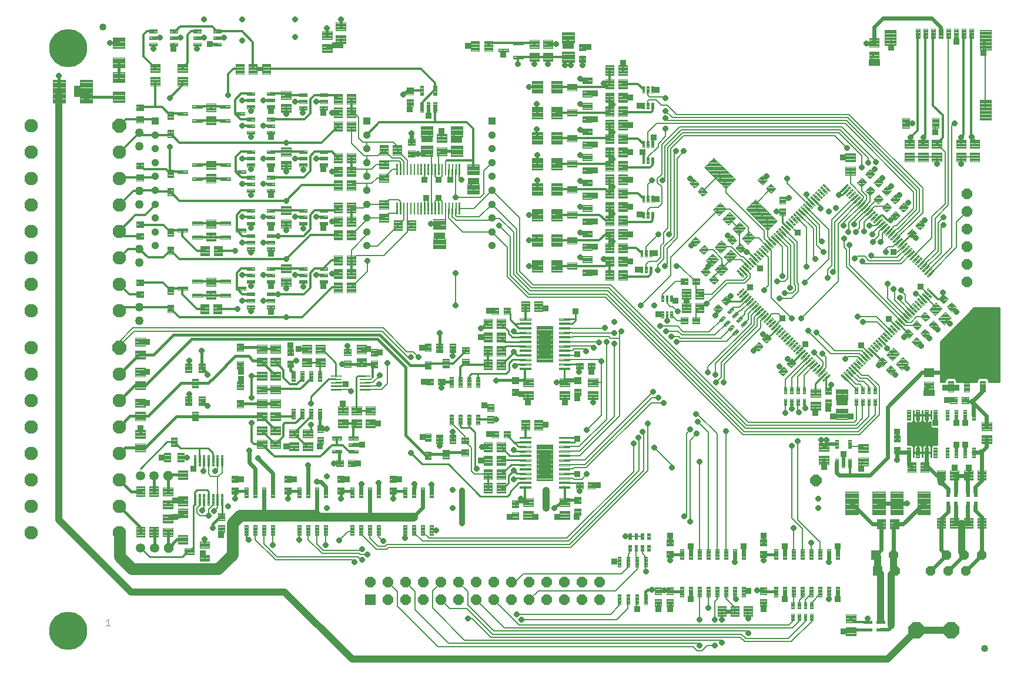
<source format=gtl>
G75*
%MOIN*%
%OFA0B0*%
%FSLAX25Y25*%
%IPPOS*%
%LPD*%
%AMOC8*
5,1,8,0,0,1.08239X$1,22.5*
%
%ADD10C,0.00400*%
%ADD11OC8,0.05906*%
%ADD12R,0.05906X0.05906*%
%ADD13C,0.00394*%
%ADD14C,0.04000*%
%ADD15OC8,0.07677*%
%ADD16C,0.07677*%
%ADD17OC8,0.09055*%
%ADD18C,0.00408*%
%ADD19C,0.00409*%
%ADD20C,0.00396*%
%ADD21C,0.00406*%
%ADD22C,0.00380*%
%ADD23C,0.00404*%
%ADD24C,0.00402*%
%ADD25C,0.00374*%
%ADD26R,0.05315X0.05315*%
%ADD27OC8,0.05315*%
%ADD28C,0.00400*%
%ADD29C,0.00378*%
%ADD30C,0.00413*%
%ADD31C,0.00390*%
%ADD32C,0.00100*%
%ADD33OC8,0.06496*%
%ADD34C,0.05315*%
%ADD35R,0.04134X0.04134*%
%ADD36OC8,0.04134*%
%ADD37C,0.05000*%
%ADD38C,0.00378*%
%ADD39C,0.00386*%
%ADD40C,0.21654*%
%ADD41R,0.03175X0.03175*%
%ADD42C,0.00800*%
%ADD43OC8,0.03175*%
%ADD44C,0.01600*%
%ADD45C,0.01200*%
%ADD46C,0.01000*%
%ADD47C,0.02400*%
%ADD48C,0.02000*%
%ADD49C,0.04000*%
%ADD50C,0.03200*%
%ADD51C,0.06600*%
%ADD52C,0.05000*%
D10*
X0159308Y0090699D02*
X0161710Y0090699D01*
X0160509Y0090699D02*
X0160509Y0094302D01*
X0159308Y0093101D01*
X0286788Y0224283D02*
X0292588Y0224283D01*
X0286788Y0224283D02*
X0286788Y0224883D01*
X0292588Y0224883D01*
X0292588Y0224283D01*
X0292588Y0224682D02*
X0286788Y0224682D01*
X0286788Y0226251D02*
X0292588Y0226251D01*
X0286788Y0226251D02*
X0286788Y0226851D01*
X0292588Y0226851D01*
X0292588Y0226251D01*
X0292588Y0226650D02*
X0286788Y0226650D01*
X0286788Y0228220D02*
X0292588Y0228220D01*
X0286788Y0228220D02*
X0286788Y0228820D01*
X0292588Y0228820D01*
X0292588Y0228220D01*
X0292588Y0228619D02*
X0286788Y0228619D01*
X0286788Y0230188D02*
X0292588Y0230188D01*
X0286788Y0230188D02*
X0286788Y0230788D01*
X0292588Y0230788D01*
X0292588Y0230188D01*
X0292588Y0230587D02*
X0286788Y0230587D01*
X0286788Y0232157D02*
X0292588Y0232157D01*
X0286788Y0232157D02*
X0286788Y0232757D01*
X0292588Y0232757D01*
X0292588Y0232157D01*
X0292588Y0232556D02*
X0286788Y0232556D01*
X0303288Y0232157D02*
X0309088Y0232157D01*
X0303288Y0232157D02*
X0303288Y0232757D01*
X0309088Y0232757D01*
X0309088Y0232157D01*
X0309088Y0232556D02*
X0303288Y0232556D01*
X0303288Y0230188D02*
X0309088Y0230188D01*
X0303288Y0230188D02*
X0303288Y0230788D01*
X0309088Y0230788D01*
X0309088Y0230188D01*
X0309088Y0230587D02*
X0303288Y0230587D01*
X0303288Y0228220D02*
X0309088Y0228220D01*
X0303288Y0228220D02*
X0303288Y0228820D01*
X0309088Y0228820D01*
X0309088Y0228220D01*
X0309088Y0228619D02*
X0303288Y0228619D01*
X0303288Y0226251D02*
X0309088Y0226251D01*
X0303288Y0226251D02*
X0303288Y0226851D01*
X0309088Y0226851D01*
X0309088Y0226251D01*
X0309088Y0226650D02*
X0303288Y0226650D01*
X0303288Y0224283D02*
X0309088Y0224283D01*
X0303288Y0224283D02*
X0303288Y0224883D01*
X0309088Y0224883D01*
X0309088Y0224283D01*
X0309088Y0224682D02*
X0303288Y0224682D01*
X0463729Y0290920D02*
X0463729Y0294420D01*
X0463729Y0290920D02*
X0462529Y0290920D01*
X0462529Y0294420D01*
X0463729Y0294420D01*
X0463729Y0291319D02*
X0462529Y0291319D01*
X0462529Y0291718D02*
X0463729Y0291718D01*
X0463729Y0292117D02*
X0462529Y0292117D01*
X0462529Y0292516D02*
X0463729Y0292516D01*
X0463729Y0292915D02*
X0462529Y0292915D01*
X0462529Y0293314D02*
X0463729Y0293314D01*
X0463729Y0293713D02*
X0462529Y0293713D01*
X0462529Y0294112D02*
X0463729Y0294112D01*
X0466288Y0294420D02*
X0466288Y0290920D01*
X0465088Y0290920D01*
X0465088Y0294420D01*
X0466288Y0294420D01*
X0466288Y0291319D02*
X0465088Y0291319D01*
X0465088Y0291718D02*
X0466288Y0291718D01*
X0466288Y0292117D02*
X0465088Y0292117D01*
X0465088Y0292516D02*
X0466288Y0292516D01*
X0466288Y0292915D02*
X0465088Y0292915D01*
X0465088Y0293314D02*
X0466288Y0293314D01*
X0466288Y0293713D02*
X0465088Y0293713D01*
X0465088Y0294112D02*
X0466288Y0294112D01*
X0468847Y0294420D02*
X0468847Y0290920D01*
X0467647Y0290920D01*
X0467647Y0294420D01*
X0468847Y0294420D01*
X0468847Y0291319D02*
X0467647Y0291319D01*
X0467647Y0291718D02*
X0468847Y0291718D01*
X0468847Y0292117D02*
X0467647Y0292117D01*
X0467647Y0292516D02*
X0468847Y0292516D01*
X0468847Y0292915D02*
X0467647Y0292915D01*
X0467647Y0293314D02*
X0468847Y0293314D01*
X0468847Y0293713D02*
X0467647Y0293713D01*
X0467647Y0294112D02*
X0468847Y0294112D01*
X0468847Y0300120D02*
X0468847Y0303620D01*
X0468847Y0300120D02*
X0467647Y0300120D01*
X0467647Y0303620D01*
X0468847Y0303620D01*
X0468847Y0300519D02*
X0467647Y0300519D01*
X0467647Y0300918D02*
X0468847Y0300918D01*
X0468847Y0301317D02*
X0467647Y0301317D01*
X0467647Y0301716D02*
X0468847Y0301716D01*
X0468847Y0302115D02*
X0467647Y0302115D01*
X0467647Y0302514D02*
X0468847Y0302514D01*
X0468847Y0302913D02*
X0467647Y0302913D01*
X0467647Y0303312D02*
X0468847Y0303312D01*
X0466288Y0303620D02*
X0466288Y0300120D01*
X0465088Y0300120D01*
X0465088Y0303620D01*
X0466288Y0303620D01*
X0466288Y0300519D02*
X0465088Y0300519D01*
X0465088Y0300918D02*
X0466288Y0300918D01*
X0466288Y0301317D02*
X0465088Y0301317D01*
X0465088Y0301716D02*
X0466288Y0301716D01*
X0466288Y0302115D02*
X0465088Y0302115D01*
X0465088Y0302514D02*
X0466288Y0302514D01*
X0466288Y0302913D02*
X0465088Y0302913D01*
X0465088Y0303312D02*
X0466288Y0303312D01*
X0463729Y0303620D02*
X0463729Y0300120D01*
X0462529Y0300120D01*
X0462529Y0303620D01*
X0463729Y0303620D01*
X0463729Y0300519D02*
X0462529Y0300519D01*
X0462529Y0300918D02*
X0463729Y0300918D01*
X0463729Y0301317D02*
X0462529Y0301317D01*
X0462529Y0301716D02*
X0463729Y0301716D01*
X0463729Y0302115D02*
X0462529Y0302115D01*
X0462529Y0302514D02*
X0463729Y0302514D01*
X0463729Y0302913D02*
X0462529Y0302913D01*
X0462529Y0303312D02*
X0463729Y0303312D01*
X0464729Y0321920D02*
X0464729Y0325420D01*
X0464729Y0321920D02*
X0463529Y0321920D01*
X0463529Y0325420D01*
X0464729Y0325420D01*
X0464729Y0322319D02*
X0463529Y0322319D01*
X0463529Y0322718D02*
X0464729Y0322718D01*
X0464729Y0323117D02*
X0463529Y0323117D01*
X0463529Y0323516D02*
X0464729Y0323516D01*
X0464729Y0323915D02*
X0463529Y0323915D01*
X0463529Y0324314D02*
X0464729Y0324314D01*
X0464729Y0324713D02*
X0463529Y0324713D01*
X0463529Y0325112D02*
X0464729Y0325112D01*
X0467288Y0325420D02*
X0467288Y0321920D01*
X0466088Y0321920D01*
X0466088Y0325420D01*
X0467288Y0325420D01*
X0467288Y0322319D02*
X0466088Y0322319D01*
X0466088Y0322718D02*
X0467288Y0322718D01*
X0467288Y0323117D02*
X0466088Y0323117D01*
X0466088Y0323516D02*
X0467288Y0323516D01*
X0467288Y0323915D02*
X0466088Y0323915D01*
X0466088Y0324314D02*
X0467288Y0324314D01*
X0467288Y0324713D02*
X0466088Y0324713D01*
X0466088Y0325112D02*
X0467288Y0325112D01*
X0469847Y0325420D02*
X0469847Y0321920D01*
X0468647Y0321920D01*
X0468647Y0325420D01*
X0469847Y0325420D01*
X0469847Y0322319D02*
X0468647Y0322319D01*
X0468647Y0322718D02*
X0469847Y0322718D01*
X0469847Y0323117D02*
X0468647Y0323117D01*
X0468647Y0323516D02*
X0469847Y0323516D01*
X0469847Y0323915D02*
X0468647Y0323915D01*
X0468647Y0324314D02*
X0469847Y0324314D01*
X0469847Y0324713D02*
X0468647Y0324713D01*
X0468647Y0325112D02*
X0469847Y0325112D01*
X0469847Y0331120D02*
X0469847Y0334620D01*
X0469847Y0331120D02*
X0468647Y0331120D01*
X0468647Y0334620D01*
X0469847Y0334620D01*
X0469847Y0331519D02*
X0468647Y0331519D01*
X0468647Y0331918D02*
X0469847Y0331918D01*
X0469847Y0332317D02*
X0468647Y0332317D01*
X0468647Y0332716D02*
X0469847Y0332716D01*
X0469847Y0333115D02*
X0468647Y0333115D01*
X0468647Y0333514D02*
X0469847Y0333514D01*
X0469847Y0333913D02*
X0468647Y0333913D01*
X0468647Y0334312D02*
X0469847Y0334312D01*
X0467288Y0334620D02*
X0467288Y0331120D01*
X0466088Y0331120D01*
X0466088Y0334620D01*
X0467288Y0334620D01*
X0467288Y0331519D02*
X0466088Y0331519D01*
X0466088Y0331918D02*
X0467288Y0331918D01*
X0467288Y0332317D02*
X0466088Y0332317D01*
X0466088Y0332716D02*
X0467288Y0332716D01*
X0467288Y0333115D02*
X0466088Y0333115D01*
X0466088Y0333514D02*
X0467288Y0333514D01*
X0467288Y0333913D02*
X0466088Y0333913D01*
X0466088Y0334312D02*
X0467288Y0334312D01*
X0464729Y0334620D02*
X0464729Y0331120D01*
X0463529Y0331120D01*
X0463529Y0334620D01*
X0464729Y0334620D01*
X0464729Y0331519D02*
X0463529Y0331519D01*
X0463529Y0331918D02*
X0464729Y0331918D01*
X0464729Y0332317D02*
X0463529Y0332317D01*
X0463529Y0332716D02*
X0464729Y0332716D01*
X0464729Y0333115D02*
X0463529Y0333115D01*
X0463529Y0333514D02*
X0464729Y0333514D01*
X0464729Y0333913D02*
X0463529Y0333913D01*
X0463529Y0334312D02*
X0464729Y0334312D01*
X0464729Y0352920D02*
X0464729Y0356420D01*
X0464729Y0352920D02*
X0463529Y0352920D01*
X0463529Y0356420D01*
X0464729Y0356420D01*
X0464729Y0353319D02*
X0463529Y0353319D01*
X0463529Y0353718D02*
X0464729Y0353718D01*
X0464729Y0354117D02*
X0463529Y0354117D01*
X0463529Y0354516D02*
X0464729Y0354516D01*
X0464729Y0354915D02*
X0463529Y0354915D01*
X0463529Y0355314D02*
X0464729Y0355314D01*
X0464729Y0355713D02*
X0463529Y0355713D01*
X0463529Y0356112D02*
X0464729Y0356112D01*
X0467288Y0356420D02*
X0467288Y0352920D01*
X0466088Y0352920D01*
X0466088Y0356420D01*
X0467288Y0356420D01*
X0467288Y0353319D02*
X0466088Y0353319D01*
X0466088Y0353718D02*
X0467288Y0353718D01*
X0467288Y0354117D02*
X0466088Y0354117D01*
X0466088Y0354516D02*
X0467288Y0354516D01*
X0467288Y0354915D02*
X0466088Y0354915D01*
X0466088Y0355314D02*
X0467288Y0355314D01*
X0467288Y0355713D02*
X0466088Y0355713D01*
X0466088Y0356112D02*
X0467288Y0356112D01*
X0469847Y0356420D02*
X0469847Y0352920D01*
X0468647Y0352920D01*
X0468647Y0356420D01*
X0469847Y0356420D01*
X0469847Y0353319D02*
X0468647Y0353319D01*
X0468647Y0353718D02*
X0469847Y0353718D01*
X0469847Y0354117D02*
X0468647Y0354117D01*
X0468647Y0354516D02*
X0469847Y0354516D01*
X0469847Y0354915D02*
X0468647Y0354915D01*
X0468647Y0355314D02*
X0469847Y0355314D01*
X0469847Y0355713D02*
X0468647Y0355713D01*
X0468647Y0356112D02*
X0469847Y0356112D01*
X0469847Y0362120D02*
X0469847Y0365620D01*
X0469847Y0362120D02*
X0468647Y0362120D01*
X0468647Y0365620D01*
X0469847Y0365620D01*
X0469847Y0362519D02*
X0468647Y0362519D01*
X0468647Y0362918D02*
X0469847Y0362918D01*
X0469847Y0363317D02*
X0468647Y0363317D01*
X0468647Y0363716D02*
X0469847Y0363716D01*
X0469847Y0364115D02*
X0468647Y0364115D01*
X0468647Y0364514D02*
X0469847Y0364514D01*
X0469847Y0364913D02*
X0468647Y0364913D01*
X0468647Y0365312D02*
X0469847Y0365312D01*
X0467288Y0365620D02*
X0467288Y0362120D01*
X0466088Y0362120D01*
X0466088Y0365620D01*
X0467288Y0365620D01*
X0467288Y0362519D02*
X0466088Y0362519D01*
X0466088Y0362918D02*
X0467288Y0362918D01*
X0467288Y0363317D02*
X0466088Y0363317D01*
X0466088Y0363716D02*
X0467288Y0363716D01*
X0467288Y0364115D02*
X0466088Y0364115D01*
X0466088Y0364514D02*
X0467288Y0364514D01*
X0467288Y0364913D02*
X0466088Y0364913D01*
X0466088Y0365312D02*
X0467288Y0365312D01*
X0464729Y0365620D02*
X0464729Y0362120D01*
X0463529Y0362120D01*
X0463529Y0365620D01*
X0464729Y0365620D01*
X0464729Y0362519D02*
X0463529Y0362519D01*
X0463529Y0362918D02*
X0464729Y0362918D01*
X0464729Y0363317D02*
X0463529Y0363317D01*
X0463529Y0363716D02*
X0464729Y0363716D01*
X0464729Y0364115D02*
X0463529Y0364115D01*
X0463529Y0364514D02*
X0464729Y0364514D01*
X0464729Y0364913D02*
X0463529Y0364913D01*
X0463529Y0365312D02*
X0464729Y0365312D01*
X0464729Y0383920D02*
X0464729Y0387420D01*
X0464729Y0383920D02*
X0463529Y0383920D01*
X0463529Y0387420D01*
X0464729Y0387420D01*
X0464729Y0384319D02*
X0463529Y0384319D01*
X0463529Y0384718D02*
X0464729Y0384718D01*
X0464729Y0385117D02*
X0463529Y0385117D01*
X0463529Y0385516D02*
X0464729Y0385516D01*
X0464729Y0385915D02*
X0463529Y0385915D01*
X0463529Y0386314D02*
X0464729Y0386314D01*
X0464729Y0386713D02*
X0463529Y0386713D01*
X0463529Y0387112D02*
X0464729Y0387112D01*
X0467288Y0387420D02*
X0467288Y0383920D01*
X0466088Y0383920D01*
X0466088Y0387420D01*
X0467288Y0387420D01*
X0467288Y0384319D02*
X0466088Y0384319D01*
X0466088Y0384718D02*
X0467288Y0384718D01*
X0467288Y0385117D02*
X0466088Y0385117D01*
X0466088Y0385516D02*
X0467288Y0385516D01*
X0467288Y0385915D02*
X0466088Y0385915D01*
X0466088Y0386314D02*
X0467288Y0386314D01*
X0467288Y0386713D02*
X0466088Y0386713D01*
X0466088Y0387112D02*
X0467288Y0387112D01*
X0469847Y0387420D02*
X0469847Y0383920D01*
X0468647Y0383920D01*
X0468647Y0387420D01*
X0469847Y0387420D01*
X0469847Y0384319D02*
X0468647Y0384319D01*
X0468647Y0384718D02*
X0469847Y0384718D01*
X0469847Y0385117D02*
X0468647Y0385117D01*
X0468647Y0385516D02*
X0469847Y0385516D01*
X0469847Y0385915D02*
X0468647Y0385915D01*
X0468647Y0386314D02*
X0469847Y0386314D01*
X0469847Y0386713D02*
X0468647Y0386713D01*
X0468647Y0387112D02*
X0469847Y0387112D01*
X0469847Y0393120D02*
X0469847Y0396620D01*
X0469847Y0393120D02*
X0468647Y0393120D01*
X0468647Y0396620D01*
X0469847Y0396620D01*
X0469847Y0393519D02*
X0468647Y0393519D01*
X0468647Y0393918D02*
X0469847Y0393918D01*
X0469847Y0394317D02*
X0468647Y0394317D01*
X0468647Y0394716D02*
X0469847Y0394716D01*
X0469847Y0395115D02*
X0468647Y0395115D01*
X0468647Y0395514D02*
X0469847Y0395514D01*
X0469847Y0395913D02*
X0468647Y0395913D01*
X0468647Y0396312D02*
X0469847Y0396312D01*
X0467288Y0396620D02*
X0467288Y0393120D01*
X0466088Y0393120D01*
X0466088Y0396620D01*
X0467288Y0396620D01*
X0467288Y0393519D02*
X0466088Y0393519D01*
X0466088Y0393918D02*
X0467288Y0393918D01*
X0467288Y0394317D02*
X0466088Y0394317D01*
X0466088Y0394716D02*
X0467288Y0394716D01*
X0467288Y0395115D02*
X0466088Y0395115D01*
X0466088Y0395514D02*
X0467288Y0395514D01*
X0467288Y0395913D02*
X0466088Y0395913D01*
X0466088Y0396312D02*
X0467288Y0396312D01*
X0464729Y0396620D02*
X0464729Y0393120D01*
X0463529Y0393120D01*
X0463529Y0396620D01*
X0464729Y0396620D01*
X0464729Y0393519D02*
X0463529Y0393519D01*
X0463529Y0393918D02*
X0464729Y0393918D01*
X0464729Y0394317D02*
X0463529Y0394317D01*
X0463529Y0394716D02*
X0464729Y0394716D01*
X0464729Y0395115D02*
X0463529Y0395115D01*
X0463529Y0395514D02*
X0464729Y0395514D01*
X0464729Y0395913D02*
X0463529Y0395913D01*
X0463529Y0396312D02*
X0464729Y0396312D01*
X0475479Y0278120D02*
X0475479Y0274620D01*
X0474279Y0274620D01*
X0474279Y0278120D01*
X0475479Y0278120D01*
X0475479Y0275019D02*
X0474279Y0275019D01*
X0474279Y0275418D02*
X0475479Y0275418D01*
X0475479Y0275817D02*
X0474279Y0275817D01*
X0474279Y0276216D02*
X0475479Y0276216D01*
X0475479Y0276615D02*
X0474279Y0276615D01*
X0474279Y0277014D02*
X0475479Y0277014D01*
X0475479Y0277413D02*
X0474279Y0277413D01*
X0474279Y0277812D02*
X0475479Y0277812D01*
X0478038Y0278120D02*
X0478038Y0274620D01*
X0476838Y0274620D01*
X0476838Y0278120D01*
X0478038Y0278120D01*
X0478038Y0275019D02*
X0476838Y0275019D01*
X0476838Y0275418D02*
X0478038Y0275418D01*
X0478038Y0275817D02*
X0476838Y0275817D01*
X0476838Y0276216D02*
X0478038Y0276216D01*
X0478038Y0276615D02*
X0476838Y0276615D01*
X0476838Y0277014D02*
X0478038Y0277014D01*
X0478038Y0277413D02*
X0476838Y0277413D01*
X0476838Y0277812D02*
X0478038Y0277812D01*
X0480597Y0278120D02*
X0480597Y0274620D01*
X0479397Y0274620D01*
X0479397Y0278120D01*
X0480597Y0278120D01*
X0480597Y0275019D02*
X0479397Y0275019D01*
X0479397Y0275418D02*
X0480597Y0275418D01*
X0480597Y0275817D02*
X0479397Y0275817D01*
X0479397Y0276216D02*
X0480597Y0276216D01*
X0480597Y0276615D02*
X0479397Y0276615D01*
X0479397Y0277014D02*
X0480597Y0277014D01*
X0480597Y0277413D02*
X0479397Y0277413D01*
X0479397Y0277812D02*
X0480597Y0277812D01*
X0480597Y0268920D02*
X0480597Y0265420D01*
X0479397Y0265420D01*
X0479397Y0268920D01*
X0480597Y0268920D01*
X0480597Y0265819D02*
X0479397Y0265819D01*
X0479397Y0266218D02*
X0480597Y0266218D01*
X0480597Y0266617D02*
X0479397Y0266617D01*
X0479397Y0267016D02*
X0480597Y0267016D01*
X0480597Y0267415D02*
X0479397Y0267415D01*
X0479397Y0267814D02*
X0480597Y0267814D01*
X0480597Y0268213D02*
X0479397Y0268213D01*
X0479397Y0268612D02*
X0480597Y0268612D01*
X0478038Y0268920D02*
X0478038Y0265420D01*
X0476838Y0265420D01*
X0476838Y0268920D01*
X0478038Y0268920D01*
X0478038Y0265819D02*
X0476838Y0265819D01*
X0476838Y0266218D02*
X0478038Y0266218D01*
X0478038Y0266617D02*
X0476838Y0266617D01*
X0476838Y0267016D02*
X0478038Y0267016D01*
X0478038Y0267415D02*
X0476838Y0267415D01*
X0476838Y0267814D02*
X0478038Y0267814D01*
X0478038Y0268213D02*
X0476838Y0268213D01*
X0476838Y0268612D02*
X0478038Y0268612D01*
X0475479Y0268920D02*
X0475479Y0265420D01*
X0474279Y0265420D01*
X0474279Y0268920D01*
X0475479Y0268920D01*
X0475479Y0265819D02*
X0474279Y0265819D01*
X0474279Y0266218D02*
X0475479Y0266218D01*
X0475479Y0266617D02*
X0474279Y0266617D01*
X0474279Y0267016D02*
X0475479Y0267016D01*
X0475479Y0267415D02*
X0474279Y0267415D01*
X0474279Y0267814D02*
X0475479Y0267814D01*
X0475479Y0268213D02*
X0474279Y0268213D01*
X0474279Y0268612D02*
X0475479Y0268612D01*
D11*
X0647438Y0285520D03*
X0647438Y0295520D03*
X0647438Y0305520D03*
X0647438Y0315520D03*
X0647438Y0325520D03*
X0647438Y0335520D03*
X0439333Y0115232D03*
X0429333Y0115232D03*
X0419333Y0115232D03*
X0409333Y0115232D03*
X0399333Y0115232D03*
X0389333Y0115232D03*
X0379333Y0115232D03*
X0369333Y0115232D03*
X0359333Y0115232D03*
X0349333Y0115232D03*
X0339333Y0115232D03*
X0329333Y0115232D03*
X0319333Y0115232D03*
X0309333Y0115232D03*
X0319333Y0105232D03*
X0329333Y0105232D03*
X0339333Y0105232D03*
X0349333Y0105232D03*
X0359333Y0105232D03*
X0369333Y0105232D03*
X0379333Y0105232D03*
X0389333Y0105232D03*
X0399333Y0105232D03*
X0409333Y0105232D03*
X0419333Y0105232D03*
X0429333Y0105232D03*
X0439333Y0105232D03*
D12*
X0309333Y0105232D03*
D13*
X0226459Y0143705D02*
X0226459Y0147641D01*
X0226459Y0143705D02*
X0222917Y0143705D01*
X0222917Y0147641D01*
X0226459Y0147641D01*
X0226459Y0144098D02*
X0222917Y0144098D01*
X0222917Y0144491D02*
X0226459Y0144491D01*
X0226459Y0144884D02*
X0222917Y0144884D01*
X0222917Y0145277D02*
X0226459Y0145277D01*
X0226459Y0145670D02*
X0222917Y0145670D01*
X0222917Y0146063D02*
X0226459Y0146063D01*
X0226459Y0146456D02*
X0222917Y0146456D01*
X0222917Y0146849D02*
X0226459Y0146849D01*
X0226459Y0147242D02*
X0222917Y0147242D01*
X0222917Y0147635D02*
X0226459Y0147635D01*
X0226459Y0150398D02*
X0226459Y0154334D01*
X0226459Y0150398D02*
X0222917Y0150398D01*
X0222917Y0154334D01*
X0226459Y0154334D01*
X0226459Y0150791D02*
X0222917Y0150791D01*
X0222917Y0151184D02*
X0226459Y0151184D01*
X0226459Y0151577D02*
X0222917Y0151577D01*
X0222917Y0151970D02*
X0226459Y0151970D01*
X0226459Y0152363D02*
X0222917Y0152363D01*
X0222917Y0152756D02*
X0226459Y0152756D01*
X0226459Y0153149D02*
X0222917Y0153149D01*
X0222917Y0153542D02*
X0226459Y0153542D01*
X0226459Y0153935D02*
X0222917Y0153935D01*
X0222917Y0154328D02*
X0226459Y0154328D01*
X0230667Y0165205D02*
X0230667Y0169141D01*
X0234209Y0169141D01*
X0234209Y0165205D01*
X0230667Y0165205D01*
X0230667Y0165598D02*
X0234209Y0165598D01*
X0234209Y0165991D02*
X0230667Y0165991D01*
X0230667Y0166384D02*
X0234209Y0166384D01*
X0234209Y0166777D02*
X0230667Y0166777D01*
X0230667Y0167170D02*
X0234209Y0167170D01*
X0234209Y0167563D02*
X0230667Y0167563D01*
X0230667Y0167956D02*
X0234209Y0167956D01*
X0234209Y0168349D02*
X0230667Y0168349D01*
X0230667Y0168742D02*
X0234209Y0168742D01*
X0234209Y0169135D02*
X0230667Y0169135D01*
X0230667Y0171898D02*
X0230667Y0175834D01*
X0234209Y0175834D01*
X0234209Y0171898D01*
X0230667Y0171898D01*
X0230667Y0172291D02*
X0234209Y0172291D01*
X0234209Y0172684D02*
X0230667Y0172684D01*
X0230667Y0173077D02*
X0234209Y0173077D01*
X0234209Y0173470D02*
X0230667Y0173470D01*
X0230667Y0173863D02*
X0234209Y0173863D01*
X0234209Y0174256D02*
X0230667Y0174256D01*
X0230667Y0174649D02*
X0234209Y0174649D01*
X0234209Y0175042D02*
X0230667Y0175042D01*
X0230667Y0175435D02*
X0234209Y0175435D01*
X0234209Y0175828D02*
X0230667Y0175828D01*
X0260667Y0175834D02*
X0260667Y0171898D01*
X0260667Y0175834D02*
X0264209Y0175834D01*
X0264209Y0171898D01*
X0260667Y0171898D01*
X0260667Y0172291D02*
X0264209Y0172291D01*
X0264209Y0172684D02*
X0260667Y0172684D01*
X0260667Y0173077D02*
X0264209Y0173077D01*
X0264209Y0173470D02*
X0260667Y0173470D01*
X0260667Y0173863D02*
X0264209Y0173863D01*
X0264209Y0174256D02*
X0260667Y0174256D01*
X0260667Y0174649D02*
X0264209Y0174649D01*
X0264209Y0175042D02*
X0260667Y0175042D01*
X0260667Y0175435D02*
X0264209Y0175435D01*
X0264209Y0175828D02*
X0260667Y0175828D01*
X0260667Y0169141D02*
X0260667Y0165205D01*
X0260667Y0169141D02*
X0264209Y0169141D01*
X0264209Y0165205D01*
X0260667Y0165205D01*
X0260667Y0165598D02*
X0264209Y0165598D01*
X0264209Y0165991D02*
X0260667Y0165991D01*
X0260667Y0166384D02*
X0264209Y0166384D01*
X0264209Y0166777D02*
X0260667Y0166777D01*
X0260667Y0167170D02*
X0264209Y0167170D01*
X0264209Y0167563D02*
X0260667Y0167563D01*
X0260667Y0167956D02*
X0264209Y0167956D01*
X0264209Y0168349D02*
X0260667Y0168349D01*
X0260667Y0168742D02*
X0264209Y0168742D01*
X0264209Y0169135D02*
X0260667Y0169135D01*
X0290667Y0169141D02*
X0290667Y0165205D01*
X0290667Y0169141D02*
X0294209Y0169141D01*
X0294209Y0165205D01*
X0290667Y0165205D01*
X0290667Y0165598D02*
X0294209Y0165598D01*
X0294209Y0165991D02*
X0290667Y0165991D01*
X0290667Y0166384D02*
X0294209Y0166384D01*
X0294209Y0166777D02*
X0290667Y0166777D01*
X0290667Y0167170D02*
X0294209Y0167170D01*
X0294209Y0167563D02*
X0290667Y0167563D01*
X0290667Y0167956D02*
X0294209Y0167956D01*
X0294209Y0168349D02*
X0290667Y0168349D01*
X0290667Y0168742D02*
X0294209Y0168742D01*
X0294209Y0169135D02*
X0290667Y0169135D01*
X0290667Y0171898D02*
X0290667Y0175834D01*
X0294209Y0175834D01*
X0294209Y0171898D01*
X0290667Y0171898D01*
X0290667Y0172291D02*
X0294209Y0172291D01*
X0294209Y0172684D02*
X0290667Y0172684D01*
X0290667Y0173077D02*
X0294209Y0173077D01*
X0294209Y0173470D02*
X0290667Y0173470D01*
X0290667Y0173863D02*
X0294209Y0173863D01*
X0294209Y0174256D02*
X0290667Y0174256D01*
X0290667Y0174649D02*
X0294209Y0174649D01*
X0294209Y0175042D02*
X0290667Y0175042D01*
X0290667Y0175435D02*
X0294209Y0175435D01*
X0294209Y0175828D02*
X0290667Y0175828D01*
X0289873Y0180999D02*
X0293809Y0180999D01*
X0289873Y0180999D02*
X0289873Y0184541D01*
X0293809Y0184541D01*
X0293809Y0180999D01*
X0293809Y0181392D02*
X0289873Y0181392D01*
X0289873Y0181785D02*
X0293809Y0181785D01*
X0293809Y0182178D02*
X0289873Y0182178D01*
X0289873Y0182571D02*
X0293809Y0182571D01*
X0293809Y0182964D02*
X0289873Y0182964D01*
X0289873Y0183357D02*
X0293809Y0183357D01*
X0293809Y0183750D02*
X0289873Y0183750D01*
X0289873Y0184143D02*
X0293809Y0184143D01*
X0293809Y0184536D02*
X0289873Y0184536D01*
X0296566Y0180999D02*
X0300502Y0180999D01*
X0296566Y0180999D02*
X0296566Y0184541D01*
X0300502Y0184541D01*
X0300502Y0180999D01*
X0300502Y0181392D02*
X0296566Y0181392D01*
X0296566Y0181785D02*
X0300502Y0181785D01*
X0300502Y0182178D02*
X0296566Y0182178D01*
X0296566Y0182571D02*
X0300502Y0182571D01*
X0300502Y0182964D02*
X0296566Y0182964D01*
X0296566Y0183357D02*
X0300502Y0183357D01*
X0300502Y0183750D02*
X0296566Y0183750D01*
X0296566Y0184143D02*
X0300502Y0184143D01*
X0300502Y0184536D02*
X0296566Y0184536D01*
X0279167Y0193705D02*
X0279167Y0197641D01*
X0282709Y0197641D01*
X0282709Y0193705D01*
X0279167Y0193705D01*
X0279167Y0194098D02*
X0282709Y0194098D01*
X0282709Y0194491D02*
X0279167Y0194491D01*
X0279167Y0194884D02*
X0282709Y0194884D01*
X0282709Y0195277D02*
X0279167Y0195277D01*
X0279167Y0195670D02*
X0282709Y0195670D01*
X0282709Y0196063D02*
X0279167Y0196063D01*
X0279167Y0196456D02*
X0282709Y0196456D01*
X0282709Y0196849D02*
X0279167Y0196849D01*
X0279167Y0197242D02*
X0282709Y0197242D01*
X0282709Y0197635D02*
X0279167Y0197635D01*
X0279167Y0200398D02*
X0279167Y0204334D01*
X0282709Y0204334D01*
X0282709Y0200398D01*
X0279167Y0200398D01*
X0279167Y0200791D02*
X0282709Y0200791D01*
X0282709Y0201184D02*
X0279167Y0201184D01*
X0279167Y0201577D02*
X0282709Y0201577D01*
X0282709Y0201970D02*
X0279167Y0201970D01*
X0279167Y0202363D02*
X0282709Y0202363D01*
X0282709Y0202756D02*
X0279167Y0202756D01*
X0279167Y0203149D02*
X0282709Y0203149D01*
X0282709Y0203542D02*
X0279167Y0203542D01*
X0279167Y0203935D02*
X0282709Y0203935D01*
X0282709Y0204328D02*
X0279167Y0204328D01*
X0233667Y0214487D02*
X0233667Y0218817D01*
X0237209Y0218817D01*
X0237209Y0214487D01*
X0233667Y0214487D01*
X0233667Y0214880D02*
X0237209Y0214880D01*
X0237209Y0215273D02*
X0233667Y0215273D01*
X0233667Y0215666D02*
X0237209Y0215666D01*
X0237209Y0216059D02*
X0233667Y0216059D01*
X0233667Y0216452D02*
X0237209Y0216452D01*
X0237209Y0216845D02*
X0233667Y0216845D01*
X0233667Y0217238D02*
X0237209Y0217238D01*
X0237209Y0217631D02*
X0233667Y0217631D01*
X0233667Y0218024D02*
X0237209Y0218024D01*
X0237209Y0218417D02*
X0233667Y0218417D01*
X0233667Y0218810D02*
X0237209Y0218810D01*
X0233667Y0224723D02*
X0233667Y0229053D01*
X0237209Y0229053D01*
X0237209Y0224723D01*
X0233667Y0224723D01*
X0233667Y0225116D02*
X0237209Y0225116D01*
X0237209Y0225509D02*
X0233667Y0225509D01*
X0233667Y0225902D02*
X0237209Y0225902D01*
X0237209Y0226295D02*
X0233667Y0226295D01*
X0233667Y0226688D02*
X0237209Y0226688D01*
X0237209Y0227081D02*
X0233667Y0227081D01*
X0233667Y0227474D02*
X0237209Y0227474D01*
X0237209Y0227867D02*
X0233667Y0227867D01*
X0233667Y0228260D02*
X0237209Y0228260D01*
X0237209Y0228653D02*
X0233667Y0228653D01*
X0233667Y0229046D02*
X0237209Y0229046D01*
X0237209Y0236237D02*
X0237209Y0240567D01*
X0237209Y0236237D02*
X0233667Y0236237D01*
X0233667Y0240567D01*
X0237209Y0240567D01*
X0237209Y0236630D02*
X0233667Y0236630D01*
X0233667Y0237023D02*
X0237209Y0237023D01*
X0237209Y0237416D02*
X0233667Y0237416D01*
X0233667Y0237809D02*
X0237209Y0237809D01*
X0237209Y0238202D02*
X0233667Y0238202D01*
X0233667Y0238595D02*
X0237209Y0238595D01*
X0237209Y0238988D02*
X0233667Y0238988D01*
X0233667Y0239381D02*
X0237209Y0239381D01*
X0237209Y0239774D02*
X0233667Y0239774D01*
X0233667Y0240167D02*
X0237209Y0240167D01*
X0237209Y0240560D02*
X0233667Y0240560D01*
X0237209Y0246473D02*
X0237209Y0250803D01*
X0237209Y0246473D02*
X0233667Y0246473D01*
X0233667Y0250803D01*
X0237209Y0250803D01*
X0237209Y0246866D02*
X0233667Y0246866D01*
X0233667Y0247259D02*
X0237209Y0247259D01*
X0237209Y0247652D02*
X0233667Y0247652D01*
X0233667Y0248045D02*
X0237209Y0248045D01*
X0237209Y0248438D02*
X0233667Y0248438D01*
X0233667Y0248831D02*
X0237209Y0248831D01*
X0237209Y0249224D02*
X0233667Y0249224D01*
X0233667Y0249617D02*
X0237209Y0249617D01*
X0237209Y0250010D02*
X0233667Y0250010D01*
X0233667Y0250403D02*
X0237209Y0250403D01*
X0237209Y0250796D02*
X0233667Y0250796D01*
X0215449Y0239409D02*
X0211907Y0239409D01*
X0215449Y0239409D02*
X0215449Y0234291D01*
X0211907Y0234291D01*
X0211907Y0239409D01*
X0211907Y0234684D02*
X0215449Y0234684D01*
X0215449Y0235077D02*
X0211907Y0235077D01*
X0211907Y0235470D02*
X0215449Y0235470D01*
X0215449Y0235863D02*
X0211907Y0235863D01*
X0211907Y0236256D02*
X0215449Y0236256D01*
X0215449Y0236649D02*
X0211907Y0236649D01*
X0211907Y0237042D02*
X0215449Y0237042D01*
X0215449Y0237435D02*
X0211907Y0237435D01*
X0211907Y0237828D02*
X0215449Y0237828D01*
X0215449Y0238221D02*
X0211907Y0238221D01*
X0211907Y0238614D02*
X0215449Y0238614D01*
X0215449Y0239007D02*
X0211907Y0239007D01*
X0211907Y0239400D02*
X0215449Y0239400D01*
X0207969Y0239409D02*
X0204427Y0239409D01*
X0207969Y0239409D02*
X0207969Y0234291D01*
X0204427Y0234291D01*
X0204427Y0239409D01*
X0204427Y0234684D02*
X0207969Y0234684D01*
X0207969Y0235077D02*
X0204427Y0235077D01*
X0204427Y0235470D02*
X0207969Y0235470D01*
X0207969Y0235863D02*
X0204427Y0235863D01*
X0204427Y0236256D02*
X0207969Y0236256D01*
X0207969Y0236649D02*
X0204427Y0236649D01*
X0204427Y0237042D02*
X0207969Y0237042D01*
X0207969Y0237435D02*
X0204427Y0237435D01*
X0204427Y0237828D02*
X0207969Y0237828D01*
X0207969Y0238221D02*
X0204427Y0238221D01*
X0204427Y0238614D02*
X0207969Y0238614D01*
X0207969Y0239007D02*
X0204427Y0239007D01*
X0204427Y0239400D02*
X0207969Y0239400D01*
X0208167Y0230748D02*
X0211709Y0230748D01*
X0211709Y0225630D01*
X0208167Y0225630D01*
X0208167Y0230748D01*
X0208167Y0226023D02*
X0211709Y0226023D01*
X0211709Y0226416D02*
X0208167Y0226416D01*
X0208167Y0226809D02*
X0211709Y0226809D01*
X0211709Y0227202D02*
X0208167Y0227202D01*
X0208167Y0227595D02*
X0211709Y0227595D01*
X0211709Y0227988D02*
X0208167Y0227988D01*
X0208167Y0228381D02*
X0211709Y0228381D01*
X0211709Y0228774D02*
X0208167Y0228774D01*
X0208167Y0229167D02*
X0211709Y0229167D01*
X0211709Y0229560D02*
X0208167Y0229560D01*
X0208167Y0229953D02*
X0211709Y0229953D01*
X0211709Y0230346D02*
X0208167Y0230346D01*
X0208167Y0230739D02*
X0211709Y0230739D01*
X0211907Y0220659D02*
X0215449Y0220659D01*
X0215449Y0215541D01*
X0211907Y0215541D01*
X0211907Y0220659D01*
X0211907Y0215934D02*
X0215449Y0215934D01*
X0215449Y0216327D02*
X0211907Y0216327D01*
X0211907Y0216720D02*
X0215449Y0216720D01*
X0215449Y0217113D02*
X0211907Y0217113D01*
X0211907Y0217506D02*
X0215449Y0217506D01*
X0215449Y0217899D02*
X0211907Y0217899D01*
X0211907Y0218292D02*
X0215449Y0218292D01*
X0215449Y0218685D02*
X0211907Y0218685D01*
X0211907Y0219078D02*
X0215449Y0219078D01*
X0215449Y0219471D02*
X0211907Y0219471D01*
X0211907Y0219864D02*
X0215449Y0219864D01*
X0215449Y0220257D02*
X0211907Y0220257D01*
X0211907Y0220650D02*
X0215449Y0220650D01*
X0207969Y0220659D02*
X0204427Y0220659D01*
X0207969Y0220659D02*
X0207969Y0215541D01*
X0204427Y0215541D01*
X0204427Y0220659D01*
X0204427Y0215934D02*
X0207969Y0215934D01*
X0207969Y0216327D02*
X0204427Y0216327D01*
X0204427Y0216720D02*
X0207969Y0216720D01*
X0207969Y0217113D02*
X0204427Y0217113D01*
X0204427Y0217506D02*
X0207969Y0217506D01*
X0207969Y0217899D02*
X0204427Y0217899D01*
X0204427Y0218292D02*
X0207969Y0218292D01*
X0207969Y0218685D02*
X0204427Y0218685D01*
X0204427Y0219078D02*
X0207969Y0219078D01*
X0207969Y0219471D02*
X0204427Y0219471D01*
X0204427Y0219864D02*
X0207969Y0219864D01*
X0207969Y0220257D02*
X0204427Y0220257D01*
X0204427Y0220650D02*
X0207969Y0220650D01*
X0208167Y0211998D02*
X0211709Y0211998D01*
X0211709Y0206880D01*
X0208167Y0206880D01*
X0208167Y0211998D01*
X0208167Y0207273D02*
X0211709Y0207273D01*
X0211709Y0207666D02*
X0208167Y0207666D01*
X0208167Y0208059D02*
X0211709Y0208059D01*
X0211709Y0208452D02*
X0208167Y0208452D01*
X0208167Y0208845D02*
X0211709Y0208845D01*
X0211709Y0209238D02*
X0208167Y0209238D01*
X0208167Y0209631D02*
X0211709Y0209631D01*
X0211709Y0210024D02*
X0208167Y0210024D01*
X0208167Y0210417D02*
X0211709Y0210417D01*
X0211709Y0210810D02*
X0208167Y0210810D01*
X0208167Y0211203D02*
X0211709Y0211203D01*
X0211709Y0211596D02*
X0208167Y0211596D01*
X0208167Y0211989D02*
X0211709Y0211989D01*
X0199709Y0192291D02*
X0196167Y0192291D01*
X0196167Y0197409D01*
X0199709Y0197409D01*
X0199709Y0192291D01*
X0199709Y0192684D02*
X0196167Y0192684D01*
X0196167Y0193077D02*
X0199709Y0193077D01*
X0199709Y0193470D02*
X0196167Y0193470D01*
X0196167Y0193863D02*
X0199709Y0193863D01*
X0199709Y0194256D02*
X0196167Y0194256D01*
X0196167Y0194649D02*
X0199709Y0194649D01*
X0199709Y0195042D02*
X0196167Y0195042D01*
X0196167Y0195435D02*
X0199709Y0195435D01*
X0199709Y0195828D02*
X0196167Y0195828D01*
X0196167Y0196221D02*
X0199709Y0196221D01*
X0199709Y0196614D02*
X0196167Y0196614D01*
X0196167Y0197007D02*
X0199709Y0197007D01*
X0199709Y0197400D02*
X0196167Y0197400D01*
X0195969Y0183630D02*
X0192427Y0183630D01*
X0192427Y0188748D01*
X0195969Y0188748D01*
X0195969Y0183630D01*
X0195969Y0184023D02*
X0192427Y0184023D01*
X0192427Y0184416D02*
X0195969Y0184416D01*
X0195969Y0184809D02*
X0192427Y0184809D01*
X0192427Y0185202D02*
X0195969Y0185202D01*
X0195969Y0185595D02*
X0192427Y0185595D01*
X0192427Y0185988D02*
X0195969Y0185988D01*
X0195969Y0186381D02*
X0192427Y0186381D01*
X0192427Y0186774D02*
X0195969Y0186774D01*
X0195969Y0187167D02*
X0192427Y0187167D01*
X0192427Y0187560D02*
X0195969Y0187560D01*
X0195969Y0187953D02*
X0192427Y0187953D01*
X0192427Y0188346D02*
X0195969Y0188346D01*
X0195969Y0188739D02*
X0192427Y0188739D01*
X0199907Y0183630D02*
X0203449Y0183630D01*
X0199907Y0183630D02*
X0199907Y0188748D01*
X0203449Y0188748D01*
X0203449Y0183630D01*
X0203449Y0184023D02*
X0199907Y0184023D01*
X0199907Y0184416D02*
X0203449Y0184416D01*
X0203449Y0184809D02*
X0199907Y0184809D01*
X0199907Y0185202D02*
X0203449Y0185202D01*
X0203449Y0185595D02*
X0199907Y0185595D01*
X0199907Y0185988D02*
X0203449Y0185988D01*
X0203449Y0186381D02*
X0199907Y0186381D01*
X0199907Y0186774D02*
X0203449Y0186774D01*
X0203449Y0187167D02*
X0199907Y0187167D01*
X0199907Y0187560D02*
X0203449Y0187560D01*
X0203449Y0187953D02*
X0199907Y0187953D01*
X0199907Y0188346D02*
X0203449Y0188346D01*
X0203449Y0188739D02*
X0199907Y0188739D01*
X0265709Y0237205D02*
X0265709Y0241141D01*
X0265709Y0237205D02*
X0262167Y0237205D01*
X0262167Y0241141D01*
X0265709Y0241141D01*
X0265709Y0237598D02*
X0262167Y0237598D01*
X0262167Y0237991D02*
X0265709Y0237991D01*
X0265709Y0238384D02*
X0262167Y0238384D01*
X0262167Y0238777D02*
X0265709Y0238777D01*
X0265709Y0239170D02*
X0262167Y0239170D01*
X0262167Y0239563D02*
X0265709Y0239563D01*
X0265709Y0239956D02*
X0262167Y0239956D01*
X0262167Y0240349D02*
X0265709Y0240349D01*
X0265709Y0240742D02*
X0262167Y0240742D01*
X0262167Y0241135D02*
X0265709Y0241135D01*
X0265709Y0243898D02*
X0265709Y0247834D01*
X0265709Y0243898D02*
X0262167Y0243898D01*
X0262167Y0247834D01*
X0265709Y0247834D01*
X0265709Y0244291D02*
X0262167Y0244291D01*
X0262167Y0244684D02*
X0265709Y0244684D01*
X0265709Y0245077D02*
X0262167Y0245077D01*
X0262167Y0245470D02*
X0265709Y0245470D01*
X0265709Y0245863D02*
X0262167Y0245863D01*
X0262167Y0246256D02*
X0265709Y0246256D01*
X0265709Y0246649D02*
X0262167Y0246649D01*
X0262167Y0247042D02*
X0265709Y0247042D01*
X0265709Y0247435D02*
X0262167Y0247435D01*
X0262167Y0247828D02*
X0265709Y0247828D01*
X0298156Y0247637D02*
X0298156Y0244095D01*
X0294220Y0244095D01*
X0294220Y0247637D01*
X0298156Y0247637D01*
X0298156Y0244488D02*
X0294220Y0244488D01*
X0294220Y0244881D02*
X0298156Y0244881D01*
X0298156Y0245274D02*
X0294220Y0245274D01*
X0294220Y0245667D02*
X0298156Y0245667D01*
X0298156Y0246060D02*
X0294220Y0246060D01*
X0294220Y0246453D02*
X0298156Y0246453D01*
X0298156Y0246846D02*
X0294220Y0246846D01*
X0294220Y0247239D02*
X0298156Y0247239D01*
X0298156Y0247632D02*
X0294220Y0247632D01*
X0298156Y0240944D02*
X0298156Y0237402D01*
X0294220Y0237402D01*
X0294220Y0240944D01*
X0298156Y0240944D01*
X0298156Y0237795D02*
X0294220Y0237795D01*
X0294220Y0238188D02*
X0298156Y0238188D01*
X0298156Y0238581D02*
X0294220Y0238581D01*
X0294220Y0238974D02*
X0298156Y0238974D01*
X0298156Y0239367D02*
X0294220Y0239367D01*
X0294220Y0239760D02*
X0298156Y0239760D01*
X0298156Y0240153D02*
X0294220Y0240153D01*
X0294220Y0240546D02*
X0298156Y0240546D01*
X0298156Y0240939D02*
X0294220Y0240939D01*
X0313209Y0240891D02*
X0313209Y0236955D01*
X0309667Y0236955D01*
X0309667Y0240891D01*
X0313209Y0240891D01*
X0313209Y0237348D02*
X0309667Y0237348D01*
X0309667Y0237741D02*
X0313209Y0237741D01*
X0313209Y0238134D02*
X0309667Y0238134D01*
X0309667Y0238527D02*
X0313209Y0238527D01*
X0313209Y0238920D02*
X0309667Y0238920D01*
X0309667Y0239313D02*
X0313209Y0239313D01*
X0313209Y0239706D02*
X0309667Y0239706D01*
X0309667Y0240099D02*
X0313209Y0240099D01*
X0313209Y0240492D02*
X0309667Y0240492D01*
X0309667Y0240885D02*
X0313209Y0240885D01*
X0313209Y0243648D02*
X0313209Y0247584D01*
X0313209Y0243648D02*
X0309667Y0243648D01*
X0309667Y0247584D01*
X0313209Y0247584D01*
X0313209Y0244041D02*
X0309667Y0244041D01*
X0309667Y0244434D02*
X0313209Y0244434D01*
X0313209Y0244827D02*
X0309667Y0244827D01*
X0309667Y0245220D02*
X0313209Y0245220D01*
X0313209Y0245613D02*
X0309667Y0245613D01*
X0309667Y0246006D02*
X0313209Y0246006D01*
X0313209Y0246399D02*
X0309667Y0246399D01*
X0309667Y0246792D02*
X0313209Y0246792D01*
X0313209Y0247185D02*
X0309667Y0247185D01*
X0309667Y0247578D02*
X0313209Y0247578D01*
X0340167Y0246473D02*
X0340167Y0250803D01*
X0343709Y0250803D01*
X0343709Y0246473D01*
X0340167Y0246473D01*
X0340167Y0246866D02*
X0343709Y0246866D01*
X0343709Y0247259D02*
X0340167Y0247259D01*
X0340167Y0247652D02*
X0343709Y0247652D01*
X0343709Y0248045D02*
X0340167Y0248045D01*
X0340167Y0248438D02*
X0343709Y0248438D01*
X0343709Y0248831D02*
X0340167Y0248831D01*
X0340167Y0249224D02*
X0343709Y0249224D01*
X0343709Y0249617D02*
X0340167Y0249617D01*
X0340167Y0250010D02*
X0343709Y0250010D01*
X0343709Y0250403D02*
X0340167Y0250403D01*
X0340167Y0250796D02*
X0343709Y0250796D01*
X0346677Y0250659D02*
X0350219Y0250659D01*
X0350219Y0245541D01*
X0346677Y0245541D01*
X0346677Y0250659D01*
X0346677Y0245934D02*
X0350219Y0245934D01*
X0350219Y0246327D02*
X0346677Y0246327D01*
X0346677Y0246720D02*
X0350219Y0246720D01*
X0350219Y0247113D02*
X0346677Y0247113D01*
X0346677Y0247506D02*
X0350219Y0247506D01*
X0350219Y0247899D02*
X0346677Y0247899D01*
X0346677Y0248292D02*
X0350219Y0248292D01*
X0350219Y0248685D02*
X0346677Y0248685D01*
X0346677Y0249078D02*
X0350219Y0249078D01*
X0350219Y0249471D02*
X0346677Y0249471D01*
X0346677Y0249864D02*
X0350219Y0249864D01*
X0350219Y0250257D02*
X0346677Y0250257D01*
X0346677Y0250650D02*
X0350219Y0250650D01*
X0354157Y0250659D02*
X0357699Y0250659D01*
X0357699Y0245541D01*
X0354157Y0245541D01*
X0354157Y0250659D01*
X0354157Y0245934D02*
X0357699Y0245934D01*
X0357699Y0246327D02*
X0354157Y0246327D01*
X0354157Y0246720D02*
X0357699Y0246720D01*
X0357699Y0247113D02*
X0354157Y0247113D01*
X0354157Y0247506D02*
X0357699Y0247506D01*
X0357699Y0247899D02*
X0354157Y0247899D01*
X0354157Y0248292D02*
X0357699Y0248292D01*
X0357699Y0248685D02*
X0354157Y0248685D01*
X0354157Y0249078D02*
X0357699Y0249078D01*
X0357699Y0249471D02*
X0354157Y0249471D01*
X0354157Y0249864D02*
X0357699Y0249864D01*
X0357699Y0250257D02*
X0354157Y0250257D01*
X0354157Y0250650D02*
X0357699Y0250650D01*
X0365156Y0248637D02*
X0365156Y0245095D01*
X0361220Y0245095D01*
X0361220Y0248637D01*
X0365156Y0248637D01*
X0365156Y0245488D02*
X0361220Y0245488D01*
X0361220Y0245881D02*
X0365156Y0245881D01*
X0365156Y0246274D02*
X0361220Y0246274D01*
X0361220Y0246667D02*
X0365156Y0246667D01*
X0365156Y0247060D02*
X0361220Y0247060D01*
X0361220Y0247453D02*
X0365156Y0247453D01*
X0365156Y0247846D02*
X0361220Y0247846D01*
X0361220Y0248239D02*
X0365156Y0248239D01*
X0365156Y0248632D02*
X0361220Y0248632D01*
X0365156Y0241944D02*
X0365156Y0238402D01*
X0361220Y0238402D01*
X0361220Y0241944D01*
X0365156Y0241944D01*
X0365156Y0238795D02*
X0361220Y0238795D01*
X0361220Y0239188D02*
X0365156Y0239188D01*
X0365156Y0239581D02*
X0361220Y0239581D01*
X0361220Y0239974D02*
X0365156Y0239974D01*
X0365156Y0240367D02*
X0361220Y0240367D01*
X0361220Y0240760D02*
X0365156Y0240760D01*
X0365156Y0241153D02*
X0361220Y0241153D01*
X0361220Y0241546D02*
X0365156Y0241546D01*
X0365156Y0241939D02*
X0361220Y0241939D01*
X0353959Y0241998D02*
X0350417Y0241998D01*
X0353959Y0241998D02*
X0353959Y0236880D01*
X0350417Y0236880D01*
X0350417Y0241998D01*
X0350417Y0237273D02*
X0353959Y0237273D01*
X0353959Y0237666D02*
X0350417Y0237666D01*
X0350417Y0238059D02*
X0353959Y0238059D01*
X0353959Y0238452D02*
X0350417Y0238452D01*
X0350417Y0238845D02*
X0353959Y0238845D01*
X0353959Y0239238D02*
X0350417Y0239238D01*
X0350417Y0239631D02*
X0353959Y0239631D01*
X0353959Y0240024D02*
X0350417Y0240024D01*
X0350417Y0240417D02*
X0353959Y0240417D01*
X0353959Y0240810D02*
X0350417Y0240810D01*
X0350417Y0241203D02*
X0353959Y0241203D01*
X0353959Y0241596D02*
X0350417Y0241596D01*
X0350417Y0241989D02*
X0353959Y0241989D01*
X0340167Y0240567D02*
X0340167Y0236237D01*
X0340167Y0240567D02*
X0343709Y0240567D01*
X0343709Y0236237D01*
X0340167Y0236237D01*
X0340167Y0236630D02*
X0343709Y0236630D01*
X0343709Y0237023D02*
X0340167Y0237023D01*
X0340167Y0237416D02*
X0343709Y0237416D01*
X0343709Y0237809D02*
X0340167Y0237809D01*
X0340167Y0238202D02*
X0343709Y0238202D01*
X0343709Y0238595D02*
X0340167Y0238595D01*
X0340167Y0238988D02*
X0343709Y0238988D01*
X0343709Y0239381D02*
X0340167Y0239381D01*
X0340167Y0239774D02*
X0343709Y0239774D01*
X0343709Y0240167D02*
X0340167Y0240167D01*
X0340167Y0240560D02*
X0343709Y0240560D01*
X0344809Y0230791D02*
X0340873Y0230791D01*
X0344809Y0230791D02*
X0344809Y0227249D01*
X0340873Y0227249D01*
X0340873Y0230791D01*
X0340873Y0227642D02*
X0344809Y0227642D01*
X0344809Y0228035D02*
X0340873Y0228035D01*
X0340873Y0228428D02*
X0344809Y0228428D01*
X0344809Y0228821D02*
X0340873Y0228821D01*
X0340873Y0229214D02*
X0344809Y0229214D01*
X0344809Y0229607D02*
X0340873Y0229607D01*
X0340873Y0230000D02*
X0344809Y0230000D01*
X0344809Y0230393D02*
X0340873Y0230393D01*
X0340873Y0230786D02*
X0344809Y0230786D01*
X0347566Y0230791D02*
X0351502Y0230791D01*
X0351502Y0227249D01*
X0347566Y0227249D01*
X0347566Y0230791D01*
X0347566Y0227642D02*
X0351502Y0227642D01*
X0351502Y0228035D02*
X0347566Y0228035D01*
X0347566Y0228428D02*
X0351502Y0228428D01*
X0351502Y0228821D02*
X0347566Y0228821D01*
X0347566Y0229214D02*
X0351502Y0229214D01*
X0351502Y0229607D02*
X0347566Y0229607D01*
X0347566Y0230000D02*
X0351502Y0230000D01*
X0351502Y0230393D02*
X0347566Y0230393D01*
X0347566Y0230786D02*
X0351502Y0230786D01*
X0379209Y0216334D02*
X0379209Y0212398D01*
X0375667Y0212398D01*
X0375667Y0216334D01*
X0379209Y0216334D01*
X0379209Y0212791D02*
X0375667Y0212791D01*
X0375667Y0213184D02*
X0379209Y0213184D01*
X0379209Y0213577D02*
X0375667Y0213577D01*
X0375667Y0213970D02*
X0379209Y0213970D01*
X0379209Y0214363D02*
X0375667Y0214363D01*
X0375667Y0214756D02*
X0379209Y0214756D01*
X0379209Y0215149D02*
X0375667Y0215149D01*
X0375667Y0215542D02*
X0379209Y0215542D01*
X0379209Y0215935D02*
X0375667Y0215935D01*
X0375667Y0216328D02*
X0379209Y0216328D01*
X0379209Y0209641D02*
X0379209Y0205705D01*
X0375667Y0205705D01*
X0375667Y0209641D01*
X0379209Y0209641D01*
X0379209Y0206098D02*
X0375667Y0206098D01*
X0375667Y0206491D02*
X0379209Y0206491D01*
X0379209Y0206884D02*
X0375667Y0206884D01*
X0375667Y0207277D02*
X0379209Y0207277D01*
X0379209Y0207670D02*
X0375667Y0207670D01*
X0375667Y0208063D02*
X0379209Y0208063D01*
X0379209Y0208456D02*
X0375667Y0208456D01*
X0375667Y0208849D02*
X0379209Y0208849D01*
X0379209Y0209242D02*
X0375667Y0209242D01*
X0375667Y0209635D02*
X0379209Y0209635D01*
X0378123Y0201041D02*
X0382059Y0201041D01*
X0382059Y0197499D01*
X0378123Y0197499D01*
X0378123Y0201041D01*
X0378123Y0197892D02*
X0382059Y0197892D01*
X0382059Y0198285D02*
X0378123Y0198285D01*
X0378123Y0198678D02*
X0382059Y0198678D01*
X0382059Y0199071D02*
X0378123Y0199071D01*
X0378123Y0199464D02*
X0382059Y0199464D01*
X0382059Y0199857D02*
X0378123Y0199857D01*
X0378123Y0200250D02*
X0382059Y0200250D01*
X0382059Y0200643D02*
X0378123Y0200643D01*
X0378123Y0201036D02*
X0382059Y0201036D01*
X0384816Y0201041D02*
X0388752Y0201041D01*
X0388752Y0197499D01*
X0384816Y0197499D01*
X0384816Y0201041D01*
X0384816Y0197892D02*
X0388752Y0197892D01*
X0388752Y0198285D02*
X0384816Y0198285D01*
X0384816Y0198678D02*
X0388752Y0198678D01*
X0388752Y0199071D02*
X0384816Y0199071D01*
X0384816Y0199464D02*
X0388752Y0199464D01*
X0388752Y0199857D02*
X0384816Y0199857D01*
X0384816Y0200250D02*
X0388752Y0200250D01*
X0388752Y0200643D02*
X0384816Y0200643D01*
X0384816Y0201036D02*
X0388752Y0201036D01*
X0360970Y0197387D02*
X0360970Y0193845D01*
X0360970Y0197387D02*
X0364906Y0197387D01*
X0364906Y0193845D01*
X0360970Y0193845D01*
X0360970Y0194238D02*
X0364906Y0194238D01*
X0364906Y0194631D02*
X0360970Y0194631D01*
X0360970Y0195024D02*
X0364906Y0195024D01*
X0364906Y0195417D02*
X0360970Y0195417D01*
X0360970Y0195810D02*
X0364906Y0195810D01*
X0364906Y0196203D02*
X0360970Y0196203D01*
X0360970Y0196596D02*
X0364906Y0196596D01*
X0364906Y0196989D02*
X0360970Y0196989D01*
X0360970Y0197382D02*
X0364906Y0197382D01*
X0360970Y0190694D02*
X0360970Y0187152D01*
X0360970Y0190694D02*
X0364906Y0190694D01*
X0364906Y0187152D01*
X0360970Y0187152D01*
X0360970Y0187545D02*
X0364906Y0187545D01*
X0364906Y0187938D02*
X0360970Y0187938D01*
X0360970Y0188331D02*
X0364906Y0188331D01*
X0364906Y0188724D02*
X0360970Y0188724D01*
X0360970Y0189117D02*
X0364906Y0189117D01*
X0364906Y0189510D02*
X0360970Y0189510D01*
X0360970Y0189903D02*
X0364906Y0189903D01*
X0364906Y0190296D02*
X0360970Y0190296D01*
X0360970Y0190689D02*
X0364906Y0190689D01*
X0357699Y0199159D02*
X0354157Y0199159D01*
X0357699Y0199159D02*
X0357699Y0194041D01*
X0354157Y0194041D01*
X0354157Y0199159D01*
X0354157Y0194434D02*
X0357699Y0194434D01*
X0357699Y0194827D02*
X0354157Y0194827D01*
X0354157Y0195220D02*
X0357699Y0195220D01*
X0357699Y0195613D02*
X0354157Y0195613D01*
X0354157Y0196006D02*
X0357699Y0196006D01*
X0357699Y0196399D02*
X0354157Y0196399D01*
X0354157Y0196792D02*
X0357699Y0196792D01*
X0357699Y0197185D02*
X0354157Y0197185D01*
X0354157Y0197578D02*
X0357699Y0197578D01*
X0357699Y0197971D02*
X0354157Y0197971D01*
X0354157Y0198364D02*
X0357699Y0198364D01*
X0357699Y0198757D02*
X0354157Y0198757D01*
X0354157Y0199150D02*
X0357699Y0199150D01*
X0350219Y0199159D02*
X0346677Y0199159D01*
X0350219Y0199159D02*
X0350219Y0194041D01*
X0346677Y0194041D01*
X0346677Y0199159D01*
X0346677Y0194434D02*
X0350219Y0194434D01*
X0350219Y0194827D02*
X0346677Y0194827D01*
X0346677Y0195220D02*
X0350219Y0195220D01*
X0350219Y0195613D02*
X0346677Y0195613D01*
X0346677Y0196006D02*
X0350219Y0196006D01*
X0350219Y0196399D02*
X0346677Y0196399D01*
X0346677Y0196792D02*
X0350219Y0196792D01*
X0350219Y0197185D02*
X0346677Y0197185D01*
X0346677Y0197578D02*
X0350219Y0197578D01*
X0350219Y0197971D02*
X0346677Y0197971D01*
X0346677Y0198364D02*
X0350219Y0198364D01*
X0350219Y0198757D02*
X0346677Y0198757D01*
X0346677Y0199150D02*
X0350219Y0199150D01*
X0340167Y0199553D02*
X0340167Y0195223D01*
X0340167Y0199553D02*
X0343709Y0199553D01*
X0343709Y0195223D01*
X0340167Y0195223D01*
X0340167Y0195616D02*
X0343709Y0195616D01*
X0343709Y0196009D02*
X0340167Y0196009D01*
X0340167Y0196402D02*
X0343709Y0196402D01*
X0343709Y0196795D02*
X0340167Y0196795D01*
X0340167Y0197188D02*
X0343709Y0197188D01*
X0343709Y0197581D02*
X0340167Y0197581D01*
X0340167Y0197974D02*
X0343709Y0197974D01*
X0343709Y0198367D02*
X0340167Y0198367D01*
X0340167Y0198760D02*
X0343709Y0198760D01*
X0343709Y0199153D02*
X0340167Y0199153D01*
X0340167Y0199546D02*
X0343709Y0199546D01*
X0340167Y0189317D02*
X0340167Y0184987D01*
X0340167Y0189317D02*
X0343709Y0189317D01*
X0343709Y0184987D01*
X0340167Y0184987D01*
X0340167Y0185380D02*
X0343709Y0185380D01*
X0343709Y0185773D02*
X0340167Y0185773D01*
X0340167Y0186166D02*
X0343709Y0186166D01*
X0343709Y0186559D02*
X0340167Y0186559D01*
X0340167Y0186952D02*
X0343709Y0186952D01*
X0343709Y0187345D02*
X0340167Y0187345D01*
X0340167Y0187738D02*
X0343709Y0187738D01*
X0343709Y0188131D02*
X0340167Y0188131D01*
X0340167Y0188524D02*
X0343709Y0188524D01*
X0343709Y0188917D02*
X0340167Y0188917D01*
X0340167Y0189310D02*
X0343709Y0189310D01*
X0350417Y0190498D02*
X0353959Y0190498D01*
X0353959Y0185380D01*
X0350417Y0185380D01*
X0350417Y0190498D01*
X0350417Y0185773D02*
X0353959Y0185773D01*
X0353959Y0186166D02*
X0350417Y0186166D01*
X0350417Y0186559D02*
X0353959Y0186559D01*
X0353959Y0186952D02*
X0350417Y0186952D01*
X0350417Y0187345D02*
X0353959Y0187345D01*
X0353959Y0187738D02*
X0350417Y0187738D01*
X0350417Y0188131D02*
X0353959Y0188131D01*
X0353959Y0188524D02*
X0350417Y0188524D01*
X0350417Y0188917D02*
X0353959Y0188917D01*
X0353959Y0189310D02*
X0350417Y0189310D01*
X0350417Y0189703D02*
X0353959Y0189703D01*
X0353959Y0190096D02*
X0350417Y0190096D01*
X0350417Y0190489D02*
X0353959Y0190489D01*
X0320417Y0175834D02*
X0320417Y0171898D01*
X0320417Y0175834D02*
X0323959Y0175834D01*
X0323959Y0171898D01*
X0320417Y0171898D01*
X0320417Y0172291D02*
X0323959Y0172291D01*
X0323959Y0172684D02*
X0320417Y0172684D01*
X0320417Y0173077D02*
X0323959Y0173077D01*
X0323959Y0173470D02*
X0320417Y0173470D01*
X0320417Y0173863D02*
X0323959Y0173863D01*
X0323959Y0174256D02*
X0320417Y0174256D01*
X0320417Y0174649D02*
X0323959Y0174649D01*
X0323959Y0175042D02*
X0320417Y0175042D01*
X0320417Y0175435D02*
X0323959Y0175435D01*
X0323959Y0175828D02*
X0320417Y0175828D01*
X0320417Y0169141D02*
X0320417Y0165205D01*
X0320417Y0169141D02*
X0323959Y0169141D01*
X0323959Y0165205D01*
X0320417Y0165205D01*
X0320417Y0165598D02*
X0323959Y0165598D01*
X0323959Y0165991D02*
X0320417Y0165991D01*
X0320417Y0166384D02*
X0323959Y0166384D01*
X0323959Y0166777D02*
X0320417Y0166777D01*
X0320417Y0167170D02*
X0323959Y0167170D01*
X0323959Y0167563D02*
X0320417Y0167563D01*
X0320417Y0167956D02*
X0323959Y0167956D01*
X0323959Y0168349D02*
X0320417Y0168349D01*
X0320417Y0168742D02*
X0323959Y0168742D01*
X0323959Y0169135D02*
X0320417Y0169135D01*
X0389667Y0161584D02*
X0389667Y0157648D01*
X0389667Y0161584D02*
X0393209Y0161584D01*
X0393209Y0157648D01*
X0389667Y0157648D01*
X0389667Y0158041D02*
X0393209Y0158041D01*
X0393209Y0158434D02*
X0389667Y0158434D01*
X0389667Y0158827D02*
X0393209Y0158827D01*
X0393209Y0159220D02*
X0389667Y0159220D01*
X0389667Y0159613D02*
X0393209Y0159613D01*
X0393209Y0160006D02*
X0389667Y0160006D01*
X0389667Y0160399D02*
X0393209Y0160399D01*
X0393209Y0160792D02*
X0389667Y0160792D01*
X0389667Y0161185D02*
X0393209Y0161185D01*
X0393209Y0161578D02*
X0389667Y0161578D01*
X0389667Y0154891D02*
X0389667Y0150955D01*
X0389667Y0154891D02*
X0393209Y0154891D01*
X0393209Y0150955D01*
X0389667Y0150955D01*
X0389667Y0151348D02*
X0393209Y0151348D01*
X0393209Y0151741D02*
X0389667Y0151741D01*
X0389667Y0152134D02*
X0393209Y0152134D01*
X0393209Y0152527D02*
X0389667Y0152527D01*
X0389667Y0152920D02*
X0393209Y0152920D01*
X0393209Y0153313D02*
X0389667Y0153313D01*
X0389667Y0153706D02*
X0393209Y0153706D01*
X0393209Y0154099D02*
X0389667Y0154099D01*
X0389667Y0154492D02*
X0393209Y0154492D01*
X0393209Y0154885D02*
X0389667Y0154885D01*
X0424917Y0153205D02*
X0424917Y0157141D01*
X0428459Y0157141D01*
X0428459Y0153205D01*
X0424917Y0153205D01*
X0424917Y0153598D02*
X0428459Y0153598D01*
X0428459Y0153991D02*
X0424917Y0153991D01*
X0424917Y0154384D02*
X0428459Y0154384D01*
X0428459Y0154777D02*
X0424917Y0154777D01*
X0424917Y0155170D02*
X0428459Y0155170D01*
X0428459Y0155563D02*
X0424917Y0155563D01*
X0424917Y0155956D02*
X0428459Y0155956D01*
X0428459Y0156349D02*
X0424917Y0156349D01*
X0424917Y0156742D02*
X0428459Y0156742D01*
X0428459Y0157135D02*
X0424917Y0157135D01*
X0424917Y0159898D02*
X0424917Y0163834D01*
X0428459Y0163834D01*
X0428459Y0159898D01*
X0424917Y0159898D01*
X0424917Y0160291D02*
X0428459Y0160291D01*
X0428459Y0160684D02*
X0424917Y0160684D01*
X0424917Y0161077D02*
X0428459Y0161077D01*
X0428459Y0161470D02*
X0424917Y0161470D01*
X0424917Y0161863D02*
X0428459Y0161863D01*
X0428459Y0162256D02*
X0424917Y0162256D01*
X0424917Y0162649D02*
X0428459Y0162649D01*
X0428459Y0163042D02*
X0424917Y0163042D01*
X0424917Y0163435D02*
X0428459Y0163435D01*
X0428459Y0163828D02*
X0424917Y0163828D01*
X0425873Y0168499D02*
X0429809Y0168499D01*
X0425873Y0168499D02*
X0425873Y0172041D01*
X0429809Y0172041D01*
X0429809Y0168499D01*
X0429809Y0168892D02*
X0425873Y0168892D01*
X0425873Y0169285D02*
X0429809Y0169285D01*
X0429809Y0169678D02*
X0425873Y0169678D01*
X0425873Y0170071D02*
X0429809Y0170071D01*
X0429809Y0170464D02*
X0425873Y0170464D01*
X0425873Y0170857D02*
X0429809Y0170857D01*
X0429809Y0171250D02*
X0425873Y0171250D01*
X0425873Y0171643D02*
X0429809Y0171643D01*
X0429809Y0172036D02*
X0425873Y0172036D01*
X0432566Y0168499D02*
X0436502Y0168499D01*
X0432566Y0168499D02*
X0432566Y0172041D01*
X0436502Y0172041D01*
X0436502Y0168499D01*
X0436502Y0168892D02*
X0432566Y0168892D01*
X0432566Y0169285D02*
X0436502Y0169285D01*
X0436502Y0169678D02*
X0432566Y0169678D01*
X0432566Y0170071D02*
X0436502Y0170071D01*
X0436502Y0170464D02*
X0432566Y0170464D01*
X0432566Y0170857D02*
X0436502Y0170857D01*
X0436502Y0171250D02*
X0432566Y0171250D01*
X0432566Y0171643D02*
X0436502Y0171643D01*
X0436502Y0172036D02*
X0432566Y0172036D01*
X0455586Y0139595D02*
X0457160Y0139595D01*
X0455586Y0139595D02*
X0455586Y0143137D01*
X0457160Y0143137D01*
X0457160Y0139595D01*
X0457160Y0139988D02*
X0455586Y0139988D01*
X0455586Y0140381D02*
X0457160Y0140381D01*
X0457160Y0140774D02*
X0455586Y0140774D01*
X0455586Y0141167D02*
X0457160Y0141167D01*
X0457160Y0141560D02*
X0455586Y0141560D01*
X0455586Y0141953D02*
X0457160Y0141953D01*
X0457160Y0142346D02*
X0455586Y0142346D01*
X0455586Y0142739D02*
X0457160Y0142739D01*
X0457160Y0143132D02*
X0455586Y0143132D01*
X0459129Y0139595D02*
X0460703Y0139595D01*
X0459129Y0139595D02*
X0459129Y0143137D01*
X0460703Y0143137D01*
X0460703Y0139595D01*
X0460703Y0139988D02*
X0459129Y0139988D01*
X0459129Y0140381D02*
X0460703Y0140381D01*
X0460703Y0140774D02*
X0459129Y0140774D01*
X0459129Y0141167D02*
X0460703Y0141167D01*
X0460703Y0141560D02*
X0459129Y0141560D01*
X0459129Y0141953D02*
X0460703Y0141953D01*
X0460703Y0142346D02*
X0459129Y0142346D01*
X0459129Y0142739D02*
X0460703Y0142739D01*
X0460703Y0143132D02*
X0459129Y0143132D01*
X0462672Y0139595D02*
X0464246Y0139595D01*
X0462672Y0139595D02*
X0462672Y0143137D01*
X0464246Y0143137D01*
X0464246Y0139595D01*
X0464246Y0139988D02*
X0462672Y0139988D01*
X0462672Y0140381D02*
X0464246Y0140381D01*
X0464246Y0140774D02*
X0462672Y0140774D01*
X0462672Y0141167D02*
X0464246Y0141167D01*
X0464246Y0141560D02*
X0462672Y0141560D01*
X0462672Y0141953D02*
X0464246Y0141953D01*
X0464246Y0142346D02*
X0462672Y0142346D01*
X0462672Y0142739D02*
X0464246Y0142739D01*
X0464246Y0143132D02*
X0462672Y0143132D01*
X0466216Y0139595D02*
X0467790Y0139595D01*
X0466216Y0139595D02*
X0466216Y0143137D01*
X0467790Y0143137D01*
X0467790Y0139595D01*
X0467790Y0139988D02*
X0466216Y0139988D01*
X0466216Y0140381D02*
X0467790Y0140381D01*
X0467790Y0140774D02*
X0466216Y0140774D01*
X0466216Y0141167D02*
X0467790Y0141167D01*
X0467790Y0141560D02*
X0466216Y0141560D01*
X0466216Y0141953D02*
X0467790Y0141953D01*
X0467790Y0142346D02*
X0466216Y0142346D01*
X0466216Y0142739D02*
X0467790Y0142739D01*
X0467790Y0143132D02*
X0466216Y0143132D01*
X0466216Y0132902D02*
X0467790Y0132902D01*
X0466216Y0132902D02*
X0466216Y0136444D01*
X0467790Y0136444D01*
X0467790Y0132902D01*
X0467790Y0133295D02*
X0466216Y0133295D01*
X0466216Y0133688D02*
X0467790Y0133688D01*
X0467790Y0134081D02*
X0466216Y0134081D01*
X0466216Y0134474D02*
X0467790Y0134474D01*
X0467790Y0134867D02*
X0466216Y0134867D01*
X0466216Y0135260D02*
X0467790Y0135260D01*
X0467790Y0135653D02*
X0466216Y0135653D01*
X0466216Y0136046D02*
X0467790Y0136046D01*
X0467790Y0136439D02*
X0466216Y0136439D01*
X0464246Y0132902D02*
X0462672Y0132902D01*
X0462672Y0136444D01*
X0464246Y0136444D01*
X0464246Y0132902D01*
X0464246Y0133295D02*
X0462672Y0133295D01*
X0462672Y0133688D02*
X0464246Y0133688D01*
X0464246Y0134081D02*
X0462672Y0134081D01*
X0462672Y0134474D02*
X0464246Y0134474D01*
X0464246Y0134867D02*
X0462672Y0134867D01*
X0462672Y0135260D02*
X0464246Y0135260D01*
X0464246Y0135653D02*
X0462672Y0135653D01*
X0462672Y0136046D02*
X0464246Y0136046D01*
X0464246Y0136439D02*
X0462672Y0136439D01*
X0460703Y0132902D02*
X0459129Y0132902D01*
X0459129Y0136444D01*
X0460703Y0136444D01*
X0460703Y0132902D01*
X0460703Y0133295D02*
X0459129Y0133295D01*
X0459129Y0133688D02*
X0460703Y0133688D01*
X0460703Y0134081D02*
X0459129Y0134081D01*
X0459129Y0134474D02*
X0460703Y0134474D01*
X0460703Y0134867D02*
X0459129Y0134867D01*
X0459129Y0135260D02*
X0460703Y0135260D01*
X0460703Y0135653D02*
X0459129Y0135653D01*
X0459129Y0136046D02*
X0460703Y0136046D01*
X0460703Y0136439D02*
X0459129Y0136439D01*
X0457160Y0132902D02*
X0455586Y0132902D01*
X0455586Y0136444D01*
X0457160Y0136444D01*
X0457160Y0132902D01*
X0457160Y0133295D02*
X0455586Y0133295D01*
X0455586Y0133688D02*
X0457160Y0133688D01*
X0457160Y0134081D02*
X0455586Y0134081D01*
X0455586Y0134474D02*
X0457160Y0134474D01*
X0457160Y0134867D02*
X0455586Y0134867D01*
X0455586Y0135260D02*
X0457160Y0135260D01*
X0457160Y0135653D02*
X0455586Y0135653D01*
X0455586Y0136046D02*
X0457160Y0136046D01*
X0457160Y0136439D02*
X0455586Y0136439D01*
X0477417Y0135898D02*
X0477417Y0139834D01*
X0480959Y0139834D01*
X0480959Y0135898D01*
X0477417Y0135898D01*
X0477417Y0136291D02*
X0480959Y0136291D01*
X0480959Y0136684D02*
X0477417Y0136684D01*
X0477417Y0137077D02*
X0480959Y0137077D01*
X0480959Y0137470D02*
X0477417Y0137470D01*
X0477417Y0137863D02*
X0480959Y0137863D01*
X0480959Y0138256D02*
X0477417Y0138256D01*
X0477417Y0138649D02*
X0480959Y0138649D01*
X0480959Y0139042D02*
X0477417Y0139042D01*
X0477417Y0139435D02*
X0480959Y0139435D01*
X0480959Y0139828D02*
X0477417Y0139828D01*
X0477417Y0133141D02*
X0477417Y0129205D01*
X0477417Y0133141D02*
X0480959Y0133141D01*
X0480959Y0129205D01*
X0477417Y0129205D01*
X0477417Y0129598D02*
X0480959Y0129598D01*
X0480959Y0129991D02*
X0477417Y0129991D01*
X0477417Y0130384D02*
X0480959Y0130384D01*
X0480959Y0130777D02*
X0477417Y0130777D01*
X0477417Y0131170D02*
X0480959Y0131170D01*
X0480959Y0131563D02*
X0477417Y0131563D01*
X0477417Y0131956D02*
X0480959Y0131956D01*
X0480959Y0132349D02*
X0477417Y0132349D01*
X0477417Y0132742D02*
X0480959Y0132742D01*
X0480959Y0133135D02*
X0477417Y0133135D01*
X0477417Y0112334D02*
X0477417Y0108398D01*
X0477417Y0112334D02*
X0480959Y0112334D01*
X0480959Y0108398D01*
X0477417Y0108398D01*
X0477417Y0108791D02*
X0480959Y0108791D01*
X0480959Y0109184D02*
X0477417Y0109184D01*
X0477417Y0109577D02*
X0480959Y0109577D01*
X0480959Y0109970D02*
X0477417Y0109970D01*
X0477417Y0110363D02*
X0480959Y0110363D01*
X0480959Y0110756D02*
X0477417Y0110756D01*
X0477417Y0111149D02*
X0480959Y0111149D01*
X0480959Y0111542D02*
X0477417Y0111542D01*
X0477417Y0111935D02*
X0480959Y0111935D01*
X0480959Y0112328D02*
X0477417Y0112328D01*
X0474209Y0112334D02*
X0474209Y0108398D01*
X0470667Y0108398D01*
X0470667Y0112334D01*
X0474209Y0112334D01*
X0474209Y0108791D02*
X0470667Y0108791D01*
X0470667Y0109184D02*
X0474209Y0109184D01*
X0474209Y0109577D02*
X0470667Y0109577D01*
X0470667Y0109970D02*
X0474209Y0109970D01*
X0474209Y0110363D02*
X0470667Y0110363D01*
X0470667Y0110756D02*
X0474209Y0110756D01*
X0474209Y0111149D02*
X0470667Y0111149D01*
X0470667Y0111542D02*
X0474209Y0111542D01*
X0474209Y0111935D02*
X0470667Y0111935D01*
X0470667Y0112328D02*
X0474209Y0112328D01*
X0474209Y0105641D02*
X0474209Y0101705D01*
X0470667Y0101705D01*
X0470667Y0105641D01*
X0474209Y0105641D01*
X0474209Y0102098D02*
X0470667Y0102098D01*
X0470667Y0102491D02*
X0474209Y0102491D01*
X0474209Y0102884D02*
X0470667Y0102884D01*
X0470667Y0103277D02*
X0474209Y0103277D01*
X0474209Y0103670D02*
X0470667Y0103670D01*
X0470667Y0104063D02*
X0474209Y0104063D01*
X0474209Y0104456D02*
X0470667Y0104456D01*
X0470667Y0104849D02*
X0474209Y0104849D01*
X0474209Y0105242D02*
X0470667Y0105242D01*
X0470667Y0105635D02*
X0474209Y0105635D01*
X0477417Y0105641D02*
X0477417Y0101705D01*
X0477417Y0105641D02*
X0480959Y0105641D01*
X0480959Y0101705D01*
X0477417Y0101705D01*
X0477417Y0102098D02*
X0480959Y0102098D01*
X0480959Y0102491D02*
X0477417Y0102491D01*
X0477417Y0102884D02*
X0480959Y0102884D01*
X0480959Y0103277D02*
X0477417Y0103277D01*
X0477417Y0103670D02*
X0480959Y0103670D01*
X0480959Y0104063D02*
X0477417Y0104063D01*
X0477417Y0104456D02*
X0480959Y0104456D01*
X0480959Y0104849D02*
X0477417Y0104849D01*
X0477417Y0105242D02*
X0480959Y0105242D01*
X0480959Y0105635D02*
X0477417Y0105635D01*
X0530417Y0105641D02*
X0530417Y0101705D01*
X0530417Y0105641D02*
X0533959Y0105641D01*
X0533959Y0101705D01*
X0530417Y0101705D01*
X0530417Y0102098D02*
X0533959Y0102098D01*
X0533959Y0102491D02*
X0530417Y0102491D01*
X0530417Y0102884D02*
X0533959Y0102884D01*
X0533959Y0103277D02*
X0530417Y0103277D01*
X0530417Y0103670D02*
X0533959Y0103670D01*
X0533959Y0104063D02*
X0530417Y0104063D01*
X0530417Y0104456D02*
X0533959Y0104456D01*
X0533959Y0104849D02*
X0530417Y0104849D01*
X0530417Y0105242D02*
X0533959Y0105242D01*
X0533959Y0105635D02*
X0530417Y0105635D01*
X0530417Y0108398D02*
X0530417Y0112334D01*
X0533959Y0112334D01*
X0533959Y0108398D01*
X0530417Y0108398D01*
X0530417Y0108791D02*
X0533959Y0108791D01*
X0533959Y0109184D02*
X0530417Y0109184D01*
X0530417Y0109577D02*
X0533959Y0109577D01*
X0533959Y0109970D02*
X0530417Y0109970D01*
X0530417Y0110363D02*
X0533959Y0110363D01*
X0533959Y0110756D02*
X0530417Y0110756D01*
X0530417Y0111149D02*
X0533959Y0111149D01*
X0533959Y0111542D02*
X0530417Y0111542D01*
X0530417Y0111935D02*
X0533959Y0111935D01*
X0533959Y0112328D02*
X0530417Y0112328D01*
X0548086Y0103887D02*
X0549660Y0103887D01*
X0549660Y0100345D01*
X0548086Y0100345D01*
X0548086Y0103887D01*
X0548086Y0100738D02*
X0549660Y0100738D01*
X0549660Y0101131D02*
X0548086Y0101131D01*
X0548086Y0101524D02*
X0549660Y0101524D01*
X0549660Y0101917D02*
X0548086Y0101917D01*
X0548086Y0102310D02*
X0549660Y0102310D01*
X0549660Y0102703D02*
X0548086Y0102703D01*
X0548086Y0103096D02*
X0549660Y0103096D01*
X0549660Y0103489D02*
X0548086Y0103489D01*
X0548086Y0103882D02*
X0549660Y0103882D01*
X0551629Y0103887D02*
X0553203Y0103887D01*
X0553203Y0100345D01*
X0551629Y0100345D01*
X0551629Y0103887D01*
X0551629Y0100738D02*
X0553203Y0100738D01*
X0553203Y0101131D02*
X0551629Y0101131D01*
X0551629Y0101524D02*
X0553203Y0101524D01*
X0553203Y0101917D02*
X0551629Y0101917D01*
X0551629Y0102310D02*
X0553203Y0102310D01*
X0553203Y0102703D02*
X0551629Y0102703D01*
X0551629Y0103096D02*
X0553203Y0103096D01*
X0553203Y0103489D02*
X0551629Y0103489D01*
X0551629Y0103882D02*
X0553203Y0103882D01*
X0555172Y0103887D02*
X0556746Y0103887D01*
X0556746Y0100345D01*
X0555172Y0100345D01*
X0555172Y0103887D01*
X0555172Y0100738D02*
X0556746Y0100738D01*
X0556746Y0101131D02*
X0555172Y0101131D01*
X0555172Y0101524D02*
X0556746Y0101524D01*
X0556746Y0101917D02*
X0555172Y0101917D01*
X0555172Y0102310D02*
X0556746Y0102310D01*
X0556746Y0102703D02*
X0555172Y0102703D01*
X0555172Y0103096D02*
X0556746Y0103096D01*
X0556746Y0103489D02*
X0555172Y0103489D01*
X0555172Y0103882D02*
X0556746Y0103882D01*
X0558716Y0103887D02*
X0560290Y0103887D01*
X0560290Y0100345D01*
X0558716Y0100345D01*
X0558716Y0103887D01*
X0558716Y0100738D02*
X0560290Y0100738D01*
X0560290Y0101131D02*
X0558716Y0101131D01*
X0558716Y0101524D02*
X0560290Y0101524D01*
X0560290Y0101917D02*
X0558716Y0101917D01*
X0558716Y0102310D02*
X0560290Y0102310D01*
X0560290Y0102703D02*
X0558716Y0102703D01*
X0558716Y0103096D02*
X0560290Y0103096D01*
X0560290Y0103489D02*
X0558716Y0103489D01*
X0558716Y0103882D02*
X0560290Y0103882D01*
X0560290Y0097194D02*
X0558716Y0097194D01*
X0560290Y0097194D02*
X0560290Y0093652D01*
X0558716Y0093652D01*
X0558716Y0097194D01*
X0558716Y0094045D02*
X0560290Y0094045D01*
X0560290Y0094438D02*
X0558716Y0094438D01*
X0558716Y0094831D02*
X0560290Y0094831D01*
X0560290Y0095224D02*
X0558716Y0095224D01*
X0558716Y0095617D02*
X0560290Y0095617D01*
X0560290Y0096010D02*
X0558716Y0096010D01*
X0558716Y0096403D02*
X0560290Y0096403D01*
X0560290Y0096796D02*
X0558716Y0096796D01*
X0558716Y0097189D02*
X0560290Y0097189D01*
X0556746Y0097194D02*
X0555172Y0097194D01*
X0556746Y0097194D02*
X0556746Y0093652D01*
X0555172Y0093652D01*
X0555172Y0097194D01*
X0555172Y0094045D02*
X0556746Y0094045D01*
X0556746Y0094438D02*
X0555172Y0094438D01*
X0555172Y0094831D02*
X0556746Y0094831D01*
X0556746Y0095224D02*
X0555172Y0095224D01*
X0555172Y0095617D02*
X0556746Y0095617D01*
X0556746Y0096010D02*
X0555172Y0096010D01*
X0555172Y0096403D02*
X0556746Y0096403D01*
X0556746Y0096796D02*
X0555172Y0096796D01*
X0555172Y0097189D02*
X0556746Y0097189D01*
X0553203Y0097194D02*
X0551629Y0097194D01*
X0553203Y0097194D02*
X0553203Y0093652D01*
X0551629Y0093652D01*
X0551629Y0097194D01*
X0551629Y0094045D02*
X0553203Y0094045D01*
X0553203Y0094438D02*
X0551629Y0094438D01*
X0551629Y0094831D02*
X0553203Y0094831D01*
X0553203Y0095224D02*
X0551629Y0095224D01*
X0551629Y0095617D02*
X0553203Y0095617D01*
X0553203Y0096010D02*
X0551629Y0096010D01*
X0551629Y0096403D02*
X0553203Y0096403D01*
X0553203Y0096796D02*
X0551629Y0096796D01*
X0551629Y0097189D02*
X0553203Y0097189D01*
X0549660Y0097194D02*
X0548086Y0097194D01*
X0549660Y0097194D02*
X0549660Y0093652D01*
X0548086Y0093652D01*
X0548086Y0097194D01*
X0548086Y0094045D02*
X0549660Y0094045D01*
X0549660Y0094438D02*
X0548086Y0094438D01*
X0548086Y0094831D02*
X0549660Y0094831D01*
X0549660Y0095224D02*
X0548086Y0095224D01*
X0548086Y0095617D02*
X0549660Y0095617D01*
X0549660Y0096010D02*
X0548086Y0096010D01*
X0548086Y0096403D02*
X0549660Y0096403D01*
X0549660Y0096796D02*
X0548086Y0096796D01*
X0548086Y0097189D02*
X0549660Y0097189D01*
X0588836Y0091898D02*
X0593560Y0091898D01*
X0588836Y0091898D02*
X0588836Y0093472D01*
X0593560Y0093472D01*
X0593560Y0091898D01*
X0593560Y0092291D02*
X0588836Y0092291D01*
X0588836Y0092684D02*
X0593560Y0092684D01*
X0593560Y0093077D02*
X0588836Y0093077D01*
X0588836Y0093470D02*
X0593560Y0093470D01*
X0596316Y0091898D02*
X0601040Y0091898D01*
X0596316Y0091898D02*
X0596316Y0093472D01*
X0601040Y0093472D01*
X0601040Y0091898D01*
X0601040Y0092291D02*
X0596316Y0092291D01*
X0596316Y0092684D02*
X0601040Y0092684D01*
X0601040Y0093077D02*
X0596316Y0093077D01*
X0596316Y0093470D02*
X0601040Y0093470D01*
X0601040Y0087567D02*
X0596316Y0087567D01*
X0596316Y0089141D01*
X0601040Y0089141D01*
X0601040Y0087567D01*
X0601040Y0087960D02*
X0596316Y0087960D01*
X0596316Y0088353D02*
X0601040Y0088353D01*
X0601040Y0088746D02*
X0596316Y0088746D01*
X0596316Y0089139D02*
X0601040Y0089139D01*
X0593560Y0087567D02*
X0588836Y0087567D01*
X0588836Y0089141D01*
X0593560Y0089141D01*
X0593560Y0087567D01*
X0593560Y0087960D02*
X0588836Y0087960D01*
X0588836Y0088353D02*
X0593560Y0088353D01*
X0593560Y0088746D02*
X0588836Y0088746D01*
X0588836Y0089139D02*
X0593560Y0089139D01*
X0530417Y0129205D02*
X0530417Y0133141D01*
X0533959Y0133141D01*
X0533959Y0129205D01*
X0530417Y0129205D01*
X0530417Y0129598D02*
X0533959Y0129598D01*
X0533959Y0129991D02*
X0530417Y0129991D01*
X0530417Y0130384D02*
X0533959Y0130384D01*
X0533959Y0130777D02*
X0530417Y0130777D01*
X0530417Y0131170D02*
X0533959Y0131170D01*
X0533959Y0131563D02*
X0530417Y0131563D01*
X0530417Y0131956D02*
X0533959Y0131956D01*
X0533959Y0132349D02*
X0530417Y0132349D01*
X0530417Y0132742D02*
X0533959Y0132742D01*
X0533959Y0133135D02*
X0530417Y0133135D01*
X0530417Y0135898D02*
X0530417Y0139834D01*
X0533959Y0139834D01*
X0533959Y0135898D01*
X0530417Y0135898D01*
X0530417Y0136291D02*
X0533959Y0136291D01*
X0533959Y0136684D02*
X0530417Y0136684D01*
X0530417Y0137077D02*
X0533959Y0137077D01*
X0533959Y0137470D02*
X0530417Y0137470D01*
X0530417Y0137863D02*
X0533959Y0137863D01*
X0533959Y0138256D02*
X0530417Y0138256D01*
X0530417Y0138649D02*
X0533959Y0138649D01*
X0533959Y0139042D02*
X0530417Y0139042D01*
X0530417Y0139435D02*
X0533959Y0139435D01*
X0533959Y0139828D02*
X0530417Y0139828D01*
X0606167Y0188205D02*
X0606167Y0192141D01*
X0609709Y0192141D01*
X0609709Y0188205D01*
X0606167Y0188205D01*
X0606167Y0188598D02*
X0609709Y0188598D01*
X0609709Y0188991D02*
X0606167Y0188991D01*
X0606167Y0189384D02*
X0609709Y0189384D01*
X0609709Y0189777D02*
X0606167Y0189777D01*
X0606167Y0190170D02*
X0609709Y0190170D01*
X0609709Y0190563D02*
X0606167Y0190563D01*
X0606167Y0190956D02*
X0609709Y0190956D01*
X0609709Y0191349D02*
X0606167Y0191349D01*
X0606167Y0191742D02*
X0609709Y0191742D01*
X0609709Y0192135D02*
X0606167Y0192135D01*
X0606167Y0194898D02*
X0606167Y0198834D01*
X0609709Y0198834D01*
X0609709Y0194898D01*
X0606167Y0194898D01*
X0606167Y0195291D02*
X0609709Y0195291D01*
X0609709Y0195684D02*
X0606167Y0195684D01*
X0606167Y0196077D02*
X0609709Y0196077D01*
X0609709Y0196470D02*
X0606167Y0196470D01*
X0606167Y0196863D02*
X0609709Y0196863D01*
X0609709Y0197256D02*
X0606167Y0197256D01*
X0606167Y0197649D02*
X0609709Y0197649D01*
X0609709Y0198042D02*
X0606167Y0198042D01*
X0606167Y0198435D02*
X0609709Y0198435D01*
X0609709Y0198828D02*
X0606167Y0198828D01*
X0596290Y0215652D02*
X0594716Y0215652D01*
X0594716Y0219194D01*
X0596290Y0219194D01*
X0596290Y0215652D01*
X0596290Y0216045D02*
X0594716Y0216045D01*
X0594716Y0216438D02*
X0596290Y0216438D01*
X0596290Y0216831D02*
X0594716Y0216831D01*
X0594716Y0217224D02*
X0596290Y0217224D01*
X0596290Y0217617D02*
X0594716Y0217617D01*
X0594716Y0218010D02*
X0596290Y0218010D01*
X0596290Y0218403D02*
X0594716Y0218403D01*
X0594716Y0218796D02*
X0596290Y0218796D01*
X0596290Y0219189D02*
X0594716Y0219189D01*
X0592746Y0215652D02*
X0591172Y0215652D01*
X0591172Y0219194D01*
X0592746Y0219194D01*
X0592746Y0215652D01*
X0592746Y0216045D02*
X0591172Y0216045D01*
X0591172Y0216438D02*
X0592746Y0216438D01*
X0592746Y0216831D02*
X0591172Y0216831D01*
X0591172Y0217224D02*
X0592746Y0217224D01*
X0592746Y0217617D02*
X0591172Y0217617D01*
X0591172Y0218010D02*
X0592746Y0218010D01*
X0592746Y0218403D02*
X0591172Y0218403D01*
X0591172Y0218796D02*
X0592746Y0218796D01*
X0592746Y0219189D02*
X0591172Y0219189D01*
X0589203Y0215652D02*
X0587629Y0215652D01*
X0587629Y0219194D01*
X0589203Y0219194D01*
X0589203Y0215652D01*
X0589203Y0216045D02*
X0587629Y0216045D01*
X0587629Y0216438D02*
X0589203Y0216438D01*
X0589203Y0216831D02*
X0587629Y0216831D01*
X0587629Y0217224D02*
X0589203Y0217224D01*
X0589203Y0217617D02*
X0587629Y0217617D01*
X0587629Y0218010D02*
X0589203Y0218010D01*
X0589203Y0218403D02*
X0587629Y0218403D01*
X0587629Y0218796D02*
X0589203Y0218796D01*
X0589203Y0219189D02*
X0587629Y0219189D01*
X0585660Y0215652D02*
X0584086Y0215652D01*
X0584086Y0219194D01*
X0585660Y0219194D01*
X0585660Y0215652D01*
X0585660Y0216045D02*
X0584086Y0216045D01*
X0584086Y0216438D02*
X0585660Y0216438D01*
X0585660Y0216831D02*
X0584086Y0216831D01*
X0584086Y0217224D02*
X0585660Y0217224D01*
X0585660Y0217617D02*
X0584086Y0217617D01*
X0584086Y0218010D02*
X0585660Y0218010D01*
X0585660Y0218403D02*
X0584086Y0218403D01*
X0584086Y0218796D02*
X0585660Y0218796D01*
X0585660Y0219189D02*
X0584086Y0219189D01*
X0584086Y0222345D02*
X0585660Y0222345D01*
X0584086Y0222345D02*
X0584086Y0225887D01*
X0585660Y0225887D01*
X0585660Y0222345D01*
X0585660Y0222738D02*
X0584086Y0222738D01*
X0584086Y0223131D02*
X0585660Y0223131D01*
X0585660Y0223524D02*
X0584086Y0223524D01*
X0584086Y0223917D02*
X0585660Y0223917D01*
X0585660Y0224310D02*
X0584086Y0224310D01*
X0584086Y0224703D02*
X0585660Y0224703D01*
X0585660Y0225096D02*
X0584086Y0225096D01*
X0584086Y0225489D02*
X0585660Y0225489D01*
X0585660Y0225882D02*
X0584086Y0225882D01*
X0587629Y0222345D02*
X0589203Y0222345D01*
X0587629Y0222345D02*
X0587629Y0225887D01*
X0589203Y0225887D01*
X0589203Y0222345D01*
X0589203Y0222738D02*
X0587629Y0222738D01*
X0587629Y0223131D02*
X0589203Y0223131D01*
X0589203Y0223524D02*
X0587629Y0223524D01*
X0587629Y0223917D02*
X0589203Y0223917D01*
X0589203Y0224310D02*
X0587629Y0224310D01*
X0587629Y0224703D02*
X0589203Y0224703D01*
X0589203Y0225096D02*
X0587629Y0225096D01*
X0587629Y0225489D02*
X0589203Y0225489D01*
X0589203Y0225882D02*
X0587629Y0225882D01*
X0591172Y0222345D02*
X0592746Y0222345D01*
X0591172Y0222345D02*
X0591172Y0225887D01*
X0592746Y0225887D01*
X0592746Y0222345D01*
X0592746Y0222738D02*
X0591172Y0222738D01*
X0591172Y0223131D02*
X0592746Y0223131D01*
X0592746Y0223524D02*
X0591172Y0223524D01*
X0591172Y0223917D02*
X0592746Y0223917D01*
X0592746Y0224310D02*
X0591172Y0224310D01*
X0591172Y0224703D02*
X0592746Y0224703D01*
X0592746Y0225096D02*
X0591172Y0225096D01*
X0591172Y0225489D02*
X0592746Y0225489D01*
X0592746Y0225882D02*
X0591172Y0225882D01*
X0594716Y0222345D02*
X0596290Y0222345D01*
X0594716Y0222345D02*
X0594716Y0225887D01*
X0596290Y0225887D01*
X0596290Y0222345D01*
X0596290Y0222738D02*
X0594716Y0222738D01*
X0594716Y0223131D02*
X0596290Y0223131D01*
X0596290Y0223524D02*
X0594716Y0223524D01*
X0594716Y0223917D02*
X0596290Y0223917D01*
X0596290Y0224310D02*
X0594716Y0224310D01*
X0594716Y0224703D02*
X0596290Y0224703D01*
X0596290Y0225096D02*
X0594716Y0225096D01*
X0594716Y0225489D02*
X0596290Y0225489D01*
X0596290Y0225882D02*
X0594716Y0225882D01*
X0604443Y0233010D02*
X0601661Y0235792D01*
X0604165Y0238296D01*
X0606947Y0235514D01*
X0604443Y0233010D01*
X0604836Y0233403D02*
X0604050Y0233403D01*
X0603657Y0233796D02*
X0605229Y0233796D01*
X0605622Y0234189D02*
X0603264Y0234189D01*
X0602871Y0234582D02*
X0606015Y0234582D01*
X0606408Y0234975D02*
X0602478Y0234975D01*
X0602085Y0235368D02*
X0606801Y0235368D01*
X0606700Y0235761D02*
X0601692Y0235761D01*
X0602023Y0236154D02*
X0606307Y0236154D01*
X0605914Y0236547D02*
X0602416Y0236547D01*
X0602809Y0236940D02*
X0605521Y0236940D01*
X0605128Y0237333D02*
X0603202Y0237333D01*
X0603595Y0237726D02*
X0604735Y0237726D01*
X0604342Y0238119D02*
X0603988Y0238119D01*
X0599710Y0237743D02*
X0596928Y0240525D01*
X0599432Y0243029D01*
X0602214Y0240247D01*
X0599710Y0237743D01*
X0600103Y0238136D02*
X0599317Y0238136D01*
X0598924Y0238529D02*
X0600496Y0238529D01*
X0600889Y0238922D02*
X0598531Y0238922D01*
X0598138Y0239315D02*
X0601282Y0239315D01*
X0601675Y0239708D02*
X0597745Y0239708D01*
X0597352Y0240101D02*
X0602068Y0240101D01*
X0601967Y0240494D02*
X0596959Y0240494D01*
X0597290Y0240887D02*
X0601574Y0240887D01*
X0601181Y0241280D02*
X0597683Y0241280D01*
X0598076Y0241673D02*
X0600788Y0241673D01*
X0600395Y0242066D02*
X0598469Y0242066D01*
X0598862Y0242459D02*
X0600002Y0242459D01*
X0599609Y0242852D02*
X0599255Y0242852D01*
X0611678Y0256525D02*
X0614460Y0253743D01*
X0611678Y0256525D02*
X0614182Y0259029D01*
X0616964Y0256247D01*
X0614460Y0253743D01*
X0614853Y0254136D02*
X0614067Y0254136D01*
X0613674Y0254529D02*
X0615246Y0254529D01*
X0615639Y0254922D02*
X0613281Y0254922D01*
X0612888Y0255315D02*
X0616032Y0255315D01*
X0616425Y0255708D02*
X0612495Y0255708D01*
X0612102Y0256101D02*
X0616818Y0256101D01*
X0616717Y0256494D02*
X0611709Y0256494D01*
X0612040Y0256887D02*
X0616324Y0256887D01*
X0615931Y0257280D02*
X0612433Y0257280D01*
X0612826Y0257673D02*
X0615538Y0257673D01*
X0615145Y0258066D02*
X0613219Y0258066D01*
X0613612Y0258459D02*
X0614752Y0258459D01*
X0614359Y0258852D02*
X0614005Y0258852D01*
X0616428Y0261275D02*
X0619210Y0258493D01*
X0616428Y0261275D02*
X0618932Y0263779D01*
X0621714Y0260997D01*
X0619210Y0258493D01*
X0619603Y0258886D02*
X0618817Y0258886D01*
X0618424Y0259279D02*
X0619996Y0259279D01*
X0620389Y0259672D02*
X0618031Y0259672D01*
X0617638Y0260065D02*
X0620782Y0260065D01*
X0621175Y0260458D02*
X0617245Y0260458D01*
X0616852Y0260851D02*
X0621568Y0260851D01*
X0621467Y0261244D02*
X0616459Y0261244D01*
X0616790Y0261637D02*
X0621074Y0261637D01*
X0620681Y0262030D02*
X0617183Y0262030D01*
X0617576Y0262423D02*
X0620288Y0262423D01*
X0619895Y0262816D02*
X0617969Y0262816D01*
X0618362Y0263209D02*
X0619502Y0263209D01*
X0619109Y0263602D02*
X0618755Y0263602D01*
X0621178Y0266025D02*
X0623960Y0263243D01*
X0621178Y0266025D02*
X0623682Y0268529D01*
X0626464Y0265747D01*
X0623960Y0263243D01*
X0624353Y0263636D02*
X0623567Y0263636D01*
X0623174Y0264029D02*
X0624746Y0264029D01*
X0625139Y0264422D02*
X0622781Y0264422D01*
X0622388Y0264815D02*
X0625532Y0264815D01*
X0625925Y0265208D02*
X0621995Y0265208D01*
X0621602Y0265601D02*
X0626318Y0265601D01*
X0626217Y0265994D02*
X0621209Y0265994D01*
X0621540Y0266387D02*
X0625824Y0266387D01*
X0625431Y0266780D02*
X0621933Y0266780D01*
X0622326Y0267173D02*
X0625038Y0267173D01*
X0624645Y0267566D02*
X0622719Y0267566D01*
X0623112Y0267959D02*
X0624252Y0267959D01*
X0623859Y0268352D02*
X0623505Y0268352D01*
X0631528Y0276275D02*
X0634310Y0273493D01*
X0631528Y0276275D02*
X0634032Y0278779D01*
X0636814Y0275997D01*
X0634310Y0273493D01*
X0634703Y0273886D02*
X0633917Y0273886D01*
X0633524Y0274279D02*
X0635096Y0274279D01*
X0635489Y0274672D02*
X0633131Y0274672D01*
X0632738Y0275065D02*
X0635882Y0275065D01*
X0636275Y0275458D02*
X0632345Y0275458D01*
X0631952Y0275851D02*
X0636668Y0275851D01*
X0636567Y0276244D02*
X0631559Y0276244D01*
X0631890Y0276637D02*
X0636174Y0276637D01*
X0635781Y0277030D02*
X0632283Y0277030D01*
X0632676Y0277423D02*
X0635388Y0277423D01*
X0634995Y0277816D02*
X0633069Y0277816D01*
X0633462Y0278209D02*
X0634602Y0278209D01*
X0634209Y0278602D02*
X0633855Y0278602D01*
X0636261Y0271542D02*
X0639043Y0268760D01*
X0636261Y0271542D02*
X0638765Y0274046D01*
X0641547Y0271264D01*
X0639043Y0268760D01*
X0639436Y0269153D02*
X0638650Y0269153D01*
X0638257Y0269546D02*
X0639829Y0269546D01*
X0640222Y0269939D02*
X0637864Y0269939D01*
X0637471Y0270332D02*
X0640615Y0270332D01*
X0641008Y0270725D02*
X0637078Y0270725D01*
X0636685Y0271118D02*
X0641401Y0271118D01*
X0641300Y0271511D02*
X0636292Y0271511D01*
X0636623Y0271904D02*
X0640907Y0271904D01*
X0640514Y0272297D02*
X0637016Y0272297D01*
X0637409Y0272690D02*
X0640121Y0272690D01*
X0639728Y0273083D02*
X0637802Y0273083D01*
X0638195Y0273476D02*
X0639335Y0273476D01*
X0638942Y0273869D02*
X0638588Y0273869D01*
X0625911Y0261292D02*
X0628693Y0258510D01*
X0625911Y0261292D02*
X0628415Y0263796D01*
X0631197Y0261014D01*
X0628693Y0258510D01*
X0629086Y0258903D02*
X0628300Y0258903D01*
X0627907Y0259296D02*
X0629479Y0259296D01*
X0629872Y0259689D02*
X0627514Y0259689D01*
X0627121Y0260082D02*
X0630265Y0260082D01*
X0630658Y0260475D02*
X0626728Y0260475D01*
X0626335Y0260868D02*
X0631051Y0260868D01*
X0630950Y0261261D02*
X0625942Y0261261D01*
X0626273Y0261654D02*
X0630557Y0261654D01*
X0630164Y0262047D02*
X0626666Y0262047D01*
X0627059Y0262440D02*
X0629771Y0262440D01*
X0629378Y0262833D02*
X0627452Y0262833D01*
X0627845Y0263226D02*
X0628985Y0263226D01*
X0628592Y0263619D02*
X0628238Y0263619D01*
X0621161Y0256542D02*
X0623943Y0253760D01*
X0621161Y0256542D02*
X0623665Y0259046D01*
X0626447Y0256264D01*
X0623943Y0253760D01*
X0624336Y0254153D02*
X0623550Y0254153D01*
X0623157Y0254546D02*
X0624729Y0254546D01*
X0625122Y0254939D02*
X0622764Y0254939D01*
X0622371Y0255332D02*
X0625515Y0255332D01*
X0625908Y0255725D02*
X0621978Y0255725D01*
X0621585Y0256118D02*
X0626301Y0256118D01*
X0626200Y0256511D02*
X0621192Y0256511D01*
X0621523Y0256904D02*
X0625807Y0256904D01*
X0625414Y0257297D02*
X0621916Y0257297D01*
X0622309Y0257690D02*
X0625021Y0257690D01*
X0624628Y0258083D02*
X0622702Y0258083D01*
X0623095Y0258476D02*
X0624235Y0258476D01*
X0623842Y0258869D02*
X0623488Y0258869D01*
X0616411Y0251792D02*
X0619193Y0249010D01*
X0616411Y0251792D02*
X0618915Y0254296D01*
X0621697Y0251514D01*
X0619193Y0249010D01*
X0619586Y0249403D02*
X0618800Y0249403D01*
X0618407Y0249796D02*
X0619979Y0249796D01*
X0620372Y0250189D02*
X0618014Y0250189D01*
X0617621Y0250582D02*
X0620765Y0250582D01*
X0621158Y0250975D02*
X0617228Y0250975D01*
X0616835Y0251368D02*
X0621551Y0251368D01*
X0621450Y0251761D02*
X0616442Y0251761D01*
X0616773Y0252154D02*
X0621057Y0252154D01*
X0620664Y0252547D02*
X0617166Y0252547D01*
X0617559Y0252940D02*
X0620271Y0252940D01*
X0619878Y0253333D02*
X0617952Y0253333D01*
X0618345Y0253726D02*
X0619485Y0253726D01*
X0619092Y0254119D02*
X0618738Y0254119D01*
X0567167Y0225834D02*
X0567167Y0221898D01*
X0567167Y0225834D02*
X0570709Y0225834D01*
X0570709Y0221898D01*
X0567167Y0221898D01*
X0567167Y0222291D02*
X0570709Y0222291D01*
X0570709Y0222684D02*
X0567167Y0222684D01*
X0567167Y0223077D02*
X0570709Y0223077D01*
X0570709Y0223470D02*
X0567167Y0223470D01*
X0567167Y0223863D02*
X0570709Y0223863D01*
X0570709Y0224256D02*
X0567167Y0224256D01*
X0567167Y0224649D02*
X0570709Y0224649D01*
X0570709Y0225042D02*
X0567167Y0225042D01*
X0567167Y0225435D02*
X0570709Y0225435D01*
X0570709Y0225828D02*
X0567167Y0225828D01*
X0567167Y0219141D02*
X0567167Y0215205D01*
X0567167Y0219141D02*
X0570709Y0219141D01*
X0570709Y0215205D01*
X0567167Y0215205D01*
X0567167Y0215598D02*
X0570709Y0215598D01*
X0570709Y0215991D02*
X0567167Y0215991D01*
X0567167Y0216384D02*
X0570709Y0216384D01*
X0570709Y0216777D02*
X0567167Y0216777D01*
X0567167Y0217170D02*
X0570709Y0217170D01*
X0570709Y0217563D02*
X0567167Y0217563D01*
X0567167Y0217956D02*
X0570709Y0217956D01*
X0570709Y0218349D02*
X0567167Y0218349D01*
X0567167Y0218742D02*
X0570709Y0218742D01*
X0570709Y0219135D02*
X0567167Y0219135D01*
X0556040Y0215652D02*
X0554466Y0215652D01*
X0554466Y0219194D01*
X0556040Y0219194D01*
X0556040Y0215652D01*
X0556040Y0216045D02*
X0554466Y0216045D01*
X0554466Y0216438D02*
X0556040Y0216438D01*
X0556040Y0216831D02*
X0554466Y0216831D01*
X0554466Y0217224D02*
X0556040Y0217224D01*
X0556040Y0217617D02*
X0554466Y0217617D01*
X0554466Y0218010D02*
X0556040Y0218010D01*
X0556040Y0218403D02*
X0554466Y0218403D01*
X0554466Y0218796D02*
X0556040Y0218796D01*
X0556040Y0219189D02*
X0554466Y0219189D01*
X0552496Y0215652D02*
X0550922Y0215652D01*
X0550922Y0219194D01*
X0552496Y0219194D01*
X0552496Y0215652D01*
X0552496Y0216045D02*
X0550922Y0216045D01*
X0550922Y0216438D02*
X0552496Y0216438D01*
X0552496Y0216831D02*
X0550922Y0216831D01*
X0550922Y0217224D02*
X0552496Y0217224D01*
X0552496Y0217617D02*
X0550922Y0217617D01*
X0550922Y0218010D02*
X0552496Y0218010D01*
X0552496Y0218403D02*
X0550922Y0218403D01*
X0550922Y0218796D02*
X0552496Y0218796D01*
X0552496Y0219189D02*
X0550922Y0219189D01*
X0548953Y0215652D02*
X0547379Y0215652D01*
X0547379Y0219194D01*
X0548953Y0219194D01*
X0548953Y0215652D01*
X0548953Y0216045D02*
X0547379Y0216045D01*
X0547379Y0216438D02*
X0548953Y0216438D01*
X0548953Y0216831D02*
X0547379Y0216831D01*
X0547379Y0217224D02*
X0548953Y0217224D01*
X0548953Y0217617D02*
X0547379Y0217617D01*
X0547379Y0218010D02*
X0548953Y0218010D01*
X0548953Y0218403D02*
X0547379Y0218403D01*
X0547379Y0218796D02*
X0548953Y0218796D01*
X0548953Y0219189D02*
X0547379Y0219189D01*
X0545410Y0215652D02*
X0543836Y0215652D01*
X0543836Y0219194D01*
X0545410Y0219194D01*
X0545410Y0215652D01*
X0545410Y0216045D02*
X0543836Y0216045D01*
X0543836Y0216438D02*
X0545410Y0216438D01*
X0545410Y0216831D02*
X0543836Y0216831D01*
X0543836Y0217224D02*
X0545410Y0217224D01*
X0545410Y0217617D02*
X0543836Y0217617D01*
X0543836Y0218010D02*
X0545410Y0218010D01*
X0545410Y0218403D02*
X0543836Y0218403D01*
X0543836Y0218796D02*
X0545410Y0218796D01*
X0545410Y0219189D02*
X0543836Y0219189D01*
X0543836Y0222345D02*
X0545410Y0222345D01*
X0543836Y0222345D02*
X0543836Y0225887D01*
X0545410Y0225887D01*
X0545410Y0222345D01*
X0545410Y0222738D02*
X0543836Y0222738D01*
X0543836Y0223131D02*
X0545410Y0223131D01*
X0545410Y0223524D02*
X0543836Y0223524D01*
X0543836Y0223917D02*
X0545410Y0223917D01*
X0545410Y0224310D02*
X0543836Y0224310D01*
X0543836Y0224703D02*
X0545410Y0224703D01*
X0545410Y0225096D02*
X0543836Y0225096D01*
X0543836Y0225489D02*
X0545410Y0225489D01*
X0545410Y0225882D02*
X0543836Y0225882D01*
X0547379Y0222345D02*
X0548953Y0222345D01*
X0547379Y0222345D02*
X0547379Y0225887D01*
X0548953Y0225887D01*
X0548953Y0222345D01*
X0548953Y0222738D02*
X0547379Y0222738D01*
X0547379Y0223131D02*
X0548953Y0223131D01*
X0548953Y0223524D02*
X0547379Y0223524D01*
X0547379Y0223917D02*
X0548953Y0223917D01*
X0548953Y0224310D02*
X0547379Y0224310D01*
X0547379Y0224703D02*
X0548953Y0224703D01*
X0548953Y0225096D02*
X0547379Y0225096D01*
X0547379Y0225489D02*
X0548953Y0225489D01*
X0548953Y0225882D02*
X0547379Y0225882D01*
X0550922Y0222345D02*
X0552496Y0222345D01*
X0550922Y0222345D02*
X0550922Y0225887D01*
X0552496Y0225887D01*
X0552496Y0222345D01*
X0552496Y0222738D02*
X0550922Y0222738D01*
X0550922Y0223131D02*
X0552496Y0223131D01*
X0552496Y0223524D02*
X0550922Y0223524D01*
X0550922Y0223917D02*
X0552496Y0223917D01*
X0552496Y0224310D02*
X0550922Y0224310D01*
X0550922Y0224703D02*
X0552496Y0224703D01*
X0552496Y0225096D02*
X0550922Y0225096D01*
X0550922Y0225489D02*
X0552496Y0225489D01*
X0552496Y0225882D02*
X0550922Y0225882D01*
X0554466Y0222345D02*
X0556040Y0222345D01*
X0554466Y0222345D02*
X0554466Y0225887D01*
X0556040Y0225887D01*
X0556040Y0222345D01*
X0556040Y0222738D02*
X0554466Y0222738D01*
X0554466Y0223131D02*
X0556040Y0223131D01*
X0556040Y0223524D02*
X0554466Y0223524D01*
X0554466Y0223917D02*
X0556040Y0223917D01*
X0556040Y0224310D02*
X0554466Y0224310D01*
X0554466Y0224703D02*
X0556040Y0224703D01*
X0556040Y0225096D02*
X0554466Y0225096D01*
X0554466Y0225489D02*
X0556040Y0225489D01*
X0556040Y0225882D02*
X0554466Y0225882D01*
X0543460Y0237546D02*
X0540678Y0234764D01*
X0543460Y0237546D02*
X0545964Y0235042D01*
X0543182Y0232260D01*
X0540678Y0234764D01*
X0542789Y0232653D02*
X0543575Y0232653D01*
X0543968Y0233046D02*
X0542396Y0233046D01*
X0542003Y0233439D02*
X0544361Y0233439D01*
X0544754Y0233832D02*
X0541610Y0233832D01*
X0541217Y0234225D02*
X0545147Y0234225D01*
X0545540Y0234618D02*
X0540824Y0234618D01*
X0540925Y0235011D02*
X0545933Y0235011D01*
X0545602Y0235404D02*
X0541318Y0235404D01*
X0541711Y0235797D02*
X0545209Y0235797D01*
X0544816Y0236190D02*
X0542104Y0236190D01*
X0542497Y0236583D02*
X0544423Y0236583D01*
X0544030Y0236976D02*
X0542890Y0236976D01*
X0543283Y0237369D02*
X0543637Y0237369D01*
X0545411Y0239497D02*
X0548193Y0242279D01*
X0550697Y0239775D01*
X0547915Y0236993D01*
X0545411Y0239497D01*
X0547522Y0237386D02*
X0548308Y0237386D01*
X0548701Y0237779D02*
X0547129Y0237779D01*
X0546736Y0238172D02*
X0549094Y0238172D01*
X0549487Y0238565D02*
X0546343Y0238565D01*
X0545950Y0238958D02*
X0549880Y0238958D01*
X0550273Y0239351D02*
X0545557Y0239351D01*
X0545658Y0239744D02*
X0550666Y0239744D01*
X0550335Y0240137D02*
X0546051Y0240137D01*
X0546444Y0240530D02*
X0549942Y0240530D01*
X0549549Y0240923D02*
X0546837Y0240923D01*
X0547230Y0241316D02*
X0549156Y0241316D01*
X0548763Y0241709D02*
X0547623Y0241709D01*
X0548016Y0242102D02*
X0548370Y0242102D01*
X0534193Y0256279D02*
X0531411Y0253497D01*
X0534193Y0256279D02*
X0536697Y0253775D01*
X0533915Y0250993D01*
X0531411Y0253497D01*
X0533522Y0251386D02*
X0534308Y0251386D01*
X0534701Y0251779D02*
X0533129Y0251779D01*
X0532736Y0252172D02*
X0535094Y0252172D01*
X0535487Y0252565D02*
X0532343Y0252565D01*
X0531950Y0252958D02*
X0535880Y0252958D01*
X0536273Y0253351D02*
X0531557Y0253351D01*
X0531658Y0253744D02*
X0536666Y0253744D01*
X0536335Y0254137D02*
X0532051Y0254137D01*
X0532444Y0254530D02*
X0535942Y0254530D01*
X0535549Y0254923D02*
X0532837Y0254923D01*
X0533230Y0255316D02*
X0535156Y0255316D01*
X0534763Y0255709D02*
X0533623Y0255709D01*
X0534016Y0256102D02*
X0534370Y0256102D01*
X0529460Y0251546D02*
X0526678Y0248764D01*
X0529460Y0251546D02*
X0531964Y0249042D01*
X0529182Y0246260D01*
X0526678Y0248764D01*
X0528789Y0246653D02*
X0529575Y0246653D01*
X0529968Y0247046D02*
X0528396Y0247046D01*
X0528003Y0247439D02*
X0530361Y0247439D01*
X0530754Y0247832D02*
X0527610Y0247832D01*
X0527217Y0248225D02*
X0531147Y0248225D01*
X0531540Y0248618D02*
X0526824Y0248618D01*
X0526925Y0249011D02*
X0531933Y0249011D01*
X0531602Y0249404D02*
X0527318Y0249404D01*
X0527711Y0249797D02*
X0531209Y0249797D01*
X0530816Y0250190D02*
X0528104Y0250190D01*
X0528497Y0250583D02*
X0530423Y0250583D01*
X0530030Y0250976D02*
X0528890Y0250976D01*
X0529283Y0251369D02*
X0529637Y0251369D01*
X0520367Y0260070D02*
X0519254Y0261183D01*
X0521757Y0263686D01*
X0522870Y0262573D01*
X0520367Y0260070D01*
X0520760Y0260463D02*
X0519974Y0260463D01*
X0519581Y0260856D02*
X0521153Y0260856D01*
X0521546Y0261249D02*
X0519320Y0261249D01*
X0519713Y0261642D02*
X0521939Y0261642D01*
X0522332Y0262035D02*
X0520106Y0262035D01*
X0520499Y0262428D02*
X0522725Y0262428D01*
X0522622Y0262821D02*
X0520892Y0262821D01*
X0521285Y0263214D02*
X0522229Y0263214D01*
X0521836Y0263607D02*
X0521678Y0263607D01*
X0517862Y0262575D02*
X0516749Y0263688D01*
X0519252Y0266191D01*
X0520365Y0265078D01*
X0517862Y0262575D01*
X0518255Y0262968D02*
X0517469Y0262968D01*
X0517076Y0263361D02*
X0518648Y0263361D01*
X0519041Y0263754D02*
X0516815Y0263754D01*
X0517208Y0264147D02*
X0519434Y0264147D01*
X0519827Y0264540D02*
X0517601Y0264540D01*
X0517994Y0264933D02*
X0520220Y0264933D01*
X0520117Y0265326D02*
X0518387Y0265326D01*
X0518780Y0265719D02*
X0519724Y0265719D01*
X0519331Y0266112D02*
X0519173Y0266112D01*
X0515356Y0265081D02*
X0514243Y0266194D01*
X0516746Y0268697D01*
X0517859Y0267584D01*
X0515356Y0265081D01*
X0515749Y0265474D02*
X0514963Y0265474D01*
X0514570Y0265867D02*
X0516142Y0265867D01*
X0516535Y0266260D02*
X0514309Y0266260D01*
X0514702Y0266653D02*
X0516928Y0266653D01*
X0517321Y0267046D02*
X0515095Y0267046D01*
X0515488Y0267439D02*
X0517714Y0267439D01*
X0517611Y0267832D02*
X0515881Y0267832D01*
X0516274Y0268225D02*
X0517218Y0268225D01*
X0516825Y0268618D02*
X0516667Y0268618D01*
X0512851Y0267586D02*
X0511738Y0268699D01*
X0514241Y0271202D01*
X0515354Y0270089D01*
X0512851Y0267586D01*
X0513244Y0267979D02*
X0512458Y0267979D01*
X0512065Y0268372D02*
X0513637Y0268372D01*
X0514030Y0268765D02*
X0511804Y0268765D01*
X0512197Y0269158D02*
X0514423Y0269158D01*
X0514816Y0269551D02*
X0512590Y0269551D01*
X0512983Y0269944D02*
X0515209Y0269944D01*
X0515106Y0270337D02*
X0513376Y0270337D01*
X0513769Y0270730D02*
X0514713Y0270730D01*
X0514320Y0271123D02*
X0514162Y0271123D01*
X0508411Y0274997D02*
X0511193Y0277779D01*
X0513697Y0275275D01*
X0510915Y0272493D01*
X0508411Y0274997D01*
X0510522Y0272886D02*
X0511308Y0272886D01*
X0511701Y0273279D02*
X0510129Y0273279D01*
X0509736Y0273672D02*
X0512094Y0273672D01*
X0512487Y0274065D02*
X0509343Y0274065D01*
X0508950Y0274458D02*
X0512880Y0274458D01*
X0513273Y0274851D02*
X0508557Y0274851D01*
X0508658Y0275244D02*
X0513666Y0275244D01*
X0513335Y0275637D02*
X0509051Y0275637D01*
X0509444Y0276030D02*
X0512942Y0276030D01*
X0512549Y0276423D02*
X0509837Y0276423D01*
X0510230Y0276816D02*
X0512156Y0276816D01*
X0511763Y0277209D02*
X0510623Y0277209D01*
X0511016Y0277602D02*
X0511370Y0277602D01*
X0506460Y0273046D02*
X0503678Y0270264D01*
X0506460Y0273046D02*
X0508964Y0270542D01*
X0506182Y0267760D01*
X0503678Y0270264D01*
X0505789Y0268153D02*
X0506575Y0268153D01*
X0506968Y0268546D02*
X0505396Y0268546D01*
X0505003Y0268939D02*
X0507361Y0268939D01*
X0507754Y0269332D02*
X0504610Y0269332D01*
X0504217Y0269725D02*
X0508147Y0269725D01*
X0508540Y0270118D02*
X0503824Y0270118D01*
X0503925Y0270511D02*
X0508933Y0270511D01*
X0508602Y0270904D02*
X0504318Y0270904D01*
X0504711Y0271297D02*
X0508209Y0271297D01*
X0507816Y0271690D02*
X0505104Y0271690D01*
X0505497Y0272083D02*
X0507423Y0272083D01*
X0507030Y0272476D02*
X0505890Y0272476D01*
X0506283Y0272869D02*
X0506637Y0272869D01*
X0507005Y0263967D02*
X0508118Y0262854D01*
X0507005Y0263967D02*
X0509508Y0266470D01*
X0510621Y0265357D01*
X0508118Y0262854D01*
X0508511Y0263247D02*
X0507725Y0263247D01*
X0507332Y0263640D02*
X0508904Y0263640D01*
X0509297Y0264033D02*
X0507071Y0264033D01*
X0507464Y0264426D02*
X0509690Y0264426D01*
X0510083Y0264819D02*
X0507857Y0264819D01*
X0508250Y0265212D02*
X0510476Y0265212D01*
X0510373Y0265605D02*
X0508643Y0265605D01*
X0509036Y0265998D02*
X0509980Y0265998D01*
X0509587Y0266391D02*
X0509429Y0266391D01*
X0509511Y0261461D02*
X0510624Y0260348D01*
X0509511Y0261461D02*
X0512014Y0263964D01*
X0513127Y0262851D01*
X0510624Y0260348D01*
X0511017Y0260741D02*
X0510231Y0260741D01*
X0509838Y0261134D02*
X0511410Y0261134D01*
X0511803Y0261527D02*
X0509577Y0261527D01*
X0509970Y0261920D02*
X0512196Y0261920D01*
X0512589Y0262313D02*
X0510363Y0262313D01*
X0510756Y0262706D02*
X0512982Y0262706D01*
X0512879Y0263099D02*
X0511149Y0263099D01*
X0511542Y0263492D02*
X0512486Y0263492D01*
X0512093Y0263885D02*
X0511935Y0263885D01*
X0512016Y0258956D02*
X0513129Y0257843D01*
X0512016Y0258956D02*
X0514519Y0261459D01*
X0515632Y0260346D01*
X0513129Y0257843D01*
X0513522Y0258236D02*
X0512736Y0258236D01*
X0512343Y0258629D02*
X0513915Y0258629D01*
X0514308Y0259022D02*
X0512082Y0259022D01*
X0512475Y0259415D02*
X0514701Y0259415D01*
X0515094Y0259808D02*
X0512868Y0259808D01*
X0513261Y0260201D02*
X0515487Y0260201D01*
X0515384Y0260594D02*
X0513654Y0260594D01*
X0514047Y0260987D02*
X0514991Y0260987D01*
X0514598Y0261380D02*
X0514440Y0261380D01*
X0514522Y0256450D02*
X0515635Y0255337D01*
X0514522Y0256450D02*
X0517025Y0258953D01*
X0518138Y0257840D01*
X0515635Y0255337D01*
X0516028Y0255730D02*
X0515242Y0255730D01*
X0514849Y0256123D02*
X0516421Y0256123D01*
X0516814Y0256516D02*
X0514588Y0256516D01*
X0514981Y0256909D02*
X0517207Y0256909D01*
X0517600Y0257302D02*
X0515374Y0257302D01*
X0515767Y0257695D02*
X0517993Y0257695D01*
X0517890Y0258088D02*
X0516160Y0258088D01*
X0516553Y0258481D02*
X0517497Y0258481D01*
X0517104Y0258874D02*
X0516946Y0258874D01*
X0496002Y0265541D02*
X0492066Y0265541D01*
X0496002Y0265541D02*
X0496002Y0261999D01*
X0492066Y0261999D01*
X0492066Y0265541D01*
X0492066Y0262392D02*
X0496002Y0262392D01*
X0496002Y0262785D02*
X0492066Y0262785D01*
X0492066Y0263178D02*
X0496002Y0263178D01*
X0496002Y0263571D02*
X0492066Y0263571D01*
X0492066Y0263964D02*
X0496002Y0263964D01*
X0496002Y0264357D02*
X0492066Y0264357D01*
X0492066Y0264750D02*
X0496002Y0264750D01*
X0496002Y0265143D02*
X0492066Y0265143D01*
X0492066Y0265536D02*
X0496002Y0265536D01*
X0489309Y0265541D02*
X0485373Y0265541D01*
X0489309Y0265541D02*
X0489309Y0261999D01*
X0485373Y0261999D01*
X0485373Y0265541D01*
X0485373Y0262392D02*
X0489309Y0262392D01*
X0489309Y0262785D02*
X0485373Y0262785D01*
X0485373Y0263178D02*
X0489309Y0263178D01*
X0489309Y0263571D02*
X0485373Y0263571D01*
X0485373Y0263964D02*
X0489309Y0263964D01*
X0489309Y0264357D02*
X0485373Y0264357D01*
X0485373Y0264750D02*
X0489309Y0264750D01*
X0489309Y0265143D02*
X0485373Y0265143D01*
X0485373Y0265536D02*
X0489309Y0265536D01*
X0489309Y0287791D02*
X0485373Y0287791D01*
X0489309Y0287791D02*
X0489309Y0284249D01*
X0485373Y0284249D01*
X0485373Y0287791D01*
X0485373Y0284642D02*
X0489309Y0284642D01*
X0489309Y0285035D02*
X0485373Y0285035D01*
X0485373Y0285428D02*
X0489309Y0285428D01*
X0489309Y0285821D02*
X0485373Y0285821D01*
X0485373Y0286214D02*
X0489309Y0286214D01*
X0489309Y0286607D02*
X0485373Y0286607D01*
X0485373Y0287000D02*
X0489309Y0287000D01*
X0489309Y0287393D02*
X0485373Y0287393D01*
X0485373Y0287786D02*
X0489309Y0287786D01*
X0492066Y0287791D02*
X0496002Y0287791D01*
X0496002Y0284249D01*
X0492066Y0284249D01*
X0492066Y0287791D01*
X0492066Y0284642D02*
X0496002Y0284642D01*
X0496002Y0285035D02*
X0492066Y0285035D01*
X0492066Y0285428D02*
X0496002Y0285428D01*
X0496002Y0285821D02*
X0492066Y0285821D01*
X0492066Y0286214D02*
X0496002Y0286214D01*
X0496002Y0286607D02*
X0492066Y0286607D01*
X0492066Y0287000D02*
X0496002Y0287000D01*
X0496002Y0287393D02*
X0492066Y0287393D01*
X0492066Y0287786D02*
X0496002Y0287786D01*
X0501964Y0291497D02*
X0499182Y0294279D01*
X0501964Y0291497D02*
X0499460Y0288993D01*
X0496678Y0291775D01*
X0499182Y0294279D01*
X0499067Y0289386D02*
X0499853Y0289386D01*
X0500246Y0289779D02*
X0498674Y0289779D01*
X0498281Y0290172D02*
X0500639Y0290172D01*
X0501032Y0290565D02*
X0497888Y0290565D01*
X0497495Y0290958D02*
X0501425Y0290958D01*
X0501818Y0291351D02*
X0497102Y0291351D01*
X0496709Y0291744D02*
X0501717Y0291744D01*
X0501324Y0292137D02*
X0497040Y0292137D01*
X0497433Y0292530D02*
X0500931Y0292530D01*
X0500538Y0292923D02*
X0497826Y0292923D01*
X0498219Y0293316D02*
X0500145Y0293316D01*
X0499752Y0293709D02*
X0498612Y0293709D01*
X0499005Y0294102D02*
X0499359Y0294102D01*
X0503915Y0289546D02*
X0506697Y0286764D01*
X0504193Y0284260D01*
X0501411Y0287042D01*
X0503915Y0289546D01*
X0503800Y0284653D02*
X0504586Y0284653D01*
X0504979Y0285046D02*
X0503407Y0285046D01*
X0503014Y0285439D02*
X0505372Y0285439D01*
X0505765Y0285832D02*
X0502621Y0285832D01*
X0502228Y0286225D02*
X0506158Y0286225D01*
X0506551Y0286618D02*
X0501835Y0286618D01*
X0501442Y0287011D02*
X0506450Y0287011D01*
X0506057Y0287404D02*
X0501773Y0287404D01*
X0502166Y0287797D02*
X0505664Y0287797D01*
X0505271Y0288190D02*
X0502559Y0288190D01*
X0502952Y0288583D02*
X0504878Y0288583D01*
X0504485Y0288976D02*
X0503345Y0288976D01*
X0503738Y0289369D02*
X0504092Y0289369D01*
X0498165Y0301260D02*
X0495661Y0303764D01*
X0498443Y0306546D01*
X0500947Y0304042D01*
X0498165Y0301260D01*
X0498558Y0301653D02*
X0497772Y0301653D01*
X0497379Y0302046D02*
X0498951Y0302046D01*
X0499344Y0302439D02*
X0496986Y0302439D01*
X0496593Y0302832D02*
X0499737Y0302832D01*
X0500130Y0303225D02*
X0496200Y0303225D01*
X0495807Y0303618D02*
X0500523Y0303618D01*
X0500916Y0304011D02*
X0495908Y0304011D01*
X0496301Y0304404D02*
X0500585Y0304404D01*
X0500192Y0304797D02*
X0496694Y0304797D01*
X0497087Y0305190D02*
X0499799Y0305190D01*
X0499406Y0305583D02*
X0497480Y0305583D01*
X0497873Y0305976D02*
X0499013Y0305976D01*
X0498620Y0306369D02*
X0498266Y0306369D01*
X0493432Y0305993D02*
X0490928Y0308497D01*
X0493710Y0311279D01*
X0496214Y0308775D01*
X0493432Y0305993D01*
X0493825Y0306386D02*
X0493039Y0306386D01*
X0492646Y0306779D02*
X0494218Y0306779D01*
X0494611Y0307172D02*
X0492253Y0307172D01*
X0491860Y0307565D02*
X0495004Y0307565D01*
X0495397Y0307958D02*
X0491467Y0307958D01*
X0491074Y0308351D02*
X0495790Y0308351D01*
X0496183Y0308744D02*
X0491175Y0308744D01*
X0491568Y0309137D02*
X0495852Y0309137D01*
X0495459Y0309530D02*
X0491961Y0309530D01*
X0492354Y0309923D02*
X0495066Y0309923D01*
X0494673Y0310316D02*
X0492747Y0310316D01*
X0493140Y0310709D02*
X0494280Y0310709D01*
X0493887Y0311102D02*
X0493533Y0311102D01*
X0514182Y0312279D02*
X0516964Y0309497D01*
X0514460Y0306993D01*
X0511678Y0309775D01*
X0514182Y0312279D01*
X0514067Y0307386D02*
X0514853Y0307386D01*
X0515246Y0307779D02*
X0513674Y0307779D01*
X0513281Y0308172D02*
X0515639Y0308172D01*
X0516032Y0308565D02*
X0512888Y0308565D01*
X0512495Y0308958D02*
X0516425Y0308958D01*
X0516818Y0309351D02*
X0512102Y0309351D01*
X0511709Y0309744D02*
X0516717Y0309744D01*
X0516324Y0310137D02*
X0512040Y0310137D01*
X0512433Y0310530D02*
X0515931Y0310530D01*
X0515538Y0310923D02*
X0512826Y0310923D01*
X0513219Y0311316D02*
X0515145Y0311316D01*
X0514752Y0311709D02*
X0513612Y0311709D01*
X0514005Y0312102D02*
X0514359Y0312102D01*
X0518915Y0307546D02*
X0521697Y0304764D01*
X0519193Y0302260D01*
X0516411Y0305042D01*
X0518915Y0307546D01*
X0518800Y0302653D02*
X0519586Y0302653D01*
X0519979Y0303046D02*
X0518407Y0303046D01*
X0518014Y0303439D02*
X0520372Y0303439D01*
X0520765Y0303832D02*
X0517621Y0303832D01*
X0517228Y0304225D02*
X0521158Y0304225D01*
X0521551Y0304618D02*
X0516835Y0304618D01*
X0516442Y0305011D02*
X0521450Y0305011D01*
X0521057Y0305404D02*
X0516773Y0305404D01*
X0517166Y0305797D02*
X0520664Y0305797D01*
X0520271Y0306190D02*
X0517559Y0306190D01*
X0517952Y0306583D02*
X0519878Y0306583D01*
X0519485Y0306976D02*
X0518345Y0306976D01*
X0518738Y0307369D02*
X0519092Y0307369D01*
X0534498Y0314920D02*
X0522251Y0327167D01*
X0527540Y0332456D01*
X0539787Y0320209D01*
X0534498Y0314920D01*
X0534891Y0315313D02*
X0534105Y0315313D01*
X0533712Y0315706D02*
X0535284Y0315706D01*
X0535677Y0316099D02*
X0533319Y0316099D01*
X0532926Y0316492D02*
X0536070Y0316492D01*
X0536463Y0316885D02*
X0532533Y0316885D01*
X0532140Y0317278D02*
X0536856Y0317278D01*
X0537249Y0317671D02*
X0531747Y0317671D01*
X0531354Y0318064D02*
X0537642Y0318064D01*
X0538035Y0318457D02*
X0530961Y0318457D01*
X0530568Y0318850D02*
X0538428Y0318850D01*
X0538821Y0319243D02*
X0530175Y0319243D01*
X0529782Y0319636D02*
X0539214Y0319636D01*
X0539607Y0320029D02*
X0529389Y0320029D01*
X0528996Y0320422D02*
X0539574Y0320422D01*
X0539181Y0320815D02*
X0528603Y0320815D01*
X0528210Y0321208D02*
X0538788Y0321208D01*
X0538395Y0321601D02*
X0527817Y0321601D01*
X0527424Y0321994D02*
X0538002Y0321994D01*
X0537609Y0322387D02*
X0527031Y0322387D01*
X0526638Y0322780D02*
X0537216Y0322780D01*
X0536823Y0323173D02*
X0526245Y0323173D01*
X0525852Y0323566D02*
X0536430Y0323566D01*
X0536037Y0323959D02*
X0525459Y0323959D01*
X0525066Y0324352D02*
X0535644Y0324352D01*
X0535251Y0324745D02*
X0524673Y0324745D01*
X0524280Y0325138D02*
X0534858Y0325138D01*
X0534465Y0325531D02*
X0523887Y0325531D01*
X0523494Y0325924D02*
X0534072Y0325924D01*
X0533679Y0326317D02*
X0523101Y0326317D01*
X0522708Y0326710D02*
X0533286Y0326710D01*
X0532893Y0327103D02*
X0522315Y0327103D01*
X0522580Y0327496D02*
X0532500Y0327496D01*
X0532107Y0327889D02*
X0522973Y0327889D01*
X0523366Y0328282D02*
X0531714Y0328282D01*
X0531321Y0328675D02*
X0523759Y0328675D01*
X0524152Y0329068D02*
X0530928Y0329068D01*
X0530535Y0329461D02*
X0524545Y0329461D01*
X0524938Y0329854D02*
X0530142Y0329854D01*
X0529749Y0330247D02*
X0525331Y0330247D01*
X0525724Y0330640D02*
X0529356Y0330640D01*
X0528963Y0331033D02*
X0526117Y0331033D01*
X0526510Y0331426D02*
X0528570Y0331426D01*
X0528177Y0331819D02*
X0526903Y0331819D01*
X0527296Y0332212D02*
X0527784Y0332212D01*
X0533661Y0338792D02*
X0536443Y0336010D01*
X0533661Y0338792D02*
X0536165Y0341296D01*
X0538947Y0338514D01*
X0536443Y0336010D01*
X0536836Y0336403D02*
X0536050Y0336403D01*
X0535657Y0336796D02*
X0537229Y0336796D01*
X0537622Y0337189D02*
X0535264Y0337189D01*
X0534871Y0337582D02*
X0538015Y0337582D01*
X0538408Y0337975D02*
X0534478Y0337975D01*
X0534085Y0338368D02*
X0538801Y0338368D01*
X0538700Y0338761D02*
X0533692Y0338761D01*
X0534023Y0339154D02*
X0538307Y0339154D01*
X0537914Y0339547D02*
X0534416Y0339547D01*
X0534809Y0339940D02*
X0537521Y0339940D01*
X0537128Y0340333D02*
X0535202Y0340333D01*
X0535595Y0340726D02*
X0536735Y0340726D01*
X0536342Y0341119D02*
X0535988Y0341119D01*
X0531710Y0340743D02*
X0528928Y0343525D01*
X0531432Y0346029D01*
X0534214Y0343247D01*
X0531710Y0340743D01*
X0532103Y0341136D02*
X0531317Y0341136D01*
X0530924Y0341529D02*
X0532496Y0341529D01*
X0532889Y0341922D02*
X0530531Y0341922D01*
X0530138Y0342315D02*
X0533282Y0342315D01*
X0533675Y0342708D02*
X0529745Y0342708D01*
X0529352Y0343101D02*
X0534068Y0343101D01*
X0533967Y0343494D02*
X0528959Y0343494D01*
X0529290Y0343887D02*
X0533574Y0343887D01*
X0533181Y0344280D02*
X0529683Y0344280D01*
X0530076Y0344673D02*
X0532788Y0344673D01*
X0532395Y0345066D02*
X0530469Y0345066D01*
X0530862Y0345459D02*
X0532002Y0345459D01*
X0531609Y0345852D02*
X0531255Y0345852D01*
X0544709Y0334084D02*
X0544709Y0330148D01*
X0541167Y0330148D01*
X0541167Y0334084D01*
X0544709Y0334084D01*
X0544709Y0330541D02*
X0541167Y0330541D01*
X0541167Y0330934D02*
X0544709Y0330934D01*
X0544709Y0331327D02*
X0541167Y0331327D01*
X0541167Y0331720D02*
X0544709Y0331720D01*
X0544709Y0332113D02*
X0541167Y0332113D01*
X0541167Y0332506D02*
X0544709Y0332506D01*
X0544709Y0332899D02*
X0541167Y0332899D01*
X0541167Y0333292D02*
X0544709Y0333292D01*
X0544709Y0333685D02*
X0541167Y0333685D01*
X0541167Y0334078D02*
X0544709Y0334078D01*
X0544709Y0327391D02*
X0544709Y0323455D01*
X0541167Y0323455D01*
X0541167Y0327391D01*
X0544709Y0327391D01*
X0544709Y0323848D02*
X0541167Y0323848D01*
X0541167Y0324241D02*
X0544709Y0324241D01*
X0544709Y0324634D02*
X0541167Y0324634D01*
X0541167Y0325027D02*
X0544709Y0325027D01*
X0544709Y0325420D02*
X0541167Y0325420D01*
X0541167Y0325813D02*
X0544709Y0325813D01*
X0544709Y0326206D02*
X0541167Y0326206D01*
X0541167Y0326599D02*
X0544709Y0326599D01*
X0544709Y0326992D02*
X0541167Y0326992D01*
X0541167Y0327385D02*
X0544709Y0327385D01*
X0510835Y0338583D02*
X0498588Y0350830D01*
X0503877Y0356119D01*
X0516124Y0343872D01*
X0510835Y0338583D01*
X0511228Y0338976D02*
X0510442Y0338976D01*
X0510049Y0339369D02*
X0511621Y0339369D01*
X0512014Y0339762D02*
X0509656Y0339762D01*
X0509263Y0340155D02*
X0512407Y0340155D01*
X0512800Y0340548D02*
X0508870Y0340548D01*
X0508477Y0340941D02*
X0513193Y0340941D01*
X0513586Y0341334D02*
X0508084Y0341334D01*
X0507691Y0341727D02*
X0513979Y0341727D01*
X0514372Y0342120D02*
X0507298Y0342120D01*
X0506905Y0342513D02*
X0514765Y0342513D01*
X0515158Y0342906D02*
X0506512Y0342906D01*
X0506119Y0343299D02*
X0515551Y0343299D01*
X0515944Y0343692D02*
X0505726Y0343692D01*
X0505333Y0344085D02*
X0515911Y0344085D01*
X0515518Y0344478D02*
X0504940Y0344478D01*
X0504547Y0344871D02*
X0515125Y0344871D01*
X0514732Y0345264D02*
X0504154Y0345264D01*
X0503761Y0345657D02*
X0514339Y0345657D01*
X0513946Y0346050D02*
X0503368Y0346050D01*
X0502975Y0346443D02*
X0513553Y0346443D01*
X0513160Y0346836D02*
X0502582Y0346836D01*
X0502189Y0347229D02*
X0512767Y0347229D01*
X0512374Y0347622D02*
X0501796Y0347622D01*
X0501403Y0348015D02*
X0511981Y0348015D01*
X0511588Y0348408D02*
X0501010Y0348408D01*
X0500617Y0348801D02*
X0511195Y0348801D01*
X0510802Y0349194D02*
X0500224Y0349194D01*
X0499831Y0349587D02*
X0510409Y0349587D01*
X0510016Y0349980D02*
X0499438Y0349980D01*
X0499045Y0350373D02*
X0509623Y0350373D01*
X0509230Y0350766D02*
X0498652Y0350766D01*
X0498917Y0351159D02*
X0508837Y0351159D01*
X0508444Y0351552D02*
X0499310Y0351552D01*
X0499703Y0351945D02*
X0508051Y0351945D01*
X0507658Y0352338D02*
X0500096Y0352338D01*
X0500489Y0352731D02*
X0507265Y0352731D01*
X0506872Y0353124D02*
X0500882Y0353124D01*
X0501275Y0353517D02*
X0506479Y0353517D01*
X0506086Y0353910D02*
X0501668Y0353910D01*
X0502061Y0354303D02*
X0505693Y0354303D01*
X0505300Y0354696D02*
X0502454Y0354696D01*
X0502847Y0355089D02*
X0504907Y0355089D01*
X0504514Y0355482D02*
X0503240Y0355482D01*
X0503633Y0355875D02*
X0504121Y0355875D01*
X0490178Y0341775D02*
X0492960Y0338993D01*
X0490178Y0341775D02*
X0492682Y0344279D01*
X0495464Y0341497D01*
X0492960Y0338993D01*
X0493353Y0339386D02*
X0492567Y0339386D01*
X0492174Y0339779D02*
X0493746Y0339779D01*
X0494139Y0340172D02*
X0491781Y0340172D01*
X0491388Y0340565D02*
X0494532Y0340565D01*
X0494925Y0340958D02*
X0490995Y0340958D01*
X0490602Y0341351D02*
X0495318Y0341351D01*
X0495217Y0341744D02*
X0490209Y0341744D01*
X0490540Y0342137D02*
X0494824Y0342137D01*
X0494431Y0342530D02*
X0490933Y0342530D01*
X0491326Y0342923D02*
X0494038Y0342923D01*
X0493645Y0343316D02*
X0491719Y0343316D01*
X0492112Y0343709D02*
X0493252Y0343709D01*
X0492859Y0344102D02*
X0492505Y0344102D01*
X0494911Y0337042D02*
X0497693Y0334260D01*
X0494911Y0337042D02*
X0497415Y0339546D01*
X0500197Y0336764D01*
X0497693Y0334260D01*
X0498086Y0334653D02*
X0497300Y0334653D01*
X0496907Y0335046D02*
X0498479Y0335046D01*
X0498872Y0335439D02*
X0496514Y0335439D01*
X0496121Y0335832D02*
X0499265Y0335832D01*
X0499658Y0336225D02*
X0495728Y0336225D01*
X0495335Y0336618D02*
X0500051Y0336618D01*
X0499950Y0337011D02*
X0494942Y0337011D01*
X0495273Y0337404D02*
X0499557Y0337404D01*
X0499164Y0337797D02*
X0495666Y0337797D01*
X0496059Y0338190D02*
X0498771Y0338190D01*
X0498378Y0338583D02*
X0496452Y0338583D01*
X0496845Y0338976D02*
X0497985Y0338976D01*
X0497592Y0339369D02*
X0497238Y0339369D01*
X0434827Y0340239D02*
X0434827Y0343781D01*
X0434827Y0340239D02*
X0429709Y0340239D01*
X0429709Y0343781D01*
X0434827Y0343781D01*
X0434827Y0340632D02*
X0429709Y0340632D01*
X0429709Y0341025D02*
X0434827Y0341025D01*
X0434827Y0341418D02*
X0429709Y0341418D01*
X0429709Y0341811D02*
X0434827Y0341811D01*
X0434827Y0342204D02*
X0429709Y0342204D01*
X0429709Y0342597D02*
X0434827Y0342597D01*
X0434827Y0342990D02*
X0429709Y0342990D01*
X0429709Y0343383D02*
X0434827Y0343383D01*
X0434827Y0343776D02*
X0429709Y0343776D01*
X0434827Y0347259D02*
X0434827Y0350801D01*
X0434827Y0347259D02*
X0429709Y0347259D01*
X0429709Y0350801D01*
X0434827Y0350801D01*
X0434827Y0347652D02*
X0429709Y0347652D01*
X0429709Y0348045D02*
X0434827Y0348045D01*
X0434827Y0348438D02*
X0429709Y0348438D01*
X0429709Y0348831D02*
X0434827Y0348831D01*
X0434827Y0349224D02*
X0429709Y0349224D01*
X0429709Y0349617D02*
X0434827Y0349617D01*
X0434827Y0350010D02*
X0429709Y0350010D01*
X0429709Y0350403D02*
X0434827Y0350403D01*
X0434827Y0350796D02*
X0429709Y0350796D01*
X0434827Y0354739D02*
X0434827Y0358281D01*
X0434827Y0354739D02*
X0429709Y0354739D01*
X0429709Y0358281D01*
X0434827Y0358281D01*
X0434827Y0355132D02*
X0429709Y0355132D01*
X0429709Y0355525D02*
X0434827Y0355525D01*
X0434827Y0355918D02*
X0429709Y0355918D01*
X0429709Y0356311D02*
X0434827Y0356311D01*
X0434827Y0356704D02*
X0429709Y0356704D01*
X0429709Y0357097D02*
X0434827Y0357097D01*
X0434827Y0357490D02*
X0429709Y0357490D01*
X0429709Y0357883D02*
X0434827Y0357883D01*
X0434827Y0358276D02*
X0429709Y0358276D01*
X0434827Y0361759D02*
X0434827Y0365301D01*
X0434827Y0361759D02*
X0429709Y0361759D01*
X0429709Y0365301D01*
X0434827Y0365301D01*
X0434827Y0362152D02*
X0429709Y0362152D01*
X0429709Y0362545D02*
X0434827Y0362545D01*
X0434827Y0362938D02*
X0429709Y0362938D01*
X0429709Y0363331D02*
X0434827Y0363331D01*
X0434827Y0363724D02*
X0429709Y0363724D01*
X0429709Y0364117D02*
X0434827Y0364117D01*
X0434827Y0364510D02*
X0429709Y0364510D01*
X0429709Y0364903D02*
X0434827Y0364903D01*
X0434827Y0365296D02*
X0429709Y0365296D01*
X0434827Y0369239D02*
X0434827Y0372781D01*
X0434827Y0369239D02*
X0429709Y0369239D01*
X0429709Y0372781D01*
X0434827Y0372781D01*
X0434827Y0369632D02*
X0429709Y0369632D01*
X0429709Y0370025D02*
X0434827Y0370025D01*
X0434827Y0370418D02*
X0429709Y0370418D01*
X0429709Y0370811D02*
X0434827Y0370811D01*
X0434827Y0371204D02*
X0429709Y0371204D01*
X0429709Y0371597D02*
X0434827Y0371597D01*
X0434827Y0371990D02*
X0429709Y0371990D01*
X0429709Y0372383D02*
X0434827Y0372383D01*
X0434827Y0372776D02*
X0429709Y0372776D01*
X0434827Y0376259D02*
X0434827Y0379801D01*
X0434827Y0376259D02*
X0429709Y0376259D01*
X0429709Y0379801D01*
X0434827Y0379801D01*
X0434827Y0376652D02*
X0429709Y0376652D01*
X0429709Y0377045D02*
X0434827Y0377045D01*
X0434827Y0377438D02*
X0429709Y0377438D01*
X0429709Y0377831D02*
X0434827Y0377831D01*
X0434827Y0378224D02*
X0429709Y0378224D01*
X0429709Y0378617D02*
X0434827Y0378617D01*
X0434827Y0379010D02*
X0429709Y0379010D01*
X0429709Y0379403D02*
X0434827Y0379403D01*
X0434827Y0379796D02*
X0429709Y0379796D01*
X0434827Y0383739D02*
X0434827Y0387281D01*
X0434827Y0383739D02*
X0429709Y0383739D01*
X0429709Y0387281D01*
X0434827Y0387281D01*
X0434827Y0384132D02*
X0429709Y0384132D01*
X0429709Y0384525D02*
X0434827Y0384525D01*
X0434827Y0384918D02*
X0429709Y0384918D01*
X0429709Y0385311D02*
X0434827Y0385311D01*
X0434827Y0385704D02*
X0429709Y0385704D01*
X0429709Y0386097D02*
X0434827Y0386097D01*
X0434827Y0386490D02*
X0429709Y0386490D01*
X0429709Y0386883D02*
X0434827Y0386883D01*
X0434827Y0387276D02*
X0429709Y0387276D01*
X0426166Y0383541D02*
X0426166Y0379999D01*
X0421048Y0379999D01*
X0421048Y0383541D01*
X0426166Y0383541D01*
X0426166Y0380392D02*
X0421048Y0380392D01*
X0421048Y0380785D02*
X0426166Y0380785D01*
X0426166Y0381178D02*
X0421048Y0381178D01*
X0421048Y0381571D02*
X0426166Y0381571D01*
X0426166Y0381964D02*
X0421048Y0381964D01*
X0421048Y0382357D02*
X0426166Y0382357D01*
X0426166Y0382750D02*
X0421048Y0382750D01*
X0421048Y0383143D02*
X0426166Y0383143D01*
X0426166Y0383536D02*
X0421048Y0383536D01*
X0426166Y0394499D02*
X0426166Y0398041D01*
X0426166Y0394499D02*
X0421048Y0394499D01*
X0421048Y0398041D01*
X0426166Y0398041D01*
X0426166Y0394892D02*
X0421048Y0394892D01*
X0421048Y0395285D02*
X0426166Y0395285D01*
X0426166Y0395678D02*
X0421048Y0395678D01*
X0421048Y0396071D02*
X0426166Y0396071D01*
X0426166Y0396464D02*
X0421048Y0396464D01*
X0421048Y0396857D02*
X0426166Y0396857D01*
X0426166Y0397250D02*
X0421048Y0397250D01*
X0421048Y0397643D02*
X0426166Y0397643D01*
X0426166Y0398036D02*
X0421048Y0398036D01*
X0434827Y0398239D02*
X0434827Y0401781D01*
X0434827Y0398239D02*
X0429709Y0398239D01*
X0429709Y0401781D01*
X0434827Y0401781D01*
X0434827Y0398632D02*
X0429709Y0398632D01*
X0429709Y0399025D02*
X0434827Y0399025D01*
X0434827Y0399418D02*
X0429709Y0399418D01*
X0429709Y0399811D02*
X0434827Y0399811D01*
X0434827Y0400204D02*
X0429709Y0400204D01*
X0429709Y0400597D02*
X0434827Y0400597D01*
X0434827Y0400990D02*
X0429709Y0400990D01*
X0429709Y0401383D02*
X0434827Y0401383D01*
X0434827Y0401776D02*
X0429709Y0401776D01*
X0434827Y0394301D02*
X0434827Y0390759D01*
X0429709Y0390759D01*
X0429709Y0394301D01*
X0434827Y0394301D01*
X0434827Y0391152D02*
X0429709Y0391152D01*
X0429709Y0391545D02*
X0434827Y0391545D01*
X0434827Y0391938D02*
X0429709Y0391938D01*
X0429709Y0392331D02*
X0434827Y0392331D01*
X0434827Y0392724D02*
X0429709Y0392724D01*
X0429709Y0393117D02*
X0434827Y0393117D01*
X0434827Y0393510D02*
X0429709Y0393510D01*
X0429709Y0393903D02*
X0434827Y0393903D01*
X0434827Y0394296D02*
X0429709Y0394296D01*
X0431209Y0410205D02*
X0431209Y0414141D01*
X0431209Y0410205D02*
X0427667Y0410205D01*
X0427667Y0414141D01*
X0431209Y0414141D01*
X0431209Y0410598D02*
X0427667Y0410598D01*
X0427667Y0410991D02*
X0431209Y0410991D01*
X0431209Y0411384D02*
X0427667Y0411384D01*
X0427667Y0411777D02*
X0431209Y0411777D01*
X0431209Y0412170D02*
X0427667Y0412170D01*
X0427667Y0412563D02*
X0431209Y0412563D01*
X0431209Y0412956D02*
X0427667Y0412956D01*
X0427667Y0413349D02*
X0431209Y0413349D01*
X0431209Y0413742D02*
X0427667Y0413742D01*
X0427667Y0414135D02*
X0431209Y0414135D01*
X0431209Y0416898D02*
X0431209Y0420834D01*
X0431209Y0416898D02*
X0427667Y0416898D01*
X0427667Y0420834D01*
X0431209Y0420834D01*
X0431209Y0417291D02*
X0427667Y0417291D01*
X0427667Y0417684D02*
X0431209Y0417684D01*
X0431209Y0418077D02*
X0427667Y0418077D01*
X0427667Y0418470D02*
X0431209Y0418470D01*
X0431209Y0418863D02*
X0427667Y0418863D01*
X0427667Y0419256D02*
X0431209Y0419256D01*
X0431209Y0419649D02*
X0427667Y0419649D01*
X0427667Y0420042D02*
X0431209Y0420042D01*
X0431209Y0420435D02*
X0427667Y0420435D01*
X0427667Y0420828D02*
X0431209Y0420828D01*
X0426166Y0369041D02*
X0426166Y0365499D01*
X0421048Y0365499D01*
X0421048Y0369041D01*
X0426166Y0369041D01*
X0426166Y0365892D02*
X0421048Y0365892D01*
X0421048Y0366285D02*
X0426166Y0366285D01*
X0426166Y0366678D02*
X0421048Y0366678D01*
X0421048Y0367071D02*
X0426166Y0367071D01*
X0426166Y0367464D02*
X0421048Y0367464D01*
X0421048Y0367857D02*
X0426166Y0367857D01*
X0426166Y0368250D02*
X0421048Y0368250D01*
X0421048Y0368643D02*
X0426166Y0368643D01*
X0426166Y0369036D02*
X0421048Y0369036D01*
X0426166Y0354541D02*
X0426166Y0350999D01*
X0421048Y0350999D01*
X0421048Y0354541D01*
X0426166Y0354541D01*
X0426166Y0351392D02*
X0421048Y0351392D01*
X0421048Y0351785D02*
X0426166Y0351785D01*
X0426166Y0352178D02*
X0421048Y0352178D01*
X0421048Y0352571D02*
X0426166Y0352571D01*
X0426166Y0352964D02*
X0421048Y0352964D01*
X0421048Y0353357D02*
X0426166Y0353357D01*
X0426166Y0353750D02*
X0421048Y0353750D01*
X0421048Y0354143D02*
X0426166Y0354143D01*
X0426166Y0354536D02*
X0421048Y0354536D01*
X0426166Y0340041D02*
X0426166Y0336499D01*
X0421048Y0336499D01*
X0421048Y0340041D01*
X0426166Y0340041D01*
X0426166Y0336892D02*
X0421048Y0336892D01*
X0421048Y0337285D02*
X0426166Y0337285D01*
X0426166Y0337678D02*
X0421048Y0337678D01*
X0421048Y0338071D02*
X0426166Y0338071D01*
X0426166Y0338464D02*
X0421048Y0338464D01*
X0421048Y0338857D02*
X0426166Y0338857D01*
X0426166Y0339250D02*
X0421048Y0339250D01*
X0421048Y0339643D02*
X0426166Y0339643D01*
X0426166Y0340036D02*
X0421048Y0340036D01*
X0434827Y0336301D02*
X0434827Y0332759D01*
X0429709Y0332759D01*
X0429709Y0336301D01*
X0434827Y0336301D01*
X0434827Y0333152D02*
X0429709Y0333152D01*
X0429709Y0333545D02*
X0434827Y0333545D01*
X0434827Y0333938D02*
X0429709Y0333938D01*
X0429709Y0334331D02*
X0434827Y0334331D01*
X0434827Y0334724D02*
X0429709Y0334724D01*
X0429709Y0335117D02*
X0434827Y0335117D01*
X0434827Y0335510D02*
X0429709Y0335510D01*
X0429709Y0335903D02*
X0434827Y0335903D01*
X0434827Y0336296D02*
X0429709Y0336296D01*
X0434827Y0329281D02*
X0434827Y0325739D01*
X0429709Y0325739D01*
X0429709Y0329281D01*
X0434827Y0329281D01*
X0434827Y0326132D02*
X0429709Y0326132D01*
X0429709Y0326525D02*
X0434827Y0326525D01*
X0434827Y0326918D02*
X0429709Y0326918D01*
X0429709Y0327311D02*
X0434827Y0327311D01*
X0434827Y0327704D02*
X0429709Y0327704D01*
X0429709Y0328097D02*
X0434827Y0328097D01*
X0434827Y0328490D02*
X0429709Y0328490D01*
X0429709Y0328883D02*
X0434827Y0328883D01*
X0434827Y0329276D02*
X0429709Y0329276D01*
X0426166Y0325541D02*
X0426166Y0321999D01*
X0421048Y0321999D01*
X0421048Y0325541D01*
X0426166Y0325541D01*
X0426166Y0322392D02*
X0421048Y0322392D01*
X0421048Y0322785D02*
X0426166Y0322785D01*
X0426166Y0323178D02*
X0421048Y0323178D01*
X0421048Y0323571D02*
X0426166Y0323571D01*
X0426166Y0323964D02*
X0421048Y0323964D01*
X0421048Y0324357D02*
X0426166Y0324357D01*
X0426166Y0324750D02*
X0421048Y0324750D01*
X0421048Y0325143D02*
X0426166Y0325143D01*
X0426166Y0325536D02*
X0421048Y0325536D01*
X0434827Y0321801D02*
X0434827Y0318259D01*
X0429709Y0318259D01*
X0429709Y0321801D01*
X0434827Y0321801D01*
X0434827Y0318652D02*
X0429709Y0318652D01*
X0429709Y0319045D02*
X0434827Y0319045D01*
X0434827Y0319438D02*
X0429709Y0319438D01*
X0429709Y0319831D02*
X0434827Y0319831D01*
X0434827Y0320224D02*
X0429709Y0320224D01*
X0429709Y0320617D02*
X0434827Y0320617D01*
X0434827Y0321010D02*
X0429709Y0321010D01*
X0429709Y0321403D02*
X0434827Y0321403D01*
X0434827Y0321796D02*
X0429709Y0321796D01*
X0434827Y0314781D02*
X0434827Y0311239D01*
X0429709Y0311239D01*
X0429709Y0314781D01*
X0434827Y0314781D01*
X0434827Y0311632D02*
X0429709Y0311632D01*
X0429709Y0312025D02*
X0434827Y0312025D01*
X0434827Y0312418D02*
X0429709Y0312418D01*
X0429709Y0312811D02*
X0434827Y0312811D01*
X0434827Y0313204D02*
X0429709Y0313204D01*
X0429709Y0313597D02*
X0434827Y0313597D01*
X0434827Y0313990D02*
X0429709Y0313990D01*
X0429709Y0314383D02*
X0434827Y0314383D01*
X0434827Y0314776D02*
X0429709Y0314776D01*
X0426166Y0311041D02*
X0426166Y0307499D01*
X0421048Y0307499D01*
X0421048Y0311041D01*
X0426166Y0311041D01*
X0426166Y0307892D02*
X0421048Y0307892D01*
X0421048Y0308285D02*
X0426166Y0308285D01*
X0426166Y0308678D02*
X0421048Y0308678D01*
X0421048Y0309071D02*
X0426166Y0309071D01*
X0426166Y0309464D02*
X0421048Y0309464D01*
X0421048Y0309857D02*
X0426166Y0309857D01*
X0426166Y0310250D02*
X0421048Y0310250D01*
X0421048Y0310643D02*
X0426166Y0310643D01*
X0426166Y0311036D02*
X0421048Y0311036D01*
X0434827Y0307301D02*
X0434827Y0303759D01*
X0429709Y0303759D01*
X0429709Y0307301D01*
X0434827Y0307301D01*
X0434827Y0304152D02*
X0429709Y0304152D01*
X0429709Y0304545D02*
X0434827Y0304545D01*
X0434827Y0304938D02*
X0429709Y0304938D01*
X0429709Y0305331D02*
X0434827Y0305331D01*
X0434827Y0305724D02*
X0429709Y0305724D01*
X0429709Y0306117D02*
X0434827Y0306117D01*
X0434827Y0306510D02*
X0429709Y0306510D01*
X0429709Y0306903D02*
X0434827Y0306903D01*
X0434827Y0307296D02*
X0429709Y0307296D01*
X0434827Y0300281D02*
X0434827Y0296739D01*
X0429709Y0296739D01*
X0429709Y0300281D01*
X0434827Y0300281D01*
X0434827Y0297132D02*
X0429709Y0297132D01*
X0429709Y0297525D02*
X0434827Y0297525D01*
X0434827Y0297918D02*
X0429709Y0297918D01*
X0429709Y0298311D02*
X0434827Y0298311D01*
X0434827Y0298704D02*
X0429709Y0298704D01*
X0429709Y0299097D02*
X0434827Y0299097D01*
X0434827Y0299490D02*
X0429709Y0299490D01*
X0429709Y0299883D02*
X0434827Y0299883D01*
X0434827Y0300276D02*
X0429709Y0300276D01*
X0426166Y0296541D02*
X0426166Y0292999D01*
X0421048Y0292999D01*
X0421048Y0296541D01*
X0426166Y0296541D01*
X0426166Y0293392D02*
X0421048Y0293392D01*
X0421048Y0293785D02*
X0426166Y0293785D01*
X0426166Y0294178D02*
X0421048Y0294178D01*
X0421048Y0294571D02*
X0426166Y0294571D01*
X0426166Y0294964D02*
X0421048Y0294964D01*
X0421048Y0295357D02*
X0426166Y0295357D01*
X0426166Y0295750D02*
X0421048Y0295750D01*
X0421048Y0296143D02*
X0426166Y0296143D01*
X0426166Y0296536D02*
X0421048Y0296536D01*
X0434827Y0292801D02*
X0434827Y0289259D01*
X0429709Y0289259D01*
X0429709Y0292801D01*
X0434827Y0292801D01*
X0434827Y0289652D02*
X0429709Y0289652D01*
X0429709Y0290045D02*
X0434827Y0290045D01*
X0434827Y0290438D02*
X0429709Y0290438D01*
X0429709Y0290831D02*
X0434827Y0290831D01*
X0434827Y0291224D02*
X0429709Y0291224D01*
X0429709Y0291617D02*
X0434827Y0291617D01*
X0434827Y0292010D02*
X0429709Y0292010D01*
X0429709Y0292403D02*
X0434827Y0292403D01*
X0434827Y0292796D02*
X0429709Y0292796D01*
X0388752Y0271041D02*
X0384816Y0271041D01*
X0388752Y0271041D02*
X0388752Y0267499D01*
X0384816Y0267499D01*
X0384816Y0271041D01*
X0384816Y0267892D02*
X0388752Y0267892D01*
X0388752Y0268285D02*
X0384816Y0268285D01*
X0384816Y0268678D02*
X0388752Y0268678D01*
X0388752Y0269071D02*
X0384816Y0269071D01*
X0384816Y0269464D02*
X0388752Y0269464D01*
X0388752Y0269857D02*
X0384816Y0269857D01*
X0384816Y0270250D02*
X0388752Y0270250D01*
X0388752Y0270643D02*
X0384816Y0270643D01*
X0384816Y0271036D02*
X0388752Y0271036D01*
X0382059Y0271041D02*
X0378123Y0271041D01*
X0382059Y0271041D02*
X0382059Y0267499D01*
X0378123Y0267499D01*
X0378123Y0271041D01*
X0378123Y0267892D02*
X0382059Y0267892D01*
X0382059Y0268285D02*
X0378123Y0268285D01*
X0378123Y0268678D02*
X0382059Y0268678D01*
X0382059Y0269071D02*
X0378123Y0269071D01*
X0378123Y0269464D02*
X0382059Y0269464D01*
X0382059Y0269857D02*
X0378123Y0269857D01*
X0378123Y0270250D02*
X0382059Y0270250D01*
X0382059Y0270643D02*
X0378123Y0270643D01*
X0378123Y0271036D02*
X0382059Y0271036D01*
X0425873Y0236249D02*
X0429809Y0236249D01*
X0425873Y0236249D02*
X0425873Y0239791D01*
X0429809Y0239791D01*
X0429809Y0236249D01*
X0429809Y0236642D02*
X0425873Y0236642D01*
X0425873Y0237035D02*
X0429809Y0237035D01*
X0429809Y0237428D02*
X0425873Y0237428D01*
X0425873Y0237821D02*
X0429809Y0237821D01*
X0429809Y0238214D02*
X0425873Y0238214D01*
X0425873Y0238607D02*
X0429809Y0238607D01*
X0429809Y0239000D02*
X0425873Y0239000D01*
X0425873Y0239393D02*
X0429809Y0239393D01*
X0429809Y0239786D02*
X0425873Y0239786D01*
X0432566Y0236249D02*
X0436502Y0236249D01*
X0432566Y0236249D02*
X0432566Y0239791D01*
X0436502Y0239791D01*
X0436502Y0236249D01*
X0436502Y0236642D02*
X0432566Y0236642D01*
X0432566Y0237035D02*
X0436502Y0237035D01*
X0436502Y0237428D02*
X0432566Y0237428D01*
X0432566Y0237821D02*
X0436502Y0237821D01*
X0436502Y0238214D02*
X0432566Y0238214D01*
X0432566Y0238607D02*
X0436502Y0238607D01*
X0436502Y0239000D02*
X0432566Y0239000D01*
X0432566Y0239393D02*
X0436502Y0239393D01*
X0436502Y0239786D02*
X0432566Y0239786D01*
X0424917Y0231834D02*
X0424917Y0227898D01*
X0424917Y0231834D02*
X0428459Y0231834D01*
X0428459Y0227898D01*
X0424917Y0227898D01*
X0424917Y0228291D02*
X0428459Y0228291D01*
X0428459Y0228684D02*
X0424917Y0228684D01*
X0424917Y0229077D02*
X0428459Y0229077D01*
X0428459Y0229470D02*
X0424917Y0229470D01*
X0424917Y0229863D02*
X0428459Y0229863D01*
X0428459Y0230256D02*
X0424917Y0230256D01*
X0424917Y0230649D02*
X0428459Y0230649D01*
X0428459Y0231042D02*
X0424917Y0231042D01*
X0424917Y0231435D02*
X0428459Y0231435D01*
X0428459Y0231828D02*
X0424917Y0231828D01*
X0424917Y0225141D02*
X0424917Y0221205D01*
X0424917Y0225141D02*
X0428459Y0225141D01*
X0428459Y0221205D01*
X0424917Y0221205D01*
X0424917Y0221598D02*
X0428459Y0221598D01*
X0428459Y0221991D02*
X0424917Y0221991D01*
X0424917Y0222384D02*
X0428459Y0222384D01*
X0428459Y0222777D02*
X0424917Y0222777D01*
X0424917Y0223170D02*
X0428459Y0223170D01*
X0428459Y0223563D02*
X0424917Y0223563D01*
X0424917Y0223956D02*
X0428459Y0223956D01*
X0428459Y0224349D02*
X0424917Y0224349D01*
X0424917Y0224742D02*
X0428459Y0224742D01*
X0428459Y0225135D02*
X0424917Y0225135D01*
X0389667Y0225141D02*
X0389667Y0221205D01*
X0389667Y0225141D02*
X0393209Y0225141D01*
X0393209Y0221205D01*
X0389667Y0221205D01*
X0389667Y0221598D02*
X0393209Y0221598D01*
X0393209Y0221991D02*
X0389667Y0221991D01*
X0389667Y0222384D02*
X0393209Y0222384D01*
X0393209Y0222777D02*
X0389667Y0222777D01*
X0389667Y0223170D02*
X0393209Y0223170D01*
X0393209Y0223563D02*
X0389667Y0223563D01*
X0389667Y0223956D02*
X0393209Y0223956D01*
X0393209Y0224349D02*
X0389667Y0224349D01*
X0389667Y0224742D02*
X0393209Y0224742D01*
X0393209Y0225135D02*
X0389667Y0225135D01*
X0389667Y0227898D02*
X0389667Y0231834D01*
X0393209Y0231834D01*
X0393209Y0227898D01*
X0389667Y0227898D01*
X0389667Y0228291D02*
X0393209Y0228291D01*
X0393209Y0228684D02*
X0389667Y0228684D01*
X0389667Y0229077D02*
X0393209Y0229077D01*
X0393209Y0229470D02*
X0389667Y0229470D01*
X0389667Y0229863D02*
X0393209Y0229863D01*
X0393209Y0230256D02*
X0389667Y0230256D01*
X0389667Y0230649D02*
X0393209Y0230649D01*
X0393209Y0231042D02*
X0389667Y0231042D01*
X0389667Y0231435D02*
X0393209Y0231435D01*
X0393209Y0231828D02*
X0389667Y0231828D01*
X0217827Y0138281D02*
X0217827Y0134739D01*
X0212709Y0134739D01*
X0212709Y0138281D01*
X0217827Y0138281D01*
X0217827Y0135132D02*
X0212709Y0135132D01*
X0212709Y0135525D02*
X0217827Y0135525D01*
X0217827Y0135918D02*
X0212709Y0135918D01*
X0212709Y0136311D02*
X0217827Y0136311D01*
X0217827Y0136704D02*
X0212709Y0136704D01*
X0212709Y0137097D02*
X0217827Y0137097D01*
X0217827Y0137490D02*
X0212709Y0137490D01*
X0212709Y0137883D02*
X0217827Y0137883D01*
X0217827Y0138276D02*
X0212709Y0138276D01*
X0209166Y0134541D02*
X0209166Y0130999D01*
X0204048Y0130999D01*
X0204048Y0134541D01*
X0209166Y0134541D01*
X0209166Y0131392D02*
X0204048Y0131392D01*
X0204048Y0131785D02*
X0209166Y0131785D01*
X0209166Y0132178D02*
X0204048Y0132178D01*
X0204048Y0132571D02*
X0209166Y0132571D01*
X0209166Y0132964D02*
X0204048Y0132964D01*
X0204048Y0133357D02*
X0209166Y0133357D01*
X0209166Y0133750D02*
X0204048Y0133750D01*
X0204048Y0134143D02*
X0209166Y0134143D01*
X0209166Y0134536D02*
X0204048Y0134536D01*
X0217827Y0130801D02*
X0217827Y0127259D01*
X0212709Y0127259D01*
X0212709Y0130801D01*
X0217827Y0130801D01*
X0217827Y0127652D02*
X0212709Y0127652D01*
X0212709Y0128045D02*
X0217827Y0128045D01*
X0217827Y0128438D02*
X0212709Y0128438D01*
X0212709Y0128831D02*
X0217827Y0128831D01*
X0217827Y0129224D02*
X0212709Y0129224D01*
X0212709Y0129617D02*
X0217827Y0129617D01*
X0217827Y0130010D02*
X0212709Y0130010D01*
X0212709Y0130403D02*
X0217827Y0130403D01*
X0217827Y0130796D02*
X0212709Y0130796D01*
X0197709Y0268487D02*
X0197709Y0272817D01*
X0197709Y0268487D02*
X0194167Y0268487D01*
X0194167Y0272817D01*
X0197709Y0272817D01*
X0197709Y0268880D02*
X0194167Y0268880D01*
X0194167Y0269273D02*
X0197709Y0269273D01*
X0197709Y0269666D02*
X0194167Y0269666D01*
X0194167Y0270059D02*
X0197709Y0270059D01*
X0197709Y0270452D02*
X0194167Y0270452D01*
X0194167Y0270845D02*
X0197709Y0270845D01*
X0197709Y0271238D02*
X0194167Y0271238D01*
X0194167Y0271631D02*
X0197709Y0271631D01*
X0197709Y0272024D02*
X0194167Y0272024D01*
X0194167Y0272417D02*
X0197709Y0272417D01*
X0197709Y0272810D02*
X0194167Y0272810D01*
X0197709Y0278723D02*
X0197709Y0283053D01*
X0197709Y0278723D02*
X0194167Y0278723D01*
X0194167Y0283053D01*
X0197709Y0283053D01*
X0197709Y0279116D02*
X0194167Y0279116D01*
X0194167Y0279509D02*
X0197709Y0279509D01*
X0197709Y0279902D02*
X0194167Y0279902D01*
X0194167Y0280295D02*
X0197709Y0280295D01*
X0197709Y0280688D02*
X0194167Y0280688D01*
X0194167Y0281081D02*
X0197709Y0281081D01*
X0197709Y0281474D02*
X0194167Y0281474D01*
X0194167Y0281867D02*
X0197709Y0281867D01*
X0197709Y0282260D02*
X0194167Y0282260D01*
X0194167Y0282653D02*
X0197709Y0282653D01*
X0197709Y0283046D02*
X0194167Y0283046D01*
X0180656Y0283595D02*
X0180656Y0287137D01*
X0180656Y0283595D02*
X0176720Y0283595D01*
X0176720Y0287137D01*
X0180656Y0287137D01*
X0180656Y0283988D02*
X0176720Y0283988D01*
X0176720Y0284381D02*
X0180656Y0284381D01*
X0180656Y0284774D02*
X0176720Y0284774D01*
X0176720Y0285167D02*
X0180656Y0285167D01*
X0180656Y0285560D02*
X0176720Y0285560D01*
X0176720Y0285953D02*
X0180656Y0285953D01*
X0180656Y0286346D02*
X0176720Y0286346D01*
X0176720Y0286739D02*
X0180656Y0286739D01*
X0180656Y0287132D02*
X0176720Y0287132D01*
X0180656Y0280444D02*
X0180656Y0276902D01*
X0176720Y0276902D01*
X0176720Y0280444D01*
X0180656Y0280444D01*
X0180656Y0277295D02*
X0176720Y0277295D01*
X0176720Y0277688D02*
X0180656Y0277688D01*
X0180656Y0278081D02*
X0176720Y0278081D01*
X0176720Y0278474D02*
X0180656Y0278474D01*
X0180656Y0278867D02*
X0176720Y0278867D01*
X0176720Y0279260D02*
X0180656Y0279260D01*
X0180656Y0279653D02*
X0176720Y0279653D01*
X0176720Y0280046D02*
X0180656Y0280046D01*
X0180656Y0280439D02*
X0176720Y0280439D01*
X0197709Y0301487D02*
X0197709Y0305817D01*
X0197709Y0301487D02*
X0194167Y0301487D01*
X0194167Y0305817D01*
X0197709Y0305817D01*
X0197709Y0301880D02*
X0194167Y0301880D01*
X0194167Y0302273D02*
X0197709Y0302273D01*
X0197709Y0302666D02*
X0194167Y0302666D01*
X0194167Y0303059D02*
X0197709Y0303059D01*
X0197709Y0303452D02*
X0194167Y0303452D01*
X0194167Y0303845D02*
X0197709Y0303845D01*
X0197709Y0304238D02*
X0194167Y0304238D01*
X0194167Y0304631D02*
X0197709Y0304631D01*
X0197709Y0305024D02*
X0194167Y0305024D01*
X0194167Y0305417D02*
X0197709Y0305417D01*
X0197709Y0305810D02*
X0194167Y0305810D01*
X0197709Y0311723D02*
X0197709Y0316053D01*
X0197709Y0311723D02*
X0194167Y0311723D01*
X0194167Y0316053D01*
X0197709Y0316053D01*
X0197709Y0312116D02*
X0194167Y0312116D01*
X0194167Y0312509D02*
X0197709Y0312509D01*
X0197709Y0312902D02*
X0194167Y0312902D01*
X0194167Y0313295D02*
X0197709Y0313295D01*
X0197709Y0313688D02*
X0194167Y0313688D01*
X0194167Y0314081D02*
X0197709Y0314081D01*
X0197709Y0314474D02*
X0194167Y0314474D01*
X0194167Y0314867D02*
X0197709Y0314867D01*
X0197709Y0315260D02*
X0194167Y0315260D01*
X0194167Y0315653D02*
X0197709Y0315653D01*
X0197709Y0316046D02*
X0194167Y0316046D01*
X0180656Y0316595D02*
X0180656Y0320137D01*
X0180656Y0316595D02*
X0176720Y0316595D01*
X0176720Y0320137D01*
X0180656Y0320137D01*
X0180656Y0316988D02*
X0176720Y0316988D01*
X0176720Y0317381D02*
X0180656Y0317381D01*
X0180656Y0317774D02*
X0176720Y0317774D01*
X0176720Y0318167D02*
X0180656Y0318167D01*
X0180656Y0318560D02*
X0176720Y0318560D01*
X0176720Y0318953D02*
X0180656Y0318953D01*
X0180656Y0319346D02*
X0176720Y0319346D01*
X0176720Y0319739D02*
X0180656Y0319739D01*
X0180656Y0320132D02*
X0176720Y0320132D01*
X0180656Y0313444D02*
X0180656Y0309902D01*
X0176720Y0309902D01*
X0176720Y0313444D01*
X0180656Y0313444D01*
X0180656Y0310295D02*
X0176720Y0310295D01*
X0176720Y0310688D02*
X0180656Y0310688D01*
X0180656Y0311081D02*
X0176720Y0311081D01*
X0176720Y0311474D02*
X0180656Y0311474D01*
X0180656Y0311867D02*
X0176720Y0311867D01*
X0176720Y0312260D02*
X0180656Y0312260D01*
X0180656Y0312653D02*
X0176720Y0312653D01*
X0176720Y0313046D02*
X0180656Y0313046D01*
X0180656Y0313439D02*
X0176720Y0313439D01*
X0197709Y0334737D02*
X0197709Y0339067D01*
X0197709Y0334737D02*
X0194167Y0334737D01*
X0194167Y0339067D01*
X0197709Y0339067D01*
X0197709Y0335130D02*
X0194167Y0335130D01*
X0194167Y0335523D02*
X0197709Y0335523D01*
X0197709Y0335916D02*
X0194167Y0335916D01*
X0194167Y0336309D02*
X0197709Y0336309D01*
X0197709Y0336702D02*
X0194167Y0336702D01*
X0194167Y0337095D02*
X0197709Y0337095D01*
X0197709Y0337488D02*
X0194167Y0337488D01*
X0194167Y0337881D02*
X0197709Y0337881D01*
X0197709Y0338274D02*
X0194167Y0338274D01*
X0194167Y0338667D02*
X0197709Y0338667D01*
X0197709Y0339060D02*
X0194167Y0339060D01*
X0197709Y0344973D02*
X0197709Y0349303D01*
X0197709Y0344973D02*
X0194167Y0344973D01*
X0194167Y0349303D01*
X0197709Y0349303D01*
X0197709Y0345366D02*
X0194167Y0345366D01*
X0194167Y0345759D02*
X0197709Y0345759D01*
X0197709Y0346152D02*
X0194167Y0346152D01*
X0194167Y0346545D02*
X0197709Y0346545D01*
X0197709Y0346938D02*
X0194167Y0346938D01*
X0194167Y0347331D02*
X0197709Y0347331D01*
X0197709Y0347724D02*
X0194167Y0347724D01*
X0194167Y0348117D02*
X0197709Y0348117D01*
X0197709Y0348510D02*
X0194167Y0348510D01*
X0194167Y0348903D02*
X0197709Y0348903D01*
X0197709Y0349296D02*
X0194167Y0349296D01*
X0180656Y0349845D02*
X0180656Y0353387D01*
X0180656Y0349845D02*
X0176720Y0349845D01*
X0176720Y0353387D01*
X0180656Y0353387D01*
X0180656Y0350238D02*
X0176720Y0350238D01*
X0176720Y0350631D02*
X0180656Y0350631D01*
X0180656Y0351024D02*
X0176720Y0351024D01*
X0176720Y0351417D02*
X0180656Y0351417D01*
X0180656Y0351810D02*
X0176720Y0351810D01*
X0176720Y0352203D02*
X0180656Y0352203D01*
X0180656Y0352596D02*
X0176720Y0352596D01*
X0176720Y0352989D02*
X0180656Y0352989D01*
X0180656Y0353382D02*
X0176720Y0353382D01*
X0180656Y0346694D02*
X0180656Y0343152D01*
X0176720Y0343152D01*
X0176720Y0346694D01*
X0180656Y0346694D01*
X0180656Y0343545D02*
X0176720Y0343545D01*
X0176720Y0343938D02*
X0180656Y0343938D01*
X0180656Y0344331D02*
X0176720Y0344331D01*
X0176720Y0344724D02*
X0180656Y0344724D01*
X0180656Y0345117D02*
X0176720Y0345117D01*
X0176720Y0345510D02*
X0180656Y0345510D01*
X0180656Y0345903D02*
X0176720Y0345903D01*
X0176720Y0346296D02*
X0180656Y0346296D01*
X0180656Y0346689D02*
X0176720Y0346689D01*
X0197709Y0367737D02*
X0197709Y0372067D01*
X0197709Y0367737D02*
X0194167Y0367737D01*
X0194167Y0372067D01*
X0197709Y0372067D01*
X0197709Y0368130D02*
X0194167Y0368130D01*
X0194167Y0368523D02*
X0197709Y0368523D01*
X0197709Y0368916D02*
X0194167Y0368916D01*
X0194167Y0369309D02*
X0197709Y0369309D01*
X0197709Y0369702D02*
X0194167Y0369702D01*
X0194167Y0370095D02*
X0197709Y0370095D01*
X0197709Y0370488D02*
X0194167Y0370488D01*
X0194167Y0370881D02*
X0197709Y0370881D01*
X0197709Y0371274D02*
X0194167Y0371274D01*
X0194167Y0371667D02*
X0197709Y0371667D01*
X0197709Y0372060D02*
X0194167Y0372060D01*
X0197709Y0377973D02*
X0197709Y0382303D01*
X0197709Y0377973D02*
X0194167Y0377973D01*
X0194167Y0382303D01*
X0197709Y0382303D01*
X0197709Y0378366D02*
X0194167Y0378366D01*
X0194167Y0378759D02*
X0197709Y0378759D01*
X0197709Y0379152D02*
X0194167Y0379152D01*
X0194167Y0379545D02*
X0197709Y0379545D01*
X0197709Y0379938D02*
X0194167Y0379938D01*
X0194167Y0380331D02*
X0197709Y0380331D01*
X0197709Y0380724D02*
X0194167Y0380724D01*
X0194167Y0381117D02*
X0197709Y0381117D01*
X0197709Y0381510D02*
X0194167Y0381510D01*
X0194167Y0381903D02*
X0197709Y0381903D01*
X0197709Y0382296D02*
X0194167Y0382296D01*
X0180656Y0382845D02*
X0180656Y0386387D01*
X0180656Y0382845D02*
X0176720Y0382845D01*
X0176720Y0386387D01*
X0180656Y0386387D01*
X0180656Y0383238D02*
X0176720Y0383238D01*
X0176720Y0383631D02*
X0180656Y0383631D01*
X0180656Y0384024D02*
X0176720Y0384024D01*
X0176720Y0384417D02*
X0180656Y0384417D01*
X0180656Y0384810D02*
X0176720Y0384810D01*
X0176720Y0385203D02*
X0180656Y0385203D01*
X0180656Y0385596D02*
X0176720Y0385596D01*
X0176720Y0385989D02*
X0180656Y0385989D01*
X0180656Y0386382D02*
X0176720Y0386382D01*
X0180656Y0379694D02*
X0180656Y0376152D01*
X0176720Y0376152D01*
X0176720Y0379694D01*
X0180656Y0379694D01*
X0180656Y0376545D02*
X0176720Y0376545D01*
X0176720Y0376938D02*
X0180656Y0376938D01*
X0180656Y0377331D02*
X0176720Y0377331D01*
X0176720Y0377724D02*
X0180656Y0377724D01*
X0180656Y0378117D02*
X0176720Y0378117D01*
X0176720Y0378510D02*
X0180656Y0378510D01*
X0180656Y0378903D02*
X0176720Y0378903D01*
X0176720Y0379296D02*
X0180656Y0379296D01*
X0180656Y0379689D02*
X0176720Y0379689D01*
X0329917Y0385455D02*
X0329917Y0389391D01*
X0333459Y0389391D01*
X0333459Y0385455D01*
X0329917Y0385455D01*
X0329917Y0385848D02*
X0333459Y0385848D01*
X0333459Y0386241D02*
X0329917Y0386241D01*
X0329917Y0386634D02*
X0333459Y0386634D01*
X0333459Y0387027D02*
X0329917Y0387027D01*
X0329917Y0387420D02*
X0333459Y0387420D01*
X0333459Y0387813D02*
X0329917Y0387813D01*
X0329917Y0388206D02*
X0333459Y0388206D01*
X0333459Y0388599D02*
X0329917Y0388599D01*
X0329917Y0388992D02*
X0333459Y0388992D01*
X0333459Y0389385D02*
X0329917Y0389385D01*
X0329917Y0392148D02*
X0329917Y0396084D01*
X0333459Y0396084D01*
X0333459Y0392148D01*
X0329917Y0392148D01*
X0329917Y0392541D02*
X0333459Y0392541D01*
X0333459Y0392934D02*
X0329917Y0392934D01*
X0329917Y0393327D02*
X0333459Y0393327D01*
X0333459Y0393720D02*
X0329917Y0393720D01*
X0329917Y0394113D02*
X0333459Y0394113D01*
X0333459Y0394506D02*
X0329917Y0394506D01*
X0329917Y0394899D02*
X0333459Y0394899D01*
X0333459Y0395292D02*
X0329917Y0395292D01*
X0329917Y0395685D02*
X0333459Y0395685D01*
X0333459Y0396078D02*
X0329917Y0396078D01*
X0330720Y0366887D02*
X0330720Y0363345D01*
X0330720Y0366887D02*
X0334656Y0366887D01*
X0334656Y0363345D01*
X0330720Y0363345D01*
X0330720Y0363738D02*
X0334656Y0363738D01*
X0334656Y0364131D02*
X0330720Y0364131D01*
X0330720Y0364524D02*
X0334656Y0364524D01*
X0334656Y0364917D02*
X0330720Y0364917D01*
X0330720Y0365310D02*
X0334656Y0365310D01*
X0334656Y0365703D02*
X0330720Y0365703D01*
X0330720Y0366096D02*
X0334656Y0366096D01*
X0334656Y0366489D02*
X0330720Y0366489D01*
X0330720Y0366882D02*
X0334656Y0366882D01*
X0330720Y0360194D02*
X0330720Y0356652D01*
X0330720Y0360194D02*
X0334656Y0360194D01*
X0334656Y0356652D01*
X0330720Y0356652D01*
X0330720Y0357045D02*
X0334656Y0357045D01*
X0334656Y0357438D02*
X0330720Y0357438D01*
X0330720Y0357831D02*
X0334656Y0357831D01*
X0334656Y0358224D02*
X0330720Y0358224D01*
X0330720Y0358617D02*
X0334656Y0358617D01*
X0334656Y0359010D02*
X0330720Y0359010D01*
X0330720Y0359403D02*
X0334656Y0359403D01*
X0334656Y0359796D02*
X0330720Y0359796D01*
X0330720Y0360189D02*
X0334656Y0360189D01*
X0587682Y0339510D02*
X0590464Y0342292D01*
X0587682Y0339510D02*
X0585178Y0342014D01*
X0587960Y0344796D01*
X0590464Y0342292D01*
X0588075Y0339903D02*
X0587289Y0339903D01*
X0586896Y0340296D02*
X0588468Y0340296D01*
X0588861Y0340689D02*
X0586503Y0340689D01*
X0586110Y0341082D02*
X0589254Y0341082D01*
X0589647Y0341475D02*
X0585717Y0341475D01*
X0585324Y0341868D02*
X0590040Y0341868D01*
X0590433Y0342261D02*
X0585425Y0342261D01*
X0585818Y0342654D02*
X0590102Y0342654D01*
X0589709Y0343047D02*
X0586211Y0343047D01*
X0586604Y0343440D02*
X0589316Y0343440D01*
X0588923Y0343833D02*
X0586997Y0343833D01*
X0587390Y0344226D02*
X0588530Y0344226D01*
X0588137Y0344619D02*
X0587783Y0344619D01*
X0592415Y0344243D02*
X0595197Y0347025D01*
X0592415Y0344243D02*
X0589911Y0346747D01*
X0592693Y0349529D01*
X0595197Y0347025D01*
X0592808Y0344636D02*
X0592022Y0344636D01*
X0591629Y0345029D02*
X0593201Y0345029D01*
X0593594Y0345422D02*
X0591236Y0345422D01*
X0590843Y0345815D02*
X0593987Y0345815D01*
X0594380Y0346208D02*
X0590450Y0346208D01*
X0590057Y0346601D02*
X0594773Y0346601D01*
X0595166Y0346994D02*
X0590158Y0346994D01*
X0590551Y0347387D02*
X0594835Y0347387D01*
X0594442Y0347780D02*
X0590944Y0347780D01*
X0591337Y0348173D02*
X0594049Y0348173D01*
X0593656Y0348566D02*
X0591730Y0348566D01*
X0592123Y0348959D02*
X0593263Y0348959D01*
X0592870Y0349352D02*
X0592516Y0349352D01*
X0599947Y0342275D02*
X0597165Y0339493D01*
X0594661Y0341997D01*
X0597443Y0344779D01*
X0599947Y0342275D01*
X0597558Y0339886D02*
X0596772Y0339886D01*
X0596379Y0340279D02*
X0597951Y0340279D01*
X0598344Y0340672D02*
X0595986Y0340672D01*
X0595593Y0341065D02*
X0598737Y0341065D01*
X0599130Y0341458D02*
X0595200Y0341458D01*
X0594807Y0341851D02*
X0599523Y0341851D01*
X0599916Y0342244D02*
X0594908Y0342244D01*
X0595301Y0342637D02*
X0599585Y0342637D01*
X0599192Y0343030D02*
X0595694Y0343030D01*
X0596087Y0343423D02*
X0598799Y0343423D01*
X0598406Y0343816D02*
X0596480Y0343816D01*
X0596873Y0344209D02*
X0598013Y0344209D01*
X0597620Y0344602D02*
X0597266Y0344602D01*
X0595214Y0337542D02*
X0592432Y0334760D01*
X0589928Y0337264D01*
X0592710Y0340046D01*
X0595214Y0337542D01*
X0592825Y0335153D02*
X0592039Y0335153D01*
X0591646Y0335546D02*
X0593218Y0335546D01*
X0593611Y0335939D02*
X0591253Y0335939D01*
X0590860Y0336332D02*
X0594004Y0336332D01*
X0594397Y0336725D02*
X0590467Y0336725D01*
X0590074Y0337118D02*
X0594790Y0337118D01*
X0595183Y0337511D02*
X0590175Y0337511D01*
X0590568Y0337904D02*
X0594852Y0337904D01*
X0594459Y0338297D02*
X0590961Y0338297D01*
X0591354Y0338690D02*
X0594066Y0338690D01*
X0593673Y0339083D02*
X0591747Y0339083D01*
X0592140Y0339476D02*
X0593280Y0339476D01*
X0592887Y0339869D02*
X0592533Y0339869D01*
X0599964Y0332792D02*
X0597182Y0330010D01*
X0594678Y0332514D01*
X0597460Y0335296D01*
X0599964Y0332792D01*
X0597575Y0330403D02*
X0596789Y0330403D01*
X0596396Y0330796D02*
X0597968Y0330796D01*
X0598361Y0331189D02*
X0596003Y0331189D01*
X0595610Y0331582D02*
X0598754Y0331582D01*
X0599147Y0331975D02*
X0595217Y0331975D01*
X0594824Y0332368D02*
X0599540Y0332368D01*
X0599933Y0332761D02*
X0594925Y0332761D01*
X0595318Y0333154D02*
X0599602Y0333154D01*
X0599209Y0333547D02*
X0595711Y0333547D01*
X0596104Y0333940D02*
X0598816Y0333940D01*
X0598423Y0334333D02*
X0596497Y0334333D01*
X0596890Y0334726D02*
X0598030Y0334726D01*
X0597637Y0335119D02*
X0597283Y0335119D01*
X0601915Y0334743D02*
X0604697Y0337525D01*
X0601915Y0334743D02*
X0599411Y0337247D01*
X0602193Y0340029D01*
X0604697Y0337525D01*
X0602308Y0335136D02*
X0601522Y0335136D01*
X0601129Y0335529D02*
X0602701Y0335529D01*
X0603094Y0335922D02*
X0600736Y0335922D01*
X0600343Y0336315D02*
X0603487Y0336315D01*
X0603880Y0336708D02*
X0599950Y0336708D01*
X0599557Y0337101D02*
X0604273Y0337101D01*
X0604666Y0337494D02*
X0599658Y0337494D01*
X0600051Y0337887D02*
X0604335Y0337887D01*
X0603942Y0338280D02*
X0600444Y0338280D01*
X0600837Y0338673D02*
X0603549Y0338673D01*
X0603156Y0339066D02*
X0601230Y0339066D01*
X0601623Y0339459D02*
X0602763Y0339459D01*
X0602370Y0339852D02*
X0602016Y0339852D01*
X0609447Y0332775D02*
X0606665Y0329993D01*
X0604161Y0332497D01*
X0606943Y0335279D01*
X0609447Y0332775D01*
X0607058Y0330386D02*
X0606272Y0330386D01*
X0605879Y0330779D02*
X0607451Y0330779D01*
X0607844Y0331172D02*
X0605486Y0331172D01*
X0605093Y0331565D02*
X0608237Y0331565D01*
X0608630Y0331958D02*
X0604700Y0331958D01*
X0604307Y0332351D02*
X0609023Y0332351D01*
X0609416Y0332744D02*
X0604408Y0332744D01*
X0604801Y0333137D02*
X0609085Y0333137D01*
X0608692Y0333530D02*
X0605194Y0333530D01*
X0605587Y0333923D02*
X0608299Y0333923D01*
X0607906Y0334316D02*
X0605980Y0334316D01*
X0606373Y0334709D02*
X0607513Y0334709D01*
X0607120Y0335102D02*
X0606766Y0335102D01*
X0604714Y0328042D02*
X0601932Y0325260D01*
X0599428Y0327764D01*
X0602210Y0330546D01*
X0604714Y0328042D01*
X0602325Y0325653D02*
X0601539Y0325653D01*
X0601146Y0326046D02*
X0602718Y0326046D01*
X0603111Y0326439D02*
X0600753Y0326439D01*
X0600360Y0326832D02*
X0603504Y0326832D01*
X0603897Y0327225D02*
X0599967Y0327225D01*
X0599574Y0327618D02*
X0604290Y0327618D01*
X0604683Y0328011D02*
X0599675Y0328011D01*
X0600068Y0328404D02*
X0604352Y0328404D01*
X0603959Y0328797D02*
X0600461Y0328797D01*
X0600854Y0329190D02*
X0603566Y0329190D01*
X0603173Y0329583D02*
X0601247Y0329583D01*
X0601640Y0329976D02*
X0602780Y0329976D01*
X0602387Y0330369D02*
X0602033Y0330369D01*
X0611415Y0325243D02*
X0614197Y0328025D01*
X0611415Y0325243D02*
X0608911Y0327747D01*
X0611693Y0330529D01*
X0614197Y0328025D01*
X0611808Y0325636D02*
X0611022Y0325636D01*
X0610629Y0326029D02*
X0612201Y0326029D01*
X0612594Y0326422D02*
X0610236Y0326422D01*
X0609843Y0326815D02*
X0612987Y0326815D01*
X0613380Y0327208D02*
X0609450Y0327208D01*
X0609057Y0327601D02*
X0613773Y0327601D01*
X0614166Y0327994D02*
X0609158Y0327994D01*
X0609551Y0328387D02*
X0613835Y0328387D01*
X0613442Y0328780D02*
X0609944Y0328780D01*
X0610337Y0329173D02*
X0613049Y0329173D01*
X0612656Y0329566D02*
X0610730Y0329566D01*
X0611123Y0329959D02*
X0612263Y0329959D01*
X0611870Y0330352D02*
X0611516Y0330352D01*
X0609464Y0323292D02*
X0606682Y0320510D01*
X0604178Y0323014D01*
X0606960Y0325796D01*
X0609464Y0323292D01*
X0607075Y0320903D02*
X0606289Y0320903D01*
X0605896Y0321296D02*
X0607468Y0321296D01*
X0607861Y0321689D02*
X0605503Y0321689D01*
X0605110Y0322082D02*
X0608254Y0322082D01*
X0608647Y0322475D02*
X0604717Y0322475D01*
X0604324Y0322868D02*
X0609040Y0322868D01*
X0609433Y0323261D02*
X0604425Y0323261D01*
X0604818Y0323654D02*
X0609102Y0323654D01*
X0608709Y0324047D02*
X0605211Y0324047D01*
X0605604Y0324440D02*
X0608316Y0324440D01*
X0607923Y0324833D02*
X0605997Y0324833D01*
X0606390Y0325226D02*
X0607530Y0325226D01*
X0607137Y0325619D02*
X0606783Y0325619D01*
X0620915Y0315243D02*
X0623697Y0318025D01*
X0620915Y0315243D02*
X0618411Y0317747D01*
X0621193Y0320529D01*
X0623697Y0318025D01*
X0621308Y0315636D02*
X0620522Y0315636D01*
X0620129Y0316029D02*
X0621701Y0316029D01*
X0622094Y0316422D02*
X0619736Y0316422D01*
X0619343Y0316815D02*
X0622487Y0316815D01*
X0622880Y0317208D02*
X0618950Y0317208D01*
X0618557Y0317601D02*
X0623273Y0317601D01*
X0623666Y0317994D02*
X0618658Y0317994D01*
X0619051Y0318387D02*
X0623335Y0318387D01*
X0622942Y0318780D02*
X0619444Y0318780D01*
X0619837Y0319173D02*
X0622549Y0319173D01*
X0622156Y0319566D02*
X0620230Y0319566D01*
X0620623Y0319959D02*
X0621763Y0319959D01*
X0621370Y0320352D02*
X0621016Y0320352D01*
X0618964Y0313292D02*
X0616182Y0310510D01*
X0613678Y0313014D01*
X0616460Y0315796D01*
X0618964Y0313292D01*
X0616575Y0310903D02*
X0615789Y0310903D01*
X0615396Y0311296D02*
X0616968Y0311296D01*
X0617361Y0311689D02*
X0615003Y0311689D01*
X0614610Y0312082D02*
X0617754Y0312082D01*
X0618147Y0312475D02*
X0614217Y0312475D01*
X0613824Y0312868D02*
X0618540Y0312868D01*
X0618933Y0313261D02*
X0613925Y0313261D01*
X0614318Y0313654D02*
X0618602Y0313654D01*
X0618209Y0314047D02*
X0614711Y0314047D01*
X0615104Y0314440D02*
X0617816Y0314440D01*
X0617423Y0314833D02*
X0615497Y0314833D01*
X0615890Y0315226D02*
X0617030Y0315226D01*
X0616637Y0315619D02*
X0616283Y0315619D01*
X0637873Y0220291D02*
X0641809Y0220291D01*
X0641809Y0216749D01*
X0637873Y0216749D01*
X0637873Y0220291D01*
X0637873Y0217142D02*
X0641809Y0217142D01*
X0641809Y0217535D02*
X0637873Y0217535D01*
X0637873Y0217928D02*
X0641809Y0217928D01*
X0641809Y0218321D02*
X0637873Y0218321D01*
X0637873Y0218714D02*
X0641809Y0218714D01*
X0641809Y0219107D02*
X0637873Y0219107D01*
X0637873Y0219500D02*
X0641809Y0219500D01*
X0641809Y0219893D02*
X0637873Y0219893D01*
X0637873Y0220286D02*
X0641809Y0220286D01*
X0644566Y0220291D02*
X0648502Y0220291D01*
X0648502Y0216749D01*
X0644566Y0216749D01*
X0644566Y0220291D01*
X0644566Y0217142D02*
X0648502Y0217142D01*
X0648502Y0217535D02*
X0644566Y0217535D01*
X0644566Y0217928D02*
X0648502Y0217928D01*
X0648502Y0218321D02*
X0644566Y0218321D01*
X0644566Y0218714D02*
X0648502Y0218714D01*
X0648502Y0219107D02*
X0644566Y0219107D01*
X0644566Y0219500D02*
X0648502Y0219500D01*
X0648502Y0219893D02*
X0644566Y0219893D01*
X0644566Y0220286D02*
X0648502Y0220286D01*
X0648809Y0168622D02*
X0648809Y0163898D01*
X0647235Y0163898D01*
X0647235Y0168622D01*
X0648809Y0168622D01*
X0648809Y0164291D02*
X0647235Y0164291D01*
X0647235Y0164684D02*
X0648809Y0164684D01*
X0648809Y0165077D02*
X0647235Y0165077D01*
X0647235Y0165470D02*
X0648809Y0165470D01*
X0648809Y0165863D02*
X0647235Y0165863D01*
X0647235Y0166256D02*
X0648809Y0166256D01*
X0648809Y0166649D02*
X0647235Y0166649D01*
X0647235Y0167042D02*
X0648809Y0167042D01*
X0648809Y0167435D02*
X0647235Y0167435D01*
X0647235Y0167828D02*
X0648809Y0167828D01*
X0648809Y0168221D02*
X0647235Y0168221D01*
X0647235Y0168614D02*
X0648809Y0168614D01*
X0653140Y0168622D02*
X0653140Y0163898D01*
X0651566Y0163898D01*
X0651566Y0168622D01*
X0653140Y0168622D01*
X0653140Y0164291D02*
X0651566Y0164291D01*
X0651566Y0164684D02*
X0653140Y0164684D01*
X0653140Y0165077D02*
X0651566Y0165077D01*
X0651566Y0165470D02*
X0653140Y0165470D01*
X0653140Y0165863D02*
X0651566Y0165863D01*
X0651566Y0166256D02*
X0653140Y0166256D01*
X0653140Y0166649D02*
X0651566Y0166649D01*
X0651566Y0167042D02*
X0653140Y0167042D01*
X0653140Y0167435D02*
X0651566Y0167435D01*
X0651566Y0167828D02*
X0653140Y0167828D01*
X0653140Y0168221D02*
X0651566Y0168221D01*
X0651566Y0168614D02*
X0653140Y0168614D01*
X0653140Y0161142D02*
X0653140Y0156418D01*
X0651566Y0156418D01*
X0651566Y0161142D01*
X0653140Y0161142D01*
X0653140Y0156811D02*
X0651566Y0156811D01*
X0651566Y0157204D02*
X0653140Y0157204D01*
X0653140Y0157597D02*
X0651566Y0157597D01*
X0651566Y0157990D02*
X0653140Y0157990D01*
X0653140Y0158383D02*
X0651566Y0158383D01*
X0651566Y0158776D02*
X0653140Y0158776D01*
X0653140Y0159169D02*
X0651566Y0159169D01*
X0651566Y0159562D02*
X0653140Y0159562D01*
X0653140Y0159955D02*
X0651566Y0159955D01*
X0651566Y0160348D02*
X0653140Y0160348D01*
X0653140Y0160741D02*
X0651566Y0160741D01*
X0651566Y0161134D02*
X0653140Y0161134D01*
X0648809Y0161142D02*
X0648809Y0156418D01*
X0647235Y0156418D01*
X0647235Y0161142D01*
X0648809Y0161142D01*
X0648809Y0156811D02*
X0647235Y0156811D01*
X0647235Y0157204D02*
X0648809Y0157204D01*
X0648809Y0157597D02*
X0647235Y0157597D01*
X0647235Y0157990D02*
X0648809Y0157990D01*
X0648809Y0158383D02*
X0647235Y0158383D01*
X0647235Y0158776D02*
X0648809Y0158776D01*
X0648809Y0159169D02*
X0647235Y0159169D01*
X0647235Y0159562D02*
X0648809Y0159562D01*
X0648809Y0159955D02*
X0647235Y0159955D01*
X0647235Y0160348D02*
X0648809Y0160348D01*
X0648809Y0160741D02*
X0647235Y0160741D01*
X0647235Y0161134D02*
X0648809Y0161134D01*
X0641890Y0161142D02*
X0641890Y0156418D01*
X0640316Y0156418D01*
X0640316Y0161142D01*
X0641890Y0161142D01*
X0641890Y0156811D02*
X0640316Y0156811D01*
X0640316Y0157204D02*
X0641890Y0157204D01*
X0641890Y0157597D02*
X0640316Y0157597D01*
X0640316Y0157990D02*
X0641890Y0157990D01*
X0641890Y0158383D02*
X0640316Y0158383D01*
X0640316Y0158776D02*
X0641890Y0158776D01*
X0641890Y0159169D02*
X0640316Y0159169D01*
X0640316Y0159562D02*
X0641890Y0159562D01*
X0641890Y0159955D02*
X0640316Y0159955D01*
X0640316Y0160348D02*
X0641890Y0160348D01*
X0641890Y0160741D02*
X0640316Y0160741D01*
X0640316Y0161134D02*
X0641890Y0161134D01*
X0641890Y0163898D02*
X0641890Y0168622D01*
X0641890Y0163898D02*
X0640316Y0163898D01*
X0640316Y0168622D01*
X0641890Y0168622D01*
X0641890Y0164291D02*
X0640316Y0164291D01*
X0640316Y0164684D02*
X0641890Y0164684D01*
X0641890Y0165077D02*
X0640316Y0165077D01*
X0640316Y0165470D02*
X0641890Y0165470D01*
X0641890Y0165863D02*
X0640316Y0165863D01*
X0640316Y0166256D02*
X0641890Y0166256D01*
X0641890Y0166649D02*
X0640316Y0166649D01*
X0640316Y0167042D02*
X0641890Y0167042D01*
X0641890Y0167435D02*
X0640316Y0167435D01*
X0640316Y0167828D02*
X0641890Y0167828D01*
X0641890Y0168221D02*
X0640316Y0168221D01*
X0640316Y0168614D02*
X0641890Y0168614D01*
X0637559Y0168622D02*
X0637559Y0163898D01*
X0635985Y0163898D01*
X0635985Y0168622D01*
X0637559Y0168622D01*
X0637559Y0164291D02*
X0635985Y0164291D01*
X0635985Y0164684D02*
X0637559Y0164684D01*
X0637559Y0165077D02*
X0635985Y0165077D01*
X0635985Y0165470D02*
X0637559Y0165470D01*
X0637559Y0165863D02*
X0635985Y0165863D01*
X0635985Y0166256D02*
X0637559Y0166256D01*
X0637559Y0166649D02*
X0635985Y0166649D01*
X0635985Y0167042D02*
X0637559Y0167042D01*
X0637559Y0167435D02*
X0635985Y0167435D01*
X0635985Y0167828D02*
X0637559Y0167828D01*
X0637559Y0168221D02*
X0635985Y0168221D01*
X0635985Y0168614D02*
X0637559Y0168614D01*
X0637559Y0161142D02*
X0637559Y0156418D01*
X0635985Y0156418D01*
X0635985Y0161142D01*
X0637559Y0161142D01*
X0637559Y0156811D02*
X0635985Y0156811D01*
X0635985Y0157204D02*
X0637559Y0157204D01*
X0637559Y0157597D02*
X0635985Y0157597D01*
X0635985Y0157990D02*
X0637559Y0157990D01*
X0637559Y0158383D02*
X0635985Y0158383D01*
X0635985Y0158776D02*
X0637559Y0158776D01*
X0637559Y0159169D02*
X0635985Y0159169D01*
X0635985Y0159562D02*
X0637559Y0159562D01*
X0637559Y0159955D02*
X0635985Y0159955D01*
X0635985Y0160348D02*
X0637559Y0160348D01*
X0637559Y0160741D02*
X0635985Y0160741D01*
X0635985Y0161134D02*
X0637559Y0161134D01*
D14*
X0657680Y0077831D03*
X0157680Y0430193D03*
D15*
X0166932Y0374425D03*
X0166932Y0248441D03*
D16*
X0166932Y0233441D03*
X0166932Y0218441D03*
X0166932Y0203441D03*
X0166932Y0188441D03*
X0166932Y0173441D03*
X0166932Y0158441D03*
X0166932Y0143441D03*
X0116932Y0143441D03*
X0116932Y0158441D03*
X0116932Y0173441D03*
X0116932Y0188441D03*
X0116932Y0203441D03*
X0116932Y0218441D03*
X0116932Y0233441D03*
X0116932Y0248441D03*
X0116932Y0269425D03*
X0116932Y0284425D03*
X0116932Y0299425D03*
X0116932Y0314425D03*
X0116932Y0329425D03*
X0116932Y0344425D03*
X0116932Y0359425D03*
X0116932Y0374425D03*
X0166932Y0359425D03*
X0166932Y0344425D03*
X0166932Y0329425D03*
X0166932Y0314425D03*
X0166932Y0299425D03*
X0166932Y0284425D03*
X0166932Y0269425D03*
D17*
X0618845Y0088020D03*
X0638530Y0088020D03*
D18*
X0575184Y0107074D02*
X0575184Y0112766D01*
X0575184Y0107074D02*
X0573192Y0107074D01*
X0573192Y0112766D01*
X0575184Y0112766D01*
X0575184Y0107481D02*
X0573192Y0107481D01*
X0573192Y0107888D02*
X0575184Y0107888D01*
X0575184Y0108295D02*
X0573192Y0108295D01*
X0573192Y0108702D02*
X0575184Y0108702D01*
X0575184Y0109109D02*
X0573192Y0109109D01*
X0573192Y0109516D02*
X0575184Y0109516D01*
X0575184Y0109923D02*
X0573192Y0109923D01*
X0573192Y0110330D02*
X0575184Y0110330D01*
X0575184Y0110737D02*
X0573192Y0110737D01*
X0573192Y0111144D02*
X0575184Y0111144D01*
X0575184Y0111551D02*
X0573192Y0111551D01*
X0573192Y0111958D02*
X0575184Y0111958D01*
X0575184Y0112365D02*
X0573192Y0112365D01*
X0570184Y0112766D02*
X0570184Y0107074D01*
X0568192Y0107074D01*
X0568192Y0112766D01*
X0570184Y0112766D01*
X0570184Y0107481D02*
X0568192Y0107481D01*
X0568192Y0107888D02*
X0570184Y0107888D01*
X0570184Y0108295D02*
X0568192Y0108295D01*
X0568192Y0108702D02*
X0570184Y0108702D01*
X0570184Y0109109D02*
X0568192Y0109109D01*
X0568192Y0109516D02*
X0570184Y0109516D01*
X0570184Y0109923D02*
X0568192Y0109923D01*
X0568192Y0110330D02*
X0570184Y0110330D01*
X0570184Y0110737D02*
X0568192Y0110737D01*
X0568192Y0111144D02*
X0570184Y0111144D01*
X0570184Y0111551D02*
X0568192Y0111551D01*
X0568192Y0111958D02*
X0570184Y0111958D01*
X0570184Y0112365D02*
X0568192Y0112365D01*
X0565184Y0112766D02*
X0565184Y0107074D01*
X0563192Y0107074D01*
X0563192Y0112766D01*
X0565184Y0112766D01*
X0565184Y0107481D02*
X0563192Y0107481D01*
X0563192Y0107888D02*
X0565184Y0107888D01*
X0565184Y0108295D02*
X0563192Y0108295D01*
X0563192Y0108702D02*
X0565184Y0108702D01*
X0565184Y0109109D02*
X0563192Y0109109D01*
X0563192Y0109516D02*
X0565184Y0109516D01*
X0565184Y0109923D02*
X0563192Y0109923D01*
X0563192Y0110330D02*
X0565184Y0110330D01*
X0565184Y0110737D02*
X0563192Y0110737D01*
X0563192Y0111144D02*
X0565184Y0111144D01*
X0565184Y0111551D02*
X0563192Y0111551D01*
X0563192Y0111958D02*
X0565184Y0111958D01*
X0565184Y0112365D02*
X0563192Y0112365D01*
X0560184Y0112766D02*
X0560184Y0107074D01*
X0558192Y0107074D01*
X0558192Y0112766D01*
X0560184Y0112766D01*
X0560184Y0107481D02*
X0558192Y0107481D01*
X0558192Y0107888D02*
X0560184Y0107888D01*
X0560184Y0108295D02*
X0558192Y0108295D01*
X0558192Y0108702D02*
X0560184Y0108702D01*
X0560184Y0109109D02*
X0558192Y0109109D01*
X0558192Y0109516D02*
X0560184Y0109516D01*
X0560184Y0109923D02*
X0558192Y0109923D01*
X0558192Y0110330D02*
X0560184Y0110330D01*
X0560184Y0110737D02*
X0558192Y0110737D01*
X0558192Y0111144D02*
X0560184Y0111144D01*
X0560184Y0111551D02*
X0558192Y0111551D01*
X0558192Y0111958D02*
X0560184Y0111958D01*
X0560184Y0112365D02*
X0558192Y0112365D01*
X0555184Y0112766D02*
X0555184Y0107074D01*
X0553192Y0107074D01*
X0553192Y0112766D01*
X0555184Y0112766D01*
X0555184Y0107481D02*
X0553192Y0107481D01*
X0553192Y0107888D02*
X0555184Y0107888D01*
X0555184Y0108295D02*
X0553192Y0108295D01*
X0553192Y0108702D02*
X0555184Y0108702D01*
X0555184Y0109109D02*
X0553192Y0109109D01*
X0553192Y0109516D02*
X0555184Y0109516D01*
X0555184Y0109923D02*
X0553192Y0109923D01*
X0553192Y0110330D02*
X0555184Y0110330D01*
X0555184Y0110737D02*
X0553192Y0110737D01*
X0553192Y0111144D02*
X0555184Y0111144D01*
X0555184Y0111551D02*
X0553192Y0111551D01*
X0553192Y0111958D02*
X0555184Y0111958D01*
X0555184Y0112365D02*
X0553192Y0112365D01*
X0550184Y0112766D02*
X0550184Y0107074D01*
X0548192Y0107074D01*
X0548192Y0112766D01*
X0550184Y0112766D01*
X0550184Y0107481D02*
X0548192Y0107481D01*
X0548192Y0107888D02*
X0550184Y0107888D01*
X0550184Y0108295D02*
X0548192Y0108295D01*
X0548192Y0108702D02*
X0550184Y0108702D01*
X0550184Y0109109D02*
X0548192Y0109109D01*
X0548192Y0109516D02*
X0550184Y0109516D01*
X0550184Y0109923D02*
X0548192Y0109923D01*
X0548192Y0110330D02*
X0550184Y0110330D01*
X0550184Y0110737D02*
X0548192Y0110737D01*
X0548192Y0111144D02*
X0550184Y0111144D01*
X0550184Y0111551D02*
X0548192Y0111551D01*
X0548192Y0111958D02*
X0550184Y0111958D01*
X0550184Y0112365D02*
X0548192Y0112365D01*
X0545184Y0112766D02*
X0545184Y0107074D01*
X0543192Y0107074D01*
X0543192Y0112766D01*
X0545184Y0112766D01*
X0545184Y0107481D02*
X0543192Y0107481D01*
X0543192Y0107888D02*
X0545184Y0107888D01*
X0545184Y0108295D02*
X0543192Y0108295D01*
X0543192Y0108702D02*
X0545184Y0108702D01*
X0545184Y0109109D02*
X0543192Y0109109D01*
X0543192Y0109516D02*
X0545184Y0109516D01*
X0545184Y0109923D02*
X0543192Y0109923D01*
X0543192Y0110330D02*
X0545184Y0110330D01*
X0545184Y0110737D02*
X0543192Y0110737D01*
X0543192Y0111144D02*
X0545184Y0111144D01*
X0545184Y0111551D02*
X0543192Y0111551D01*
X0543192Y0111958D02*
X0545184Y0111958D01*
X0545184Y0112365D02*
X0543192Y0112365D01*
X0540184Y0112766D02*
X0540184Y0107074D01*
X0538192Y0107074D01*
X0538192Y0112766D01*
X0540184Y0112766D01*
X0540184Y0107481D02*
X0538192Y0107481D01*
X0538192Y0107888D02*
X0540184Y0107888D01*
X0540184Y0108295D02*
X0538192Y0108295D01*
X0538192Y0108702D02*
X0540184Y0108702D01*
X0540184Y0109109D02*
X0538192Y0109109D01*
X0538192Y0109516D02*
X0540184Y0109516D01*
X0540184Y0109923D02*
X0538192Y0109923D01*
X0538192Y0110330D02*
X0540184Y0110330D01*
X0540184Y0110737D02*
X0538192Y0110737D01*
X0538192Y0111144D02*
X0540184Y0111144D01*
X0540184Y0111551D02*
X0538192Y0111551D01*
X0538192Y0111958D02*
X0540184Y0111958D01*
X0540184Y0112365D02*
X0538192Y0112365D01*
X0521934Y0112766D02*
X0521934Y0107074D01*
X0519942Y0107074D01*
X0519942Y0112766D01*
X0521934Y0112766D01*
X0521934Y0107481D02*
X0519942Y0107481D01*
X0519942Y0107888D02*
X0521934Y0107888D01*
X0521934Y0108295D02*
X0519942Y0108295D01*
X0519942Y0108702D02*
X0521934Y0108702D01*
X0521934Y0109109D02*
X0519942Y0109109D01*
X0519942Y0109516D02*
X0521934Y0109516D01*
X0521934Y0109923D02*
X0519942Y0109923D01*
X0519942Y0110330D02*
X0521934Y0110330D01*
X0521934Y0110737D02*
X0519942Y0110737D01*
X0519942Y0111144D02*
X0521934Y0111144D01*
X0521934Y0111551D02*
X0519942Y0111551D01*
X0519942Y0111958D02*
X0521934Y0111958D01*
X0521934Y0112365D02*
X0519942Y0112365D01*
X0516934Y0112766D02*
X0516934Y0107074D01*
X0514942Y0107074D01*
X0514942Y0112766D01*
X0516934Y0112766D01*
X0516934Y0107481D02*
X0514942Y0107481D01*
X0514942Y0107888D02*
X0516934Y0107888D01*
X0516934Y0108295D02*
X0514942Y0108295D01*
X0514942Y0108702D02*
X0516934Y0108702D01*
X0516934Y0109109D02*
X0514942Y0109109D01*
X0514942Y0109516D02*
X0516934Y0109516D01*
X0516934Y0109923D02*
X0514942Y0109923D01*
X0514942Y0110330D02*
X0516934Y0110330D01*
X0516934Y0110737D02*
X0514942Y0110737D01*
X0514942Y0111144D02*
X0516934Y0111144D01*
X0516934Y0111551D02*
X0514942Y0111551D01*
X0514942Y0111958D02*
X0516934Y0111958D01*
X0516934Y0112365D02*
X0514942Y0112365D01*
X0511934Y0112766D02*
X0511934Y0107074D01*
X0509942Y0107074D01*
X0509942Y0112766D01*
X0511934Y0112766D01*
X0511934Y0107481D02*
X0509942Y0107481D01*
X0509942Y0107888D02*
X0511934Y0107888D01*
X0511934Y0108295D02*
X0509942Y0108295D01*
X0509942Y0108702D02*
X0511934Y0108702D01*
X0511934Y0109109D02*
X0509942Y0109109D01*
X0509942Y0109516D02*
X0511934Y0109516D01*
X0511934Y0109923D02*
X0509942Y0109923D01*
X0509942Y0110330D02*
X0511934Y0110330D01*
X0511934Y0110737D02*
X0509942Y0110737D01*
X0509942Y0111144D02*
X0511934Y0111144D01*
X0511934Y0111551D02*
X0509942Y0111551D01*
X0509942Y0111958D02*
X0511934Y0111958D01*
X0511934Y0112365D02*
X0509942Y0112365D01*
X0506934Y0112766D02*
X0506934Y0107074D01*
X0504942Y0107074D01*
X0504942Y0112766D01*
X0506934Y0112766D01*
X0506934Y0107481D02*
X0504942Y0107481D01*
X0504942Y0107888D02*
X0506934Y0107888D01*
X0506934Y0108295D02*
X0504942Y0108295D01*
X0504942Y0108702D02*
X0506934Y0108702D01*
X0506934Y0109109D02*
X0504942Y0109109D01*
X0504942Y0109516D02*
X0506934Y0109516D01*
X0506934Y0109923D02*
X0504942Y0109923D01*
X0504942Y0110330D02*
X0506934Y0110330D01*
X0506934Y0110737D02*
X0504942Y0110737D01*
X0504942Y0111144D02*
X0506934Y0111144D01*
X0506934Y0111551D02*
X0504942Y0111551D01*
X0504942Y0111958D02*
X0506934Y0111958D01*
X0506934Y0112365D02*
X0504942Y0112365D01*
X0501934Y0112766D02*
X0501934Y0107074D01*
X0499942Y0107074D01*
X0499942Y0112766D01*
X0501934Y0112766D01*
X0501934Y0107481D02*
X0499942Y0107481D01*
X0499942Y0107888D02*
X0501934Y0107888D01*
X0501934Y0108295D02*
X0499942Y0108295D01*
X0499942Y0108702D02*
X0501934Y0108702D01*
X0501934Y0109109D02*
X0499942Y0109109D01*
X0499942Y0109516D02*
X0501934Y0109516D01*
X0501934Y0109923D02*
X0499942Y0109923D01*
X0499942Y0110330D02*
X0501934Y0110330D01*
X0501934Y0110737D02*
X0499942Y0110737D01*
X0499942Y0111144D02*
X0501934Y0111144D01*
X0501934Y0111551D02*
X0499942Y0111551D01*
X0499942Y0111958D02*
X0501934Y0111958D01*
X0501934Y0112365D02*
X0499942Y0112365D01*
X0496934Y0112766D02*
X0496934Y0107074D01*
X0494942Y0107074D01*
X0494942Y0112766D01*
X0496934Y0112766D01*
X0496934Y0107481D02*
X0494942Y0107481D01*
X0494942Y0107888D02*
X0496934Y0107888D01*
X0496934Y0108295D02*
X0494942Y0108295D01*
X0494942Y0108702D02*
X0496934Y0108702D01*
X0496934Y0109109D02*
X0494942Y0109109D01*
X0494942Y0109516D02*
X0496934Y0109516D01*
X0496934Y0109923D02*
X0494942Y0109923D01*
X0494942Y0110330D02*
X0496934Y0110330D01*
X0496934Y0110737D02*
X0494942Y0110737D01*
X0494942Y0111144D02*
X0496934Y0111144D01*
X0496934Y0111551D02*
X0494942Y0111551D01*
X0494942Y0111958D02*
X0496934Y0111958D01*
X0496934Y0112365D02*
X0494942Y0112365D01*
X0491934Y0112766D02*
X0491934Y0107074D01*
X0489942Y0107074D01*
X0489942Y0112766D01*
X0491934Y0112766D01*
X0491934Y0107481D02*
X0489942Y0107481D01*
X0489942Y0107888D02*
X0491934Y0107888D01*
X0491934Y0108295D02*
X0489942Y0108295D01*
X0489942Y0108702D02*
X0491934Y0108702D01*
X0491934Y0109109D02*
X0489942Y0109109D01*
X0489942Y0109516D02*
X0491934Y0109516D01*
X0491934Y0109923D02*
X0489942Y0109923D01*
X0489942Y0110330D02*
X0491934Y0110330D01*
X0491934Y0110737D02*
X0489942Y0110737D01*
X0489942Y0111144D02*
X0491934Y0111144D01*
X0491934Y0111551D02*
X0489942Y0111551D01*
X0489942Y0111958D02*
X0491934Y0111958D01*
X0491934Y0112365D02*
X0489942Y0112365D01*
X0486934Y0112766D02*
X0486934Y0107074D01*
X0484942Y0107074D01*
X0484942Y0112766D01*
X0486934Y0112766D01*
X0486934Y0107481D02*
X0484942Y0107481D01*
X0484942Y0107888D02*
X0486934Y0107888D01*
X0486934Y0108295D02*
X0484942Y0108295D01*
X0484942Y0108702D02*
X0486934Y0108702D01*
X0486934Y0109109D02*
X0484942Y0109109D01*
X0484942Y0109516D02*
X0486934Y0109516D01*
X0486934Y0109923D02*
X0484942Y0109923D01*
X0484942Y0110330D02*
X0486934Y0110330D01*
X0486934Y0110737D02*
X0484942Y0110737D01*
X0484942Y0111144D02*
X0486934Y0111144D01*
X0486934Y0111551D02*
X0484942Y0111551D01*
X0484942Y0111958D02*
X0486934Y0111958D01*
X0486934Y0112365D02*
X0484942Y0112365D01*
X0486934Y0128274D02*
X0486934Y0133966D01*
X0486934Y0128274D02*
X0484942Y0128274D01*
X0484942Y0133966D01*
X0486934Y0133966D01*
X0486934Y0128681D02*
X0484942Y0128681D01*
X0484942Y0129088D02*
X0486934Y0129088D01*
X0486934Y0129495D02*
X0484942Y0129495D01*
X0484942Y0129902D02*
X0486934Y0129902D01*
X0486934Y0130309D02*
X0484942Y0130309D01*
X0484942Y0130716D02*
X0486934Y0130716D01*
X0486934Y0131123D02*
X0484942Y0131123D01*
X0484942Y0131530D02*
X0486934Y0131530D01*
X0486934Y0131937D02*
X0484942Y0131937D01*
X0484942Y0132344D02*
X0486934Y0132344D01*
X0486934Y0132751D02*
X0484942Y0132751D01*
X0484942Y0133158D02*
X0486934Y0133158D01*
X0486934Y0133565D02*
X0484942Y0133565D01*
X0491934Y0133966D02*
X0491934Y0128274D01*
X0489942Y0128274D01*
X0489942Y0133966D01*
X0491934Y0133966D01*
X0491934Y0128681D02*
X0489942Y0128681D01*
X0489942Y0129088D02*
X0491934Y0129088D01*
X0491934Y0129495D02*
X0489942Y0129495D01*
X0489942Y0129902D02*
X0491934Y0129902D01*
X0491934Y0130309D02*
X0489942Y0130309D01*
X0489942Y0130716D02*
X0491934Y0130716D01*
X0491934Y0131123D02*
X0489942Y0131123D01*
X0489942Y0131530D02*
X0491934Y0131530D01*
X0491934Y0131937D02*
X0489942Y0131937D01*
X0489942Y0132344D02*
X0491934Y0132344D01*
X0491934Y0132751D02*
X0489942Y0132751D01*
X0489942Y0133158D02*
X0491934Y0133158D01*
X0491934Y0133565D02*
X0489942Y0133565D01*
X0496934Y0133966D02*
X0496934Y0128274D01*
X0494942Y0128274D01*
X0494942Y0133966D01*
X0496934Y0133966D01*
X0496934Y0128681D02*
X0494942Y0128681D01*
X0494942Y0129088D02*
X0496934Y0129088D01*
X0496934Y0129495D02*
X0494942Y0129495D01*
X0494942Y0129902D02*
X0496934Y0129902D01*
X0496934Y0130309D02*
X0494942Y0130309D01*
X0494942Y0130716D02*
X0496934Y0130716D01*
X0496934Y0131123D02*
X0494942Y0131123D01*
X0494942Y0131530D02*
X0496934Y0131530D01*
X0496934Y0131937D02*
X0494942Y0131937D01*
X0494942Y0132344D02*
X0496934Y0132344D01*
X0496934Y0132751D02*
X0494942Y0132751D01*
X0494942Y0133158D02*
X0496934Y0133158D01*
X0496934Y0133565D02*
X0494942Y0133565D01*
X0501934Y0133966D02*
X0501934Y0128274D01*
X0499942Y0128274D01*
X0499942Y0133966D01*
X0501934Y0133966D01*
X0501934Y0128681D02*
X0499942Y0128681D01*
X0499942Y0129088D02*
X0501934Y0129088D01*
X0501934Y0129495D02*
X0499942Y0129495D01*
X0499942Y0129902D02*
X0501934Y0129902D01*
X0501934Y0130309D02*
X0499942Y0130309D01*
X0499942Y0130716D02*
X0501934Y0130716D01*
X0501934Y0131123D02*
X0499942Y0131123D01*
X0499942Y0131530D02*
X0501934Y0131530D01*
X0501934Y0131937D02*
X0499942Y0131937D01*
X0499942Y0132344D02*
X0501934Y0132344D01*
X0501934Y0132751D02*
X0499942Y0132751D01*
X0499942Y0133158D02*
X0501934Y0133158D01*
X0501934Y0133565D02*
X0499942Y0133565D01*
X0506934Y0133966D02*
X0506934Y0128274D01*
X0504942Y0128274D01*
X0504942Y0133966D01*
X0506934Y0133966D01*
X0506934Y0128681D02*
X0504942Y0128681D01*
X0504942Y0129088D02*
X0506934Y0129088D01*
X0506934Y0129495D02*
X0504942Y0129495D01*
X0504942Y0129902D02*
X0506934Y0129902D01*
X0506934Y0130309D02*
X0504942Y0130309D01*
X0504942Y0130716D02*
X0506934Y0130716D01*
X0506934Y0131123D02*
X0504942Y0131123D01*
X0504942Y0131530D02*
X0506934Y0131530D01*
X0506934Y0131937D02*
X0504942Y0131937D01*
X0504942Y0132344D02*
X0506934Y0132344D01*
X0506934Y0132751D02*
X0504942Y0132751D01*
X0504942Y0133158D02*
X0506934Y0133158D01*
X0506934Y0133565D02*
X0504942Y0133565D01*
X0511934Y0133966D02*
X0511934Y0128274D01*
X0509942Y0128274D01*
X0509942Y0133966D01*
X0511934Y0133966D01*
X0511934Y0128681D02*
X0509942Y0128681D01*
X0509942Y0129088D02*
X0511934Y0129088D01*
X0511934Y0129495D02*
X0509942Y0129495D01*
X0509942Y0129902D02*
X0511934Y0129902D01*
X0511934Y0130309D02*
X0509942Y0130309D01*
X0509942Y0130716D02*
X0511934Y0130716D01*
X0511934Y0131123D02*
X0509942Y0131123D01*
X0509942Y0131530D02*
X0511934Y0131530D01*
X0511934Y0131937D02*
X0509942Y0131937D01*
X0509942Y0132344D02*
X0511934Y0132344D01*
X0511934Y0132751D02*
X0509942Y0132751D01*
X0509942Y0133158D02*
X0511934Y0133158D01*
X0511934Y0133565D02*
X0509942Y0133565D01*
X0516934Y0133966D02*
X0516934Y0128274D01*
X0514942Y0128274D01*
X0514942Y0133966D01*
X0516934Y0133966D01*
X0516934Y0128681D02*
X0514942Y0128681D01*
X0514942Y0129088D02*
X0516934Y0129088D01*
X0516934Y0129495D02*
X0514942Y0129495D01*
X0514942Y0129902D02*
X0516934Y0129902D01*
X0516934Y0130309D02*
X0514942Y0130309D01*
X0514942Y0130716D02*
X0516934Y0130716D01*
X0516934Y0131123D02*
X0514942Y0131123D01*
X0514942Y0131530D02*
X0516934Y0131530D01*
X0516934Y0131937D02*
X0514942Y0131937D01*
X0514942Y0132344D02*
X0516934Y0132344D01*
X0516934Y0132751D02*
X0514942Y0132751D01*
X0514942Y0133158D02*
X0516934Y0133158D01*
X0516934Y0133565D02*
X0514942Y0133565D01*
X0521934Y0133966D02*
X0521934Y0128274D01*
X0519942Y0128274D01*
X0519942Y0133966D01*
X0521934Y0133966D01*
X0521934Y0128681D02*
X0519942Y0128681D01*
X0519942Y0129088D02*
X0521934Y0129088D01*
X0521934Y0129495D02*
X0519942Y0129495D01*
X0519942Y0129902D02*
X0521934Y0129902D01*
X0521934Y0130309D02*
X0519942Y0130309D01*
X0519942Y0130716D02*
X0521934Y0130716D01*
X0521934Y0131123D02*
X0519942Y0131123D01*
X0519942Y0131530D02*
X0521934Y0131530D01*
X0521934Y0131937D02*
X0519942Y0131937D01*
X0519942Y0132344D02*
X0521934Y0132344D01*
X0521934Y0132751D02*
X0519942Y0132751D01*
X0519942Y0133158D02*
X0521934Y0133158D01*
X0521934Y0133565D02*
X0519942Y0133565D01*
X0540184Y0133966D02*
X0540184Y0128274D01*
X0538192Y0128274D01*
X0538192Y0133966D01*
X0540184Y0133966D01*
X0540184Y0128681D02*
X0538192Y0128681D01*
X0538192Y0129088D02*
X0540184Y0129088D01*
X0540184Y0129495D02*
X0538192Y0129495D01*
X0538192Y0129902D02*
X0540184Y0129902D01*
X0540184Y0130309D02*
X0538192Y0130309D01*
X0538192Y0130716D02*
X0540184Y0130716D01*
X0540184Y0131123D02*
X0538192Y0131123D01*
X0538192Y0131530D02*
X0540184Y0131530D01*
X0540184Y0131937D02*
X0538192Y0131937D01*
X0538192Y0132344D02*
X0540184Y0132344D01*
X0540184Y0132751D02*
X0538192Y0132751D01*
X0538192Y0133158D02*
X0540184Y0133158D01*
X0540184Y0133565D02*
X0538192Y0133565D01*
X0545184Y0133966D02*
X0545184Y0128274D01*
X0543192Y0128274D01*
X0543192Y0133966D01*
X0545184Y0133966D01*
X0545184Y0128681D02*
X0543192Y0128681D01*
X0543192Y0129088D02*
X0545184Y0129088D01*
X0545184Y0129495D02*
X0543192Y0129495D01*
X0543192Y0129902D02*
X0545184Y0129902D01*
X0545184Y0130309D02*
X0543192Y0130309D01*
X0543192Y0130716D02*
X0545184Y0130716D01*
X0545184Y0131123D02*
X0543192Y0131123D01*
X0543192Y0131530D02*
X0545184Y0131530D01*
X0545184Y0131937D02*
X0543192Y0131937D01*
X0543192Y0132344D02*
X0545184Y0132344D01*
X0545184Y0132751D02*
X0543192Y0132751D01*
X0543192Y0133158D02*
X0545184Y0133158D01*
X0545184Y0133565D02*
X0543192Y0133565D01*
X0550184Y0133966D02*
X0550184Y0128274D01*
X0548192Y0128274D01*
X0548192Y0133966D01*
X0550184Y0133966D01*
X0550184Y0128681D02*
X0548192Y0128681D01*
X0548192Y0129088D02*
X0550184Y0129088D01*
X0550184Y0129495D02*
X0548192Y0129495D01*
X0548192Y0129902D02*
X0550184Y0129902D01*
X0550184Y0130309D02*
X0548192Y0130309D01*
X0548192Y0130716D02*
X0550184Y0130716D01*
X0550184Y0131123D02*
X0548192Y0131123D01*
X0548192Y0131530D02*
X0550184Y0131530D01*
X0550184Y0131937D02*
X0548192Y0131937D01*
X0548192Y0132344D02*
X0550184Y0132344D01*
X0550184Y0132751D02*
X0548192Y0132751D01*
X0548192Y0133158D02*
X0550184Y0133158D01*
X0550184Y0133565D02*
X0548192Y0133565D01*
X0555184Y0133966D02*
X0555184Y0128274D01*
X0553192Y0128274D01*
X0553192Y0133966D01*
X0555184Y0133966D01*
X0555184Y0128681D02*
X0553192Y0128681D01*
X0553192Y0129088D02*
X0555184Y0129088D01*
X0555184Y0129495D02*
X0553192Y0129495D01*
X0553192Y0129902D02*
X0555184Y0129902D01*
X0555184Y0130309D02*
X0553192Y0130309D01*
X0553192Y0130716D02*
X0555184Y0130716D01*
X0555184Y0131123D02*
X0553192Y0131123D01*
X0553192Y0131530D02*
X0555184Y0131530D01*
X0555184Y0131937D02*
X0553192Y0131937D01*
X0553192Y0132344D02*
X0555184Y0132344D01*
X0555184Y0132751D02*
X0553192Y0132751D01*
X0553192Y0133158D02*
X0555184Y0133158D01*
X0555184Y0133565D02*
X0553192Y0133565D01*
X0560184Y0133966D02*
X0560184Y0128274D01*
X0558192Y0128274D01*
X0558192Y0133966D01*
X0560184Y0133966D01*
X0560184Y0128681D02*
X0558192Y0128681D01*
X0558192Y0129088D02*
X0560184Y0129088D01*
X0560184Y0129495D02*
X0558192Y0129495D01*
X0558192Y0129902D02*
X0560184Y0129902D01*
X0560184Y0130309D02*
X0558192Y0130309D01*
X0558192Y0130716D02*
X0560184Y0130716D01*
X0560184Y0131123D02*
X0558192Y0131123D01*
X0558192Y0131530D02*
X0560184Y0131530D01*
X0560184Y0131937D02*
X0558192Y0131937D01*
X0558192Y0132344D02*
X0560184Y0132344D01*
X0560184Y0132751D02*
X0558192Y0132751D01*
X0558192Y0133158D02*
X0560184Y0133158D01*
X0560184Y0133565D02*
X0558192Y0133565D01*
X0565184Y0133966D02*
X0565184Y0128274D01*
X0563192Y0128274D01*
X0563192Y0133966D01*
X0565184Y0133966D01*
X0565184Y0128681D02*
X0563192Y0128681D01*
X0563192Y0129088D02*
X0565184Y0129088D01*
X0565184Y0129495D02*
X0563192Y0129495D01*
X0563192Y0129902D02*
X0565184Y0129902D01*
X0565184Y0130309D02*
X0563192Y0130309D01*
X0563192Y0130716D02*
X0565184Y0130716D01*
X0565184Y0131123D02*
X0563192Y0131123D01*
X0563192Y0131530D02*
X0565184Y0131530D01*
X0565184Y0131937D02*
X0563192Y0131937D01*
X0563192Y0132344D02*
X0565184Y0132344D01*
X0565184Y0132751D02*
X0563192Y0132751D01*
X0563192Y0133158D02*
X0565184Y0133158D01*
X0565184Y0133565D02*
X0563192Y0133565D01*
X0570184Y0133966D02*
X0570184Y0128274D01*
X0568192Y0128274D01*
X0568192Y0133966D01*
X0570184Y0133966D01*
X0570184Y0128681D02*
X0568192Y0128681D01*
X0568192Y0129088D02*
X0570184Y0129088D01*
X0570184Y0129495D02*
X0568192Y0129495D01*
X0568192Y0129902D02*
X0570184Y0129902D01*
X0570184Y0130309D02*
X0568192Y0130309D01*
X0568192Y0130716D02*
X0570184Y0130716D01*
X0570184Y0131123D02*
X0568192Y0131123D01*
X0568192Y0131530D02*
X0570184Y0131530D01*
X0570184Y0131937D02*
X0568192Y0131937D01*
X0568192Y0132344D02*
X0570184Y0132344D01*
X0570184Y0132751D02*
X0568192Y0132751D01*
X0568192Y0133158D02*
X0570184Y0133158D01*
X0570184Y0133565D02*
X0568192Y0133565D01*
X0575184Y0133966D02*
X0575184Y0128274D01*
X0573192Y0128274D01*
X0573192Y0133966D01*
X0575184Y0133966D01*
X0575184Y0128681D02*
X0573192Y0128681D01*
X0573192Y0129088D02*
X0575184Y0129088D01*
X0575184Y0129495D02*
X0573192Y0129495D01*
X0573192Y0129902D02*
X0575184Y0129902D01*
X0575184Y0130309D02*
X0573192Y0130309D01*
X0573192Y0130716D02*
X0575184Y0130716D01*
X0575184Y0131123D02*
X0573192Y0131123D01*
X0573192Y0131530D02*
X0575184Y0131530D01*
X0575184Y0131937D02*
X0573192Y0131937D01*
X0573192Y0132344D02*
X0575184Y0132344D01*
X0575184Y0132751D02*
X0573192Y0132751D01*
X0573192Y0133158D02*
X0575184Y0133158D01*
X0575184Y0133565D02*
X0573192Y0133565D01*
D19*
X0596593Y0151019D02*
X0601303Y0151019D01*
X0601303Y0145521D01*
X0596593Y0145521D01*
X0596593Y0151019D01*
X0596593Y0145929D02*
X0601303Y0145929D01*
X0601303Y0146337D02*
X0596593Y0146337D01*
X0596593Y0146745D02*
X0601303Y0146745D01*
X0601303Y0147153D02*
X0596593Y0147153D01*
X0596593Y0147561D02*
X0601303Y0147561D01*
X0601303Y0147969D02*
X0596593Y0147969D01*
X0596593Y0148377D02*
X0601303Y0148377D01*
X0601303Y0148785D02*
X0596593Y0148785D01*
X0596593Y0149193D02*
X0601303Y0149193D01*
X0601303Y0149601D02*
X0596593Y0149601D01*
X0596593Y0150009D02*
X0601303Y0150009D01*
X0601303Y0150417D02*
X0596593Y0150417D01*
X0596593Y0150825D02*
X0601303Y0150825D01*
X0604073Y0151019D02*
X0608783Y0151019D01*
X0608783Y0145521D01*
X0604073Y0145521D01*
X0604073Y0151019D01*
X0604073Y0145929D02*
X0608783Y0145929D01*
X0608783Y0146337D02*
X0604073Y0146337D01*
X0604073Y0146745D02*
X0608783Y0146745D01*
X0608783Y0147153D02*
X0604073Y0147153D01*
X0604073Y0147561D02*
X0608783Y0147561D01*
X0608783Y0147969D02*
X0604073Y0147969D01*
X0604073Y0148377D02*
X0608783Y0148377D01*
X0608783Y0148785D02*
X0604073Y0148785D01*
X0604073Y0149193D02*
X0608783Y0149193D01*
X0608783Y0149601D02*
X0604073Y0149601D01*
X0604073Y0150009D02*
X0608783Y0150009D01*
X0608783Y0150417D02*
X0604073Y0150417D01*
X0604073Y0150825D02*
X0608783Y0150825D01*
X0630593Y0146021D02*
X0635303Y0146021D01*
X0630593Y0146021D02*
X0630593Y0151519D01*
X0635303Y0151519D01*
X0635303Y0146021D01*
X0635303Y0146429D02*
X0630593Y0146429D01*
X0630593Y0146837D02*
X0635303Y0146837D01*
X0635303Y0147245D02*
X0630593Y0147245D01*
X0630593Y0147653D02*
X0635303Y0147653D01*
X0635303Y0148061D02*
X0630593Y0148061D01*
X0630593Y0148469D02*
X0635303Y0148469D01*
X0635303Y0148877D02*
X0630593Y0148877D01*
X0630593Y0149285D02*
X0635303Y0149285D01*
X0635303Y0149693D02*
X0630593Y0149693D01*
X0630593Y0150101D02*
X0635303Y0150101D01*
X0635303Y0150509D02*
X0630593Y0150509D01*
X0630593Y0150917D02*
X0635303Y0150917D01*
X0635303Y0151325D02*
X0630593Y0151325D01*
X0638073Y0146021D02*
X0642783Y0146021D01*
X0638073Y0146021D02*
X0638073Y0151519D01*
X0642783Y0151519D01*
X0642783Y0146021D01*
X0642783Y0146429D02*
X0638073Y0146429D01*
X0638073Y0146837D02*
X0642783Y0146837D01*
X0642783Y0147245D02*
X0638073Y0147245D01*
X0638073Y0147653D02*
X0642783Y0147653D01*
X0642783Y0148061D02*
X0638073Y0148061D01*
X0638073Y0148469D02*
X0642783Y0148469D01*
X0642783Y0148877D02*
X0638073Y0148877D01*
X0638073Y0149285D02*
X0642783Y0149285D01*
X0642783Y0149693D02*
X0638073Y0149693D01*
X0638073Y0150101D02*
X0642783Y0150101D01*
X0642783Y0150509D02*
X0638073Y0150509D01*
X0638073Y0150917D02*
X0642783Y0150917D01*
X0642783Y0151325D02*
X0638073Y0151325D01*
X0646093Y0146021D02*
X0650803Y0146021D01*
X0646093Y0146021D02*
X0646093Y0151519D01*
X0650803Y0151519D01*
X0650803Y0146021D01*
X0650803Y0146429D02*
X0646093Y0146429D01*
X0646093Y0146837D02*
X0650803Y0146837D01*
X0650803Y0147245D02*
X0646093Y0147245D01*
X0646093Y0147653D02*
X0650803Y0147653D01*
X0650803Y0148061D02*
X0646093Y0148061D01*
X0646093Y0148469D02*
X0650803Y0148469D01*
X0650803Y0148877D02*
X0646093Y0148877D01*
X0646093Y0149285D02*
X0650803Y0149285D01*
X0650803Y0149693D02*
X0646093Y0149693D01*
X0646093Y0150101D02*
X0650803Y0150101D01*
X0650803Y0150509D02*
X0646093Y0150509D01*
X0646093Y0150917D02*
X0650803Y0150917D01*
X0650803Y0151325D02*
X0646093Y0151325D01*
X0653573Y0146021D02*
X0658283Y0146021D01*
X0653573Y0146021D02*
X0653573Y0151519D01*
X0658283Y0151519D01*
X0658283Y0146021D01*
X0658283Y0146429D02*
X0653573Y0146429D01*
X0653573Y0146837D02*
X0658283Y0146837D01*
X0658283Y0147245D02*
X0653573Y0147245D01*
X0653573Y0147653D02*
X0658283Y0147653D01*
X0658283Y0148061D02*
X0653573Y0148061D01*
X0653573Y0148469D02*
X0658283Y0148469D01*
X0658283Y0148877D02*
X0653573Y0148877D01*
X0653573Y0149285D02*
X0658283Y0149285D01*
X0658283Y0149693D02*
X0653573Y0149693D01*
X0653573Y0150101D02*
X0658283Y0150101D01*
X0658283Y0150509D02*
X0653573Y0150509D01*
X0653573Y0150917D02*
X0658283Y0150917D01*
X0658283Y0151325D02*
X0653573Y0151325D01*
X0653573Y0173271D02*
X0658283Y0173271D01*
X0653573Y0173271D02*
X0653573Y0178769D01*
X0658283Y0178769D01*
X0658283Y0173271D01*
X0658283Y0173679D02*
X0653573Y0173679D01*
X0653573Y0174087D02*
X0658283Y0174087D01*
X0658283Y0174495D02*
X0653573Y0174495D01*
X0653573Y0174903D02*
X0658283Y0174903D01*
X0658283Y0175311D02*
X0653573Y0175311D01*
X0653573Y0175719D02*
X0658283Y0175719D01*
X0658283Y0176127D02*
X0653573Y0176127D01*
X0653573Y0176535D02*
X0658283Y0176535D01*
X0658283Y0176943D02*
X0653573Y0176943D01*
X0653573Y0177351D02*
X0658283Y0177351D01*
X0658283Y0177759D02*
X0653573Y0177759D01*
X0653573Y0178167D02*
X0658283Y0178167D01*
X0658283Y0178575D02*
X0653573Y0178575D01*
X0650803Y0173271D02*
X0646093Y0173271D01*
X0646093Y0178769D01*
X0650803Y0178769D01*
X0650803Y0173271D01*
X0650803Y0173679D02*
X0646093Y0173679D01*
X0646093Y0174087D02*
X0650803Y0174087D01*
X0650803Y0174495D02*
X0646093Y0174495D01*
X0646093Y0174903D02*
X0650803Y0174903D01*
X0650803Y0175311D02*
X0646093Y0175311D01*
X0646093Y0175719D02*
X0650803Y0175719D01*
X0650803Y0176127D02*
X0646093Y0176127D01*
X0646093Y0176535D02*
X0650803Y0176535D01*
X0650803Y0176943D02*
X0646093Y0176943D01*
X0646093Y0177351D02*
X0650803Y0177351D01*
X0650803Y0177759D02*
X0646093Y0177759D01*
X0646093Y0178167D02*
X0650803Y0178167D01*
X0650803Y0178575D02*
X0646093Y0178575D01*
X0642783Y0173271D02*
X0638073Y0173271D01*
X0638073Y0178769D01*
X0642783Y0178769D01*
X0642783Y0173271D01*
X0642783Y0173679D02*
X0638073Y0173679D01*
X0638073Y0174087D02*
X0642783Y0174087D01*
X0642783Y0174495D02*
X0638073Y0174495D01*
X0638073Y0174903D02*
X0642783Y0174903D01*
X0642783Y0175311D02*
X0638073Y0175311D01*
X0638073Y0175719D02*
X0642783Y0175719D01*
X0642783Y0176127D02*
X0638073Y0176127D01*
X0638073Y0176535D02*
X0642783Y0176535D01*
X0642783Y0176943D02*
X0638073Y0176943D01*
X0638073Y0177351D02*
X0642783Y0177351D01*
X0642783Y0177759D02*
X0638073Y0177759D01*
X0638073Y0178167D02*
X0642783Y0178167D01*
X0642783Y0178575D02*
X0638073Y0178575D01*
X0635303Y0173271D02*
X0630593Y0173271D01*
X0630593Y0178769D01*
X0635303Y0178769D01*
X0635303Y0173271D01*
X0635303Y0173679D02*
X0630593Y0173679D01*
X0630593Y0174087D02*
X0635303Y0174087D01*
X0635303Y0174495D02*
X0630593Y0174495D01*
X0630593Y0174903D02*
X0635303Y0174903D01*
X0635303Y0175311D02*
X0630593Y0175311D01*
X0630593Y0175719D02*
X0635303Y0175719D01*
X0635303Y0176127D02*
X0630593Y0176127D01*
X0630593Y0176535D02*
X0635303Y0176535D01*
X0635303Y0176943D02*
X0630593Y0176943D01*
X0630593Y0177351D02*
X0635303Y0177351D01*
X0635303Y0177759D02*
X0630593Y0177759D01*
X0630593Y0178167D02*
X0635303Y0178167D01*
X0635303Y0178575D02*
X0630593Y0178575D01*
X0626033Y0183269D02*
X0621323Y0183269D01*
X0626033Y0183269D02*
X0626033Y0177771D01*
X0621323Y0177771D01*
X0621323Y0183269D01*
X0621323Y0178179D02*
X0626033Y0178179D01*
X0626033Y0178587D02*
X0621323Y0178587D01*
X0621323Y0178995D02*
X0626033Y0178995D01*
X0626033Y0179403D02*
X0621323Y0179403D01*
X0621323Y0179811D02*
X0626033Y0179811D01*
X0626033Y0180219D02*
X0621323Y0180219D01*
X0621323Y0180627D02*
X0626033Y0180627D01*
X0626033Y0181035D02*
X0621323Y0181035D01*
X0621323Y0181443D02*
X0626033Y0181443D01*
X0626033Y0181851D02*
X0621323Y0181851D01*
X0621323Y0182259D02*
X0626033Y0182259D01*
X0626033Y0182667D02*
X0621323Y0182667D01*
X0621323Y0183075D02*
X0626033Y0183075D01*
X0618553Y0183269D02*
X0613843Y0183269D01*
X0618553Y0183269D02*
X0618553Y0177771D01*
X0613843Y0177771D01*
X0613843Y0183269D01*
X0613843Y0178179D02*
X0618553Y0178179D01*
X0618553Y0178587D02*
X0613843Y0178587D01*
X0613843Y0178995D02*
X0618553Y0178995D01*
X0618553Y0179403D02*
X0613843Y0179403D01*
X0613843Y0179811D02*
X0618553Y0179811D01*
X0618553Y0180219D02*
X0613843Y0180219D01*
X0613843Y0180627D02*
X0618553Y0180627D01*
X0618553Y0181035D02*
X0613843Y0181035D01*
X0613843Y0181443D02*
X0618553Y0181443D01*
X0618553Y0181851D02*
X0613843Y0181851D01*
X0613843Y0182259D02*
X0618553Y0182259D01*
X0618553Y0182667D02*
X0613843Y0182667D01*
X0613843Y0183075D02*
X0618553Y0183075D01*
X0591437Y0181425D02*
X0591437Y0186135D01*
X0591437Y0181425D02*
X0585939Y0181425D01*
X0585939Y0186135D01*
X0591437Y0186135D01*
X0591437Y0181833D02*
X0585939Y0181833D01*
X0585939Y0182241D02*
X0591437Y0182241D01*
X0591437Y0182649D02*
X0585939Y0182649D01*
X0585939Y0183057D02*
X0591437Y0183057D01*
X0591437Y0183465D02*
X0585939Y0183465D01*
X0585939Y0183873D02*
X0591437Y0183873D01*
X0591437Y0184281D02*
X0585939Y0184281D01*
X0585939Y0184689D02*
X0591437Y0184689D01*
X0591437Y0185097D02*
X0585939Y0185097D01*
X0585939Y0185505D02*
X0591437Y0185505D01*
X0591437Y0185913D02*
X0585939Y0185913D01*
X0591437Y0188905D02*
X0591437Y0193615D01*
X0591437Y0188905D02*
X0585939Y0188905D01*
X0585939Y0193615D01*
X0591437Y0193615D01*
X0591437Y0189313D02*
X0585939Y0189313D01*
X0585939Y0189721D02*
X0591437Y0189721D01*
X0591437Y0190129D02*
X0585939Y0190129D01*
X0585939Y0190537D02*
X0591437Y0190537D01*
X0591437Y0190945D02*
X0585939Y0190945D01*
X0585939Y0191353D02*
X0591437Y0191353D01*
X0591437Y0191761D02*
X0585939Y0191761D01*
X0585939Y0192169D02*
X0591437Y0192169D01*
X0591437Y0192577D02*
X0585939Y0192577D01*
X0585939Y0192985D02*
X0591437Y0192985D01*
X0591437Y0193393D02*
X0585939Y0193393D01*
X0563689Y0194365D02*
X0563689Y0189655D01*
X0563689Y0194365D02*
X0569187Y0194365D01*
X0569187Y0189655D01*
X0563689Y0189655D01*
X0563689Y0190063D02*
X0569187Y0190063D01*
X0569187Y0190471D02*
X0563689Y0190471D01*
X0563689Y0190879D02*
X0569187Y0190879D01*
X0569187Y0191287D02*
X0563689Y0191287D01*
X0563689Y0191695D02*
X0569187Y0191695D01*
X0569187Y0192103D02*
X0563689Y0192103D01*
X0563689Y0192511D02*
X0569187Y0192511D01*
X0569187Y0192919D02*
X0563689Y0192919D01*
X0563689Y0193327D02*
X0569187Y0193327D01*
X0569187Y0193735D02*
X0563689Y0193735D01*
X0563689Y0194143D02*
X0569187Y0194143D01*
X0563689Y0186885D02*
X0563689Y0182175D01*
X0563689Y0186885D02*
X0569187Y0186885D01*
X0569187Y0182175D01*
X0563689Y0182175D01*
X0563689Y0182583D02*
X0569187Y0182583D01*
X0569187Y0182991D02*
X0563689Y0182991D01*
X0563689Y0183399D02*
X0569187Y0183399D01*
X0569187Y0183807D02*
X0563689Y0183807D01*
X0563689Y0184215D02*
X0569187Y0184215D01*
X0569187Y0184623D02*
X0563689Y0184623D01*
X0563689Y0185031D02*
X0569187Y0185031D01*
X0569187Y0185439D02*
X0563689Y0185439D01*
X0563689Y0185847D02*
X0569187Y0185847D01*
X0569187Y0186255D02*
X0563689Y0186255D01*
X0563689Y0186663D02*
X0569187Y0186663D01*
X0564437Y0212925D02*
X0564437Y0217635D01*
X0564437Y0212925D02*
X0558939Y0212925D01*
X0558939Y0217635D01*
X0564437Y0217635D01*
X0564437Y0213333D02*
X0558939Y0213333D01*
X0558939Y0213741D02*
X0564437Y0213741D01*
X0564437Y0214149D02*
X0558939Y0214149D01*
X0558939Y0214557D02*
X0564437Y0214557D01*
X0564437Y0214965D02*
X0558939Y0214965D01*
X0558939Y0215373D02*
X0564437Y0215373D01*
X0564437Y0215781D02*
X0558939Y0215781D01*
X0558939Y0216189D02*
X0564437Y0216189D01*
X0564437Y0216597D02*
X0558939Y0216597D01*
X0558939Y0217005D02*
X0564437Y0217005D01*
X0564437Y0217413D02*
X0558939Y0217413D01*
X0564437Y0220405D02*
X0564437Y0225115D01*
X0564437Y0220405D02*
X0558939Y0220405D01*
X0558939Y0225115D01*
X0564437Y0225115D01*
X0564437Y0220813D02*
X0558939Y0220813D01*
X0558939Y0221221D02*
X0564437Y0221221D01*
X0564437Y0221629D02*
X0558939Y0221629D01*
X0558939Y0222037D02*
X0564437Y0222037D01*
X0564437Y0222445D02*
X0558939Y0222445D01*
X0558939Y0222853D02*
X0564437Y0222853D01*
X0564437Y0223261D02*
X0558939Y0223261D01*
X0558939Y0223669D02*
X0564437Y0223669D01*
X0564437Y0224077D02*
X0558939Y0224077D01*
X0558939Y0224485D02*
X0564437Y0224485D01*
X0564437Y0224893D02*
X0558939Y0224893D01*
X0605821Y0248273D02*
X0609152Y0244942D01*
X0605265Y0241055D01*
X0601934Y0244386D01*
X0605821Y0248273D01*
X0605673Y0241463D02*
X0604857Y0241463D01*
X0604449Y0241871D02*
X0606081Y0241871D01*
X0606489Y0242279D02*
X0604041Y0242279D01*
X0603633Y0242687D02*
X0606897Y0242687D01*
X0607305Y0243095D02*
X0603225Y0243095D01*
X0602817Y0243503D02*
X0607713Y0243503D01*
X0608121Y0243911D02*
X0602409Y0243911D01*
X0602001Y0244319D02*
X0608529Y0244319D01*
X0608937Y0244727D02*
X0602275Y0244727D01*
X0602683Y0245135D02*
X0608959Y0245135D01*
X0608551Y0245543D02*
X0603091Y0245543D01*
X0603499Y0245951D02*
X0608143Y0245951D01*
X0607735Y0246359D02*
X0603907Y0246359D01*
X0604315Y0246767D02*
X0607327Y0246767D01*
X0606919Y0247175D02*
X0604723Y0247175D01*
X0605131Y0247583D02*
X0606511Y0247583D01*
X0606103Y0247991D02*
X0605539Y0247991D01*
X0611110Y0242984D02*
X0614441Y0239653D01*
X0610554Y0235766D01*
X0607223Y0239097D01*
X0611110Y0242984D01*
X0610962Y0236174D02*
X0610146Y0236174D01*
X0609738Y0236582D02*
X0611370Y0236582D01*
X0611778Y0236990D02*
X0609330Y0236990D01*
X0608922Y0237398D02*
X0612186Y0237398D01*
X0612594Y0237806D02*
X0608514Y0237806D01*
X0608106Y0238214D02*
X0613002Y0238214D01*
X0613410Y0238622D02*
X0607698Y0238622D01*
X0607290Y0239030D02*
X0613818Y0239030D01*
X0614226Y0239438D02*
X0607564Y0239438D01*
X0607972Y0239846D02*
X0614248Y0239846D01*
X0613840Y0240254D02*
X0608380Y0240254D01*
X0608788Y0240662D02*
X0613432Y0240662D01*
X0613024Y0241070D02*
X0609196Y0241070D01*
X0609604Y0241478D02*
X0612616Y0241478D01*
X0612208Y0241886D02*
X0610012Y0241886D01*
X0610420Y0242294D02*
X0611800Y0242294D01*
X0611392Y0242702D02*
X0610828Y0242702D01*
X0628687Y0236615D02*
X0628687Y0231905D01*
X0623189Y0231905D01*
X0623189Y0236615D01*
X0628687Y0236615D01*
X0628687Y0232313D02*
X0623189Y0232313D01*
X0623189Y0232721D02*
X0628687Y0232721D01*
X0628687Y0233129D02*
X0623189Y0233129D01*
X0623189Y0233537D02*
X0628687Y0233537D01*
X0628687Y0233945D02*
X0623189Y0233945D01*
X0623189Y0234353D02*
X0628687Y0234353D01*
X0628687Y0234761D02*
X0623189Y0234761D01*
X0623189Y0235169D02*
X0628687Y0235169D01*
X0628687Y0235577D02*
X0623189Y0235577D01*
X0623189Y0235985D02*
X0628687Y0235985D01*
X0628687Y0236393D02*
X0623189Y0236393D01*
X0628687Y0229135D02*
X0628687Y0224425D01*
X0623189Y0224425D01*
X0623189Y0229135D01*
X0628687Y0229135D01*
X0628687Y0224833D02*
X0623189Y0224833D01*
X0623189Y0225241D02*
X0628687Y0225241D01*
X0628687Y0225649D02*
X0623189Y0225649D01*
X0623189Y0226057D02*
X0628687Y0226057D01*
X0628687Y0226465D02*
X0623189Y0226465D01*
X0623189Y0226873D02*
X0628687Y0226873D01*
X0628687Y0227281D02*
X0623189Y0227281D01*
X0623189Y0227689D02*
X0628687Y0227689D01*
X0628687Y0228097D02*
X0623189Y0228097D01*
X0623189Y0228505D02*
X0628687Y0228505D01*
X0628687Y0228913D02*
X0623189Y0228913D01*
X0661437Y0206115D02*
X0661437Y0201405D01*
X0655939Y0201405D01*
X0655939Y0206115D01*
X0661437Y0206115D01*
X0661437Y0201813D02*
X0655939Y0201813D01*
X0655939Y0202221D02*
X0661437Y0202221D01*
X0661437Y0202629D02*
X0655939Y0202629D01*
X0655939Y0203037D02*
X0661437Y0203037D01*
X0661437Y0203445D02*
X0655939Y0203445D01*
X0655939Y0203853D02*
X0661437Y0203853D01*
X0661437Y0204261D02*
X0655939Y0204261D01*
X0655939Y0204669D02*
X0661437Y0204669D01*
X0661437Y0205077D02*
X0655939Y0205077D01*
X0655939Y0205485D02*
X0661437Y0205485D01*
X0661437Y0205893D02*
X0655939Y0205893D01*
X0661437Y0198635D02*
X0661437Y0193925D01*
X0655939Y0193925D01*
X0655939Y0198635D01*
X0661437Y0198635D01*
X0661437Y0194333D02*
X0655939Y0194333D01*
X0655939Y0194741D02*
X0661437Y0194741D01*
X0661437Y0195149D02*
X0655939Y0195149D01*
X0655939Y0195557D02*
X0661437Y0195557D01*
X0661437Y0195965D02*
X0655939Y0195965D01*
X0655939Y0196373D02*
X0661437Y0196373D01*
X0661437Y0196781D02*
X0655939Y0196781D01*
X0655939Y0197189D02*
X0661437Y0197189D01*
X0661437Y0197597D02*
X0655939Y0197597D01*
X0655939Y0198005D02*
X0661437Y0198005D01*
X0661437Y0198413D02*
X0655939Y0198413D01*
X0638641Y0265253D02*
X0635310Y0268584D01*
X0638641Y0265253D02*
X0634754Y0261366D01*
X0631423Y0264697D01*
X0635310Y0268584D01*
X0635162Y0261774D02*
X0634346Y0261774D01*
X0633938Y0262182D02*
X0635570Y0262182D01*
X0635978Y0262590D02*
X0633530Y0262590D01*
X0633122Y0262998D02*
X0636386Y0262998D01*
X0636794Y0263406D02*
X0632714Y0263406D01*
X0632306Y0263814D02*
X0637202Y0263814D01*
X0637610Y0264222D02*
X0631898Y0264222D01*
X0631490Y0264630D02*
X0638018Y0264630D01*
X0638426Y0265038D02*
X0631764Y0265038D01*
X0632172Y0265446D02*
X0638448Y0265446D01*
X0638040Y0265854D02*
X0632580Y0265854D01*
X0632988Y0266262D02*
X0637632Y0266262D01*
X0637224Y0266670D02*
X0633396Y0266670D01*
X0633804Y0267078D02*
X0636816Y0267078D01*
X0636408Y0267486D02*
X0634212Y0267486D01*
X0634620Y0267894D02*
X0636000Y0267894D01*
X0635592Y0268302D02*
X0635028Y0268302D01*
X0633352Y0270542D02*
X0630021Y0273873D01*
X0633352Y0270542D02*
X0629465Y0266655D01*
X0626134Y0269986D01*
X0630021Y0273873D01*
X0629873Y0267063D02*
X0629057Y0267063D01*
X0628649Y0267471D02*
X0630281Y0267471D01*
X0630689Y0267879D02*
X0628241Y0267879D01*
X0627833Y0268287D02*
X0631097Y0268287D01*
X0631505Y0268695D02*
X0627425Y0268695D01*
X0627017Y0269103D02*
X0631913Y0269103D01*
X0632321Y0269511D02*
X0626609Y0269511D01*
X0626201Y0269919D02*
X0632729Y0269919D01*
X0633137Y0270327D02*
X0626475Y0270327D01*
X0626883Y0270735D02*
X0633159Y0270735D01*
X0632751Y0271143D02*
X0627291Y0271143D01*
X0627699Y0271551D02*
X0632343Y0271551D01*
X0631935Y0271959D02*
X0628107Y0271959D01*
X0628515Y0272367D02*
X0631527Y0272367D01*
X0631119Y0272775D02*
X0628923Y0272775D01*
X0629331Y0273183D02*
X0630711Y0273183D01*
X0630303Y0273591D02*
X0629739Y0273591D01*
X0578689Y0346425D02*
X0578689Y0351135D01*
X0584187Y0351135D01*
X0584187Y0346425D01*
X0578689Y0346425D01*
X0578689Y0346833D02*
X0584187Y0346833D01*
X0584187Y0347241D02*
X0578689Y0347241D01*
X0578689Y0347649D02*
X0584187Y0347649D01*
X0584187Y0348057D02*
X0578689Y0348057D01*
X0578689Y0348465D02*
X0584187Y0348465D01*
X0584187Y0348873D02*
X0578689Y0348873D01*
X0578689Y0349281D02*
X0584187Y0349281D01*
X0584187Y0349689D02*
X0578689Y0349689D01*
X0578689Y0350097D02*
X0584187Y0350097D01*
X0584187Y0350505D02*
X0578689Y0350505D01*
X0578689Y0350913D02*
X0584187Y0350913D01*
X0578689Y0353905D02*
X0578689Y0358615D01*
X0584187Y0358615D01*
X0584187Y0353905D01*
X0578689Y0353905D01*
X0578689Y0354313D02*
X0584187Y0354313D01*
X0584187Y0354721D02*
X0578689Y0354721D01*
X0578689Y0355129D02*
X0584187Y0355129D01*
X0584187Y0355537D02*
X0578689Y0355537D01*
X0578689Y0355945D02*
X0584187Y0355945D01*
X0584187Y0356353D02*
X0578689Y0356353D01*
X0578689Y0356761D02*
X0584187Y0356761D01*
X0584187Y0357169D02*
X0578689Y0357169D01*
X0578689Y0357577D02*
X0584187Y0357577D01*
X0584187Y0357985D02*
X0578689Y0357985D01*
X0578689Y0358393D02*
X0584187Y0358393D01*
X0617687Y0358885D02*
X0617687Y0354175D01*
X0612189Y0354175D01*
X0612189Y0358885D01*
X0617687Y0358885D01*
X0617687Y0354583D02*
X0612189Y0354583D01*
X0612189Y0354991D02*
X0617687Y0354991D01*
X0617687Y0355399D02*
X0612189Y0355399D01*
X0612189Y0355807D02*
X0617687Y0355807D01*
X0617687Y0356215D02*
X0612189Y0356215D01*
X0612189Y0356623D02*
X0617687Y0356623D01*
X0617687Y0357031D02*
X0612189Y0357031D01*
X0612189Y0357439D02*
X0617687Y0357439D01*
X0617687Y0357847D02*
X0612189Y0357847D01*
X0612189Y0358255D02*
X0617687Y0358255D01*
X0617687Y0358663D02*
X0612189Y0358663D01*
X0617687Y0361655D02*
X0617687Y0366365D01*
X0617687Y0361655D02*
X0612189Y0361655D01*
X0612189Y0366365D01*
X0617687Y0366365D01*
X0617687Y0362063D02*
X0612189Y0362063D01*
X0612189Y0362471D02*
X0617687Y0362471D01*
X0617687Y0362879D02*
X0612189Y0362879D01*
X0612189Y0363287D02*
X0617687Y0363287D01*
X0617687Y0363695D02*
X0612189Y0363695D01*
X0612189Y0364103D02*
X0617687Y0364103D01*
X0617687Y0364511D02*
X0612189Y0364511D01*
X0612189Y0364919D02*
X0617687Y0364919D01*
X0617687Y0365327D02*
X0612189Y0365327D01*
X0612189Y0365735D02*
X0617687Y0365735D01*
X0617687Y0366143D02*
X0612189Y0366143D01*
X0625437Y0366365D02*
X0625437Y0361655D01*
X0619939Y0361655D01*
X0619939Y0366365D01*
X0625437Y0366365D01*
X0625437Y0362063D02*
X0619939Y0362063D01*
X0619939Y0362471D02*
X0625437Y0362471D01*
X0625437Y0362879D02*
X0619939Y0362879D01*
X0619939Y0363287D02*
X0625437Y0363287D01*
X0625437Y0363695D02*
X0619939Y0363695D01*
X0619939Y0364103D02*
X0625437Y0364103D01*
X0625437Y0364511D02*
X0619939Y0364511D01*
X0619939Y0364919D02*
X0625437Y0364919D01*
X0625437Y0365327D02*
X0619939Y0365327D01*
X0619939Y0365735D02*
X0625437Y0365735D01*
X0625437Y0366143D02*
X0619939Y0366143D01*
X0625437Y0358885D02*
X0625437Y0354175D01*
X0619939Y0354175D01*
X0619939Y0358885D01*
X0625437Y0358885D01*
X0625437Y0354583D02*
X0619939Y0354583D01*
X0619939Y0354991D02*
X0625437Y0354991D01*
X0625437Y0355399D02*
X0619939Y0355399D01*
X0619939Y0355807D02*
X0625437Y0355807D01*
X0625437Y0356215D02*
X0619939Y0356215D01*
X0619939Y0356623D02*
X0625437Y0356623D01*
X0625437Y0357031D02*
X0619939Y0357031D01*
X0619939Y0357439D02*
X0625437Y0357439D01*
X0625437Y0357847D02*
X0619939Y0357847D01*
X0619939Y0358255D02*
X0625437Y0358255D01*
X0625437Y0358663D02*
X0619939Y0358663D01*
X0633187Y0358885D02*
X0633187Y0354175D01*
X0627689Y0354175D01*
X0627689Y0358885D01*
X0633187Y0358885D01*
X0633187Y0354583D02*
X0627689Y0354583D01*
X0627689Y0354991D02*
X0633187Y0354991D01*
X0633187Y0355399D02*
X0627689Y0355399D01*
X0627689Y0355807D02*
X0633187Y0355807D01*
X0633187Y0356215D02*
X0627689Y0356215D01*
X0627689Y0356623D02*
X0633187Y0356623D01*
X0633187Y0357031D02*
X0627689Y0357031D01*
X0627689Y0357439D02*
X0633187Y0357439D01*
X0633187Y0357847D02*
X0627689Y0357847D01*
X0627689Y0358255D02*
X0633187Y0358255D01*
X0633187Y0358663D02*
X0627689Y0358663D01*
X0633187Y0361655D02*
X0633187Y0366365D01*
X0633187Y0361655D02*
X0627689Y0361655D01*
X0627689Y0366365D01*
X0633187Y0366365D01*
X0633187Y0362063D02*
X0627689Y0362063D01*
X0627689Y0362471D02*
X0633187Y0362471D01*
X0633187Y0362879D02*
X0627689Y0362879D01*
X0627689Y0363287D02*
X0633187Y0363287D01*
X0633187Y0363695D02*
X0627689Y0363695D01*
X0627689Y0364103D02*
X0633187Y0364103D01*
X0633187Y0364511D02*
X0627689Y0364511D01*
X0627689Y0364919D02*
X0633187Y0364919D01*
X0633187Y0365327D02*
X0627689Y0365327D01*
X0627689Y0365735D02*
X0633187Y0365735D01*
X0633187Y0366143D02*
X0627689Y0366143D01*
X0646937Y0366365D02*
X0646937Y0361655D01*
X0641439Y0361655D01*
X0641439Y0366365D01*
X0646937Y0366365D01*
X0646937Y0362063D02*
X0641439Y0362063D01*
X0641439Y0362471D02*
X0646937Y0362471D01*
X0646937Y0362879D02*
X0641439Y0362879D01*
X0641439Y0363287D02*
X0646937Y0363287D01*
X0646937Y0363695D02*
X0641439Y0363695D01*
X0641439Y0364103D02*
X0646937Y0364103D01*
X0646937Y0364511D02*
X0641439Y0364511D01*
X0641439Y0364919D02*
X0646937Y0364919D01*
X0646937Y0365327D02*
X0641439Y0365327D01*
X0641439Y0365735D02*
X0646937Y0365735D01*
X0646937Y0366143D02*
X0641439Y0366143D01*
X0646937Y0358885D02*
X0646937Y0354175D01*
X0641439Y0354175D01*
X0641439Y0358885D01*
X0646937Y0358885D01*
X0646937Y0354583D02*
X0641439Y0354583D01*
X0641439Y0354991D02*
X0646937Y0354991D01*
X0646937Y0355399D02*
X0641439Y0355399D01*
X0641439Y0355807D02*
X0646937Y0355807D01*
X0646937Y0356215D02*
X0641439Y0356215D01*
X0641439Y0356623D02*
X0646937Y0356623D01*
X0646937Y0357031D02*
X0641439Y0357031D01*
X0641439Y0357439D02*
X0646937Y0357439D01*
X0646937Y0357847D02*
X0641439Y0357847D01*
X0641439Y0358255D02*
X0646937Y0358255D01*
X0646937Y0358663D02*
X0641439Y0358663D01*
X0654687Y0358885D02*
X0654687Y0354175D01*
X0649189Y0354175D01*
X0649189Y0358885D01*
X0654687Y0358885D01*
X0654687Y0354583D02*
X0649189Y0354583D01*
X0649189Y0354991D02*
X0654687Y0354991D01*
X0654687Y0355399D02*
X0649189Y0355399D01*
X0649189Y0355807D02*
X0654687Y0355807D01*
X0654687Y0356215D02*
X0649189Y0356215D01*
X0649189Y0356623D02*
X0654687Y0356623D01*
X0654687Y0357031D02*
X0649189Y0357031D01*
X0649189Y0357439D02*
X0654687Y0357439D01*
X0654687Y0357847D02*
X0649189Y0357847D01*
X0649189Y0358255D02*
X0654687Y0358255D01*
X0654687Y0358663D02*
X0649189Y0358663D01*
X0654687Y0361655D02*
X0654687Y0366365D01*
X0654687Y0361655D02*
X0649189Y0361655D01*
X0649189Y0366365D01*
X0654687Y0366365D01*
X0654687Y0362063D02*
X0649189Y0362063D01*
X0649189Y0362471D02*
X0654687Y0362471D01*
X0654687Y0362879D02*
X0649189Y0362879D01*
X0649189Y0363287D02*
X0654687Y0363287D01*
X0654687Y0363695D02*
X0649189Y0363695D01*
X0649189Y0364103D02*
X0654687Y0364103D01*
X0654687Y0364511D02*
X0649189Y0364511D01*
X0649189Y0364919D02*
X0654687Y0364919D01*
X0654687Y0365327D02*
X0649189Y0365327D01*
X0649189Y0365735D02*
X0654687Y0365735D01*
X0654687Y0366143D02*
X0649189Y0366143D01*
X0592189Y0411675D02*
X0592189Y0416385D01*
X0597687Y0416385D01*
X0597687Y0411675D01*
X0592189Y0411675D01*
X0592189Y0412083D02*
X0597687Y0412083D01*
X0597687Y0412491D02*
X0592189Y0412491D01*
X0592189Y0412899D02*
X0597687Y0412899D01*
X0597687Y0413307D02*
X0592189Y0413307D01*
X0592189Y0413715D02*
X0597687Y0413715D01*
X0597687Y0414123D02*
X0592189Y0414123D01*
X0592189Y0414531D02*
X0597687Y0414531D01*
X0597687Y0414939D02*
X0592189Y0414939D01*
X0592189Y0415347D02*
X0597687Y0415347D01*
X0597687Y0415755D02*
X0592189Y0415755D01*
X0592189Y0416163D02*
X0597687Y0416163D01*
X0592189Y0419155D02*
X0592189Y0423865D01*
X0597687Y0423865D01*
X0597687Y0419155D01*
X0592189Y0419155D01*
X0592189Y0419563D02*
X0597687Y0419563D01*
X0597687Y0419971D02*
X0592189Y0419971D01*
X0592189Y0420379D02*
X0597687Y0420379D01*
X0597687Y0420787D02*
X0592189Y0420787D01*
X0592189Y0421195D02*
X0597687Y0421195D01*
X0597687Y0421603D02*
X0592189Y0421603D01*
X0592189Y0422011D02*
X0597687Y0422011D01*
X0597687Y0422419D02*
X0592189Y0422419D01*
X0592189Y0422827D02*
X0597687Y0422827D01*
X0597687Y0423235D02*
X0592189Y0423235D01*
X0592189Y0423643D02*
X0597687Y0423643D01*
X0507571Y0330523D02*
X0510902Y0327192D01*
X0507015Y0323305D01*
X0503684Y0326636D01*
X0507571Y0330523D01*
X0507423Y0323713D02*
X0506607Y0323713D01*
X0506199Y0324121D02*
X0507831Y0324121D01*
X0508239Y0324529D02*
X0505791Y0324529D01*
X0505383Y0324937D02*
X0508647Y0324937D01*
X0509055Y0325345D02*
X0504975Y0325345D01*
X0504567Y0325753D02*
X0509463Y0325753D01*
X0509871Y0326161D02*
X0504159Y0326161D01*
X0503751Y0326569D02*
X0510279Y0326569D01*
X0510687Y0326977D02*
X0504025Y0326977D01*
X0504433Y0327385D02*
X0510709Y0327385D01*
X0510301Y0327793D02*
X0504841Y0327793D01*
X0505249Y0328201D02*
X0509893Y0328201D01*
X0509485Y0328609D02*
X0505657Y0328609D01*
X0506065Y0329017D02*
X0509077Y0329017D01*
X0508669Y0329425D02*
X0506473Y0329425D01*
X0506881Y0329833D02*
X0508261Y0329833D01*
X0507853Y0330241D02*
X0507289Y0330241D01*
X0512860Y0325234D02*
X0516191Y0321903D01*
X0512304Y0318016D01*
X0508973Y0321347D01*
X0512860Y0325234D01*
X0512712Y0318424D02*
X0511896Y0318424D01*
X0511488Y0318832D02*
X0513120Y0318832D01*
X0513528Y0319240D02*
X0511080Y0319240D01*
X0510672Y0319648D02*
X0513936Y0319648D01*
X0514344Y0320056D02*
X0510264Y0320056D01*
X0509856Y0320464D02*
X0514752Y0320464D01*
X0515160Y0320872D02*
X0509448Y0320872D01*
X0509040Y0321280D02*
X0515568Y0321280D01*
X0515976Y0321688D02*
X0509314Y0321688D01*
X0509722Y0322096D02*
X0515998Y0322096D01*
X0515590Y0322504D02*
X0510130Y0322504D01*
X0510538Y0322912D02*
X0515182Y0322912D01*
X0514774Y0323320D02*
X0510946Y0323320D01*
X0511354Y0323728D02*
X0514366Y0323728D01*
X0513958Y0324136D02*
X0511762Y0324136D01*
X0512170Y0324544D02*
X0513550Y0324544D01*
X0513142Y0324952D02*
X0512578Y0324952D01*
X0518571Y0319523D02*
X0521902Y0316192D01*
X0518015Y0312305D01*
X0514684Y0315636D01*
X0518571Y0319523D01*
X0518423Y0312713D02*
X0517607Y0312713D01*
X0517199Y0313121D02*
X0518831Y0313121D01*
X0519239Y0313529D02*
X0516791Y0313529D01*
X0516383Y0313937D02*
X0519647Y0313937D01*
X0520055Y0314345D02*
X0515975Y0314345D01*
X0515567Y0314753D02*
X0520463Y0314753D01*
X0520871Y0315161D02*
X0515159Y0315161D01*
X0514751Y0315569D02*
X0521279Y0315569D01*
X0521687Y0315977D02*
X0515025Y0315977D01*
X0515433Y0316385D02*
X0521709Y0316385D01*
X0521301Y0316793D02*
X0515841Y0316793D01*
X0516249Y0317201D02*
X0520893Y0317201D01*
X0520485Y0317609D02*
X0516657Y0317609D01*
X0517065Y0318017D02*
X0520077Y0318017D01*
X0519669Y0318425D02*
X0517473Y0318425D01*
X0517881Y0318833D02*
X0519261Y0318833D01*
X0518853Y0319241D02*
X0518289Y0319241D01*
X0523860Y0314234D02*
X0527191Y0310903D01*
X0523304Y0307016D01*
X0519973Y0310347D01*
X0523860Y0314234D01*
X0523712Y0307424D02*
X0522896Y0307424D01*
X0522488Y0307832D02*
X0524120Y0307832D01*
X0524528Y0308240D02*
X0522080Y0308240D01*
X0521672Y0308648D02*
X0524936Y0308648D01*
X0525344Y0309056D02*
X0521264Y0309056D01*
X0520856Y0309464D02*
X0525752Y0309464D01*
X0526160Y0309872D02*
X0520448Y0309872D01*
X0520040Y0310280D02*
X0526568Y0310280D01*
X0526976Y0310688D02*
X0520314Y0310688D01*
X0520722Y0311096D02*
X0526998Y0311096D01*
X0526590Y0311504D02*
X0521130Y0311504D01*
X0521538Y0311912D02*
X0526182Y0311912D01*
X0525774Y0312320D02*
X0521946Y0312320D01*
X0522354Y0312728D02*
X0525366Y0312728D01*
X0524958Y0313136D02*
X0522762Y0313136D01*
X0523170Y0313544D02*
X0524550Y0313544D01*
X0524142Y0313952D02*
X0523578Y0313952D01*
X0511652Y0305942D02*
X0508321Y0309273D01*
X0511652Y0305942D02*
X0507765Y0302055D01*
X0504434Y0305386D01*
X0508321Y0309273D01*
X0508173Y0302463D02*
X0507357Y0302463D01*
X0506949Y0302871D02*
X0508581Y0302871D01*
X0508989Y0303279D02*
X0506541Y0303279D01*
X0506133Y0303687D02*
X0509397Y0303687D01*
X0509805Y0304095D02*
X0505725Y0304095D01*
X0505317Y0304503D02*
X0510213Y0304503D01*
X0510621Y0304911D02*
X0504909Y0304911D01*
X0504501Y0305319D02*
X0511029Y0305319D01*
X0511437Y0305727D02*
X0504775Y0305727D01*
X0505183Y0306135D02*
X0511459Y0306135D01*
X0511051Y0306543D02*
X0505591Y0306543D01*
X0505999Y0306951D02*
X0510643Y0306951D01*
X0510235Y0307359D02*
X0506407Y0307359D01*
X0506815Y0307767D02*
X0509827Y0307767D01*
X0509419Y0308175D02*
X0507223Y0308175D01*
X0507631Y0308583D02*
X0509011Y0308583D01*
X0508603Y0308991D02*
X0508039Y0308991D01*
X0513610Y0303984D02*
X0516941Y0300653D01*
X0513054Y0296766D01*
X0509723Y0300097D01*
X0513610Y0303984D01*
X0513462Y0297174D02*
X0512646Y0297174D01*
X0512238Y0297582D02*
X0513870Y0297582D01*
X0514278Y0297990D02*
X0511830Y0297990D01*
X0511422Y0298398D02*
X0514686Y0298398D01*
X0515094Y0298806D02*
X0511014Y0298806D01*
X0510606Y0299214D02*
X0515502Y0299214D01*
X0515910Y0299622D02*
X0510198Y0299622D01*
X0509790Y0300030D02*
X0516318Y0300030D01*
X0516726Y0300438D02*
X0510064Y0300438D01*
X0510472Y0300846D02*
X0516748Y0300846D01*
X0516340Y0301254D02*
X0510880Y0301254D01*
X0511288Y0301662D02*
X0515932Y0301662D01*
X0515524Y0302070D02*
X0511696Y0302070D01*
X0512104Y0302478D02*
X0515116Y0302478D01*
X0514708Y0302886D02*
X0512512Y0302886D01*
X0512920Y0303294D02*
X0514300Y0303294D01*
X0513892Y0303702D02*
X0513328Y0303702D01*
X0506652Y0298442D02*
X0503321Y0301773D01*
X0506652Y0298442D02*
X0502765Y0294555D01*
X0499434Y0297886D01*
X0503321Y0301773D01*
X0503173Y0294963D02*
X0502357Y0294963D01*
X0501949Y0295371D02*
X0503581Y0295371D01*
X0503989Y0295779D02*
X0501541Y0295779D01*
X0501133Y0296187D02*
X0504397Y0296187D01*
X0504805Y0296595D02*
X0500725Y0296595D01*
X0500317Y0297003D02*
X0505213Y0297003D01*
X0505621Y0297411D02*
X0499909Y0297411D01*
X0499501Y0297819D02*
X0506029Y0297819D01*
X0506437Y0298227D02*
X0499775Y0298227D01*
X0500183Y0298635D02*
X0506459Y0298635D01*
X0506051Y0299043D02*
X0500591Y0299043D01*
X0500999Y0299451D02*
X0505643Y0299451D01*
X0505235Y0299859D02*
X0501407Y0299859D01*
X0501815Y0300267D02*
X0504827Y0300267D01*
X0504419Y0300675D02*
X0502223Y0300675D01*
X0502631Y0301083D02*
X0504011Y0301083D01*
X0503603Y0301491D02*
X0503039Y0301491D01*
X0508610Y0296484D02*
X0511941Y0293153D01*
X0508054Y0289266D01*
X0504723Y0292597D01*
X0508610Y0296484D01*
X0508462Y0289674D02*
X0507646Y0289674D01*
X0507238Y0290082D02*
X0508870Y0290082D01*
X0509278Y0290490D02*
X0506830Y0290490D01*
X0506422Y0290898D02*
X0509686Y0290898D01*
X0510094Y0291306D02*
X0506014Y0291306D01*
X0505606Y0291714D02*
X0510502Y0291714D01*
X0510910Y0292122D02*
X0505198Y0292122D01*
X0504790Y0292530D02*
X0511318Y0292530D01*
X0511726Y0292938D02*
X0505064Y0292938D01*
X0505472Y0293346D02*
X0511748Y0293346D01*
X0511340Y0293754D02*
X0505880Y0293754D01*
X0506288Y0294162D02*
X0510932Y0294162D01*
X0510524Y0294570D02*
X0506696Y0294570D01*
X0507104Y0294978D02*
X0510116Y0294978D01*
X0509708Y0295386D02*
X0507512Y0295386D01*
X0507920Y0295794D02*
X0509300Y0295794D01*
X0508892Y0296202D02*
X0508328Y0296202D01*
X0498283Y0281519D02*
X0493573Y0281519D01*
X0498283Y0281519D02*
X0498283Y0276021D01*
X0493573Y0276021D01*
X0493573Y0281519D01*
X0493573Y0276429D02*
X0498283Y0276429D01*
X0498283Y0276837D02*
X0493573Y0276837D01*
X0493573Y0277245D02*
X0498283Y0277245D01*
X0498283Y0277653D02*
X0493573Y0277653D01*
X0493573Y0278061D02*
X0498283Y0278061D01*
X0498283Y0278469D02*
X0493573Y0278469D01*
X0493573Y0278877D02*
X0498283Y0278877D01*
X0498283Y0279285D02*
X0493573Y0279285D01*
X0493573Y0279693D02*
X0498283Y0279693D01*
X0498283Y0280101D02*
X0493573Y0280101D01*
X0493573Y0280509D02*
X0498283Y0280509D01*
X0498283Y0280917D02*
X0493573Y0280917D01*
X0493573Y0281325D02*
X0498283Y0281325D01*
X0490803Y0281519D02*
X0486093Y0281519D01*
X0490803Y0281519D02*
X0490803Y0276021D01*
X0486093Y0276021D01*
X0486093Y0281519D01*
X0486093Y0276429D02*
X0490803Y0276429D01*
X0490803Y0276837D02*
X0486093Y0276837D01*
X0486093Y0277245D02*
X0490803Y0277245D01*
X0490803Y0277653D02*
X0486093Y0277653D01*
X0486093Y0278061D02*
X0490803Y0278061D01*
X0
... [479010 chars truncated]
</source>
